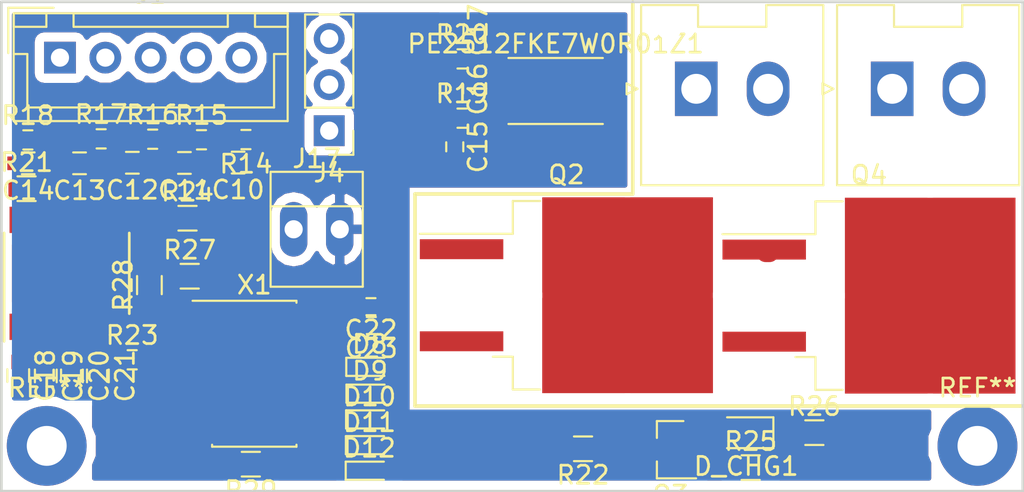
<source format=kicad_pcb>
(kicad_pcb (version 4) (host pcbnew 4.0.7)

  (general
    (links 109)
    (no_connects 87)
    (area 49.924999 122.924999 106.375001 150.075001)
    (thickness 1.6)
    (drawings 8)
    (tracks 6)
    (zones 0)
    (modules 49)
    (nets 47)
  )

  (page A4)
  (layers
    (0 F.Cu signal hide)
    (1 In1.Cu signal)
    (2 In2.Cu signal)
    (31 B.Cu signal hide)
    (32 B.Adhes user)
    (33 F.Adhes user)
    (34 B.Paste user)
    (35 F.Paste user)
    (36 B.SilkS user)
    (37 F.SilkS user)
    (38 B.Mask user)
    (39 F.Mask user)
    (40 Dwgs.User user)
    (41 Cmts.User user)
    (42 Eco1.User user)
    (43 Eco2.User user)
    (44 Edge.Cuts user)
    (45 Margin user)
    (46 B.CrtYd user)
    (47 F.CrtYd user)
    (48 B.Fab user)
    (49 F.Fab user)
  )

  (setup
    (last_trace_width 0.2)
    (trace_clearance 0.15)
    (zone_clearance 0.508)
    (zone_45_only no)
    (trace_min 0.2)
    (segment_width 0.2)
    (edge_width 0.15)
    (via_size 0.6)
    (via_drill 0.4)
    (via_min_size 0.4)
    (via_min_drill 0.3)
    (uvia_size 0.3)
    (uvia_drill 0.1)
    (uvias_allowed no)
    (uvia_min_size 0.2)
    (uvia_min_drill 0.1)
    (pcb_text_width 0.3)
    (pcb_text_size 1.5 1.5)
    (mod_edge_width 0.15)
    (mod_text_size 1 1)
    (mod_text_width 0.15)
    (pad_size 4.4 4.4)
    (pad_drill 2.2)
    (pad_to_mask_clearance 0.2)
    (aux_axis_origin 0 0)
    (visible_elements 7FFEFFFF)
    (pcbplotparams
      (layerselection 0x00030_80000001)
      (usegerberextensions false)
      (excludeedgelayer true)
      (linewidth 0.100000)
      (plotframeref false)
      (viasonmask false)
      (mode 1)
      (useauxorigin false)
      (hpglpennumber 1)
      (hpglpenspeed 20)
      (hpglpendiameter 15)
      (hpglpenoverlay 2)
      (psnegative false)
      (psa4output false)
      (plotreference true)
      (plotvalue true)
      (plotinvisibletext false)
      (padsonsilk false)
      (subtractmaskfromsilk false)
      (outputformat 1)
      (mirror false)
      (drillshape 1)
      (scaleselection 1)
      (outputdirectory ""))
  )

  (net 0 "")
  (net 1 "Net-(C10-Pad2)")
  (net 2 "Net-(C10-Pad1)")
  (net 3 "Net-(C11-Pad2)")
  (net 4 "Net-(C12-Pad2)")
  (net 5 GND)
  (net 6 "Net-(C14-Pad2)")
  (net 7 "Net-(C15-Pad1)")
  (net 8 "Net-(C16-Pad1)")
  (net 9 "Net-(C18-Pad1)")
  (net 10 "Net-(C20-Pad1)")
  (net 11 "Net-(C21-Pad1)")
  (net 12 "Net-(C22-Pad2)")
  (net 13 "Net-(D8-Pad1)")
  (net 14 "Net-(D9-Pad1)")
  (net 15 "Net-(D10-Pad1)")
  (net 16 "Net-(D11-Pad1)")
  (net 17 "Net-(D12-Pad1)")
  (net 18 /BMS/VC1)
  (net 19 /BMS/VC2)
  (net 20 /BMS/VC3)
  (net 21 /BMS/BATT+)
  (net 22 /BMS/PACK-)
  (net 23 /BMS/SMBD)
  (net 24 /BMS/SMBC)
  (net 25 /BMS/ALERT)
  (net 26 "Net-(J17-Pad1)")
  (net 27 "Net-(PE2512FKE7W0R01Z1-Pad1)")
  (net 28 "Net-(Q3-Pad3)")
  (net 29 "Net-(Q2-Pad2)")
  (net 30 "Net-(R27-Pad1)")
  (net 31 "Net-(R29-Pad2)")
  (net 32 "Net-(U5-Pad4)")
  (net 33 "Net-(U5-Pad5)")
  (net 34 "Net-(U5-Pad11)")
  (net 35 "Net-(X1-Pad1)")
  (net 36 "Net-(X1-Pad5)")
  (net 37 "Net-(X1-Pad10)")
  (net 38 "Net-(X1-Pad12)")
  (net 39 "Net-(X1-Pad15)")
  (net 40 "Net-(X1-Pad21)")
  (net 41 "Net-(X1-Pad29)")
  (net 42 "Net-(Q2-Pad3)")
  (net 43 /BMS/PACK+)
  (net 44 "Net-(D_CHG1-Pad1)")
  (net 45 "Net-(D_CHG1-Pad2)")
  (net 46 /BMS/BATT-)

  (net_class Default "This is the default net class."
    (clearance 0.15)
    (trace_width 0.2)
    (via_dia 0.6)
    (via_drill 0.4)
    (uvia_dia 0.3)
    (uvia_drill 0.1)
    (add_net /BMS/ALERT)
    (add_net /BMS/SMBC)
    (add_net /BMS/SMBD)
    (add_net /BMS/VC1)
    (add_net /BMS/VC2)
    (add_net /BMS/VC3)
    (add_net GND)
    (add_net "Net-(C10-Pad1)")
    (add_net "Net-(C10-Pad2)")
    (add_net "Net-(C11-Pad2)")
    (add_net "Net-(C12-Pad2)")
    (add_net "Net-(C14-Pad2)")
    (add_net "Net-(C15-Pad1)")
    (add_net "Net-(C16-Pad1)")
    (add_net "Net-(C18-Pad1)")
    (add_net "Net-(C20-Pad1)")
    (add_net "Net-(C21-Pad1)")
    (add_net "Net-(C22-Pad2)")
    (add_net "Net-(D10-Pad1)")
    (add_net "Net-(D11-Pad1)")
    (add_net "Net-(D12-Pad1)")
    (add_net "Net-(D8-Pad1)")
    (add_net "Net-(D9-Pad1)")
    (add_net "Net-(D_CHG1-Pad1)")
    (add_net "Net-(D_CHG1-Pad2)")
    (add_net "Net-(J17-Pad1)")
    (add_net "Net-(PE2512FKE7W0R01Z1-Pad1)")
    (add_net "Net-(Q2-Pad2)")
    (add_net "Net-(Q2-Pad3)")
    (add_net "Net-(Q3-Pad3)")
    (add_net "Net-(R27-Pad1)")
    (add_net "Net-(R29-Pad2)")
    (add_net "Net-(U5-Pad11)")
    (add_net "Net-(U5-Pad4)")
    (add_net "Net-(U5-Pad5)")
    (add_net "Net-(X1-Pad1)")
    (add_net "Net-(X1-Pad10)")
    (add_net "Net-(X1-Pad12)")
    (add_net "Net-(X1-Pad15)")
    (add_net "Net-(X1-Pad21)")
    (add_net "Net-(X1-Pad29)")
    (add_net "Net-(X1-Pad5)")
  )

  (net_class POWER ""
    (clearance 0.2)
    (trace_width 1)
    (via_dia 0.6)
    (via_drill 0.4)
    (uvia_dia 0.3)
    (uvia_drill 0.1)
    (add_net /BMS/BATT+)
    (add_net /BMS/BATT-)
    (add_net /BMS/PACK+)
    (add_net /BMS/PACK-)
  )

  (module Mounting_Holes:MountingHole_2.2mm_M2_Pad (layer F.Cu) (tedit 56D1B4CB) (tstamp 5B0D85D9)
    (at 52.5 147.5)
    (descr "Mounting Hole 2.2mm, M2")
    (tags "mounting hole 2.2mm m2")
    (attr virtual)
    (fp_text reference REF** (at 0 -3.2) (layer F.SilkS)
      (effects (font (size 1 1) (thickness 0.15)))
    )
    (fp_text value MountingHole_2.2mm_M2_Pad (at 0 3.2) (layer F.Fab)
      (effects (font (size 1 1) (thickness 0.15)))
    )
    (fp_text user %R (at 0.3 0) (layer F.Fab)
      (effects (font (size 1 1) (thickness 0.15)))
    )
    (fp_circle (center 0 0) (end 2.2 0) (layer Cmts.User) (width 0.15))
    (fp_circle (center 0 0) (end 2.45 0) (layer F.CrtYd) (width 0.05))
    (pad 1 thru_hole circle (at 0 0) (size 4.4 4.4) (drill 2.2) (layers *.Cu *.Mask))
  )

  (module Capacitors_SMD:C_0603 (layer F.Cu) (tedit 59958EE7) (tstamp 5B0C0A6D)
    (at 63.05 131.87 180)
    (descr "Capacitor SMD 0603, reflow soldering, AVX (see smccp.pdf)")
    (tags "capacitor 0603")
    (path /5B0BF04C/5AFC4385)
    (attr smd)
    (fp_text reference C10 (at 0 -1.5 180) (layer F.SilkS)
      (effects (font (size 1 1) (thickness 0.15)))
    )
    (fp_text value 1uF (at 0 1.5 180) (layer F.Fab)
      (effects (font (size 1 1) (thickness 0.15)))
    )
    (fp_line (start 1.4 0.65) (end -1.4 0.65) (layer F.CrtYd) (width 0.05))
    (fp_line (start 1.4 0.65) (end 1.4 -0.65) (layer F.CrtYd) (width 0.05))
    (fp_line (start -1.4 -0.65) (end -1.4 0.65) (layer F.CrtYd) (width 0.05))
    (fp_line (start -1.4 -0.65) (end 1.4 -0.65) (layer F.CrtYd) (width 0.05))
    (fp_line (start 0.35 0.6) (end -0.35 0.6) (layer F.SilkS) (width 0.12))
    (fp_line (start -0.35 -0.6) (end 0.35 -0.6) (layer F.SilkS) (width 0.12))
    (fp_line (start -0.8 -0.4) (end 0.8 -0.4) (layer F.Fab) (width 0.1))
    (fp_line (start 0.8 -0.4) (end 0.8 0.4) (layer F.Fab) (width 0.1))
    (fp_line (start 0.8 0.4) (end -0.8 0.4) (layer F.Fab) (width 0.1))
    (fp_line (start -0.8 0.4) (end -0.8 -0.4) (layer F.Fab) (width 0.1))
    (fp_text user %R (at 0 0 180) (layer F.Fab)
      (effects (font (size 0.3 0.3) (thickness 0.075)))
    )
    (pad 2 smd rect (at 0.75 0 180) (size 0.8 0.75) (layers F.Cu F.Paste F.Mask)
      (net 1 "Net-(C10-Pad2)"))
    (pad 1 smd rect (at -0.75 0 180) (size 0.8 0.75) (layers F.Cu F.Paste F.Mask)
      (net 2 "Net-(C10-Pad1)"))
    (model Capacitors_SMD.3dshapes/C_0603.wrl
      (at (xyz 0 0 0))
      (scale (xyz 1 1 1))
      (rotate (xyz 0 0 0))
    )
  )

  (module Capacitors_SMD:C_0603 (layer F.Cu) (tedit 59958EE7) (tstamp 5B0C0A7E)
    (at 60.09 131.89 180)
    (descr "Capacitor SMD 0603, reflow soldering, AVX (see smccp.pdf)")
    (tags "capacitor 0603")
    (path /5B0BF04C/5B0959B3)
    (attr smd)
    (fp_text reference C11 (at 0 -1.5 180) (layer F.SilkS)
      (effects (font (size 1 1) (thickness 0.15)))
    )
    (fp_text value 1uF (at 0 1.5 180) (layer F.Fab)
      (effects (font (size 1 1) (thickness 0.15)))
    )
    (fp_line (start 1.4 0.65) (end -1.4 0.65) (layer F.CrtYd) (width 0.05))
    (fp_line (start 1.4 0.65) (end 1.4 -0.65) (layer F.CrtYd) (width 0.05))
    (fp_line (start -1.4 -0.65) (end -1.4 0.65) (layer F.CrtYd) (width 0.05))
    (fp_line (start -1.4 -0.65) (end 1.4 -0.65) (layer F.CrtYd) (width 0.05))
    (fp_line (start 0.35 0.6) (end -0.35 0.6) (layer F.SilkS) (width 0.12))
    (fp_line (start -0.35 -0.6) (end 0.35 -0.6) (layer F.SilkS) (width 0.12))
    (fp_line (start -0.8 -0.4) (end 0.8 -0.4) (layer F.Fab) (width 0.1))
    (fp_line (start 0.8 -0.4) (end 0.8 0.4) (layer F.Fab) (width 0.1))
    (fp_line (start 0.8 0.4) (end -0.8 0.4) (layer F.Fab) (width 0.1))
    (fp_line (start -0.8 0.4) (end -0.8 -0.4) (layer F.Fab) (width 0.1))
    (fp_text user %R (at 0 0 180) (layer F.Fab)
      (effects (font (size 0.3 0.3) (thickness 0.075)))
    )
    (pad 2 smd rect (at 0.75 0 180) (size 0.8 0.75) (layers F.Cu F.Paste F.Mask)
      (net 3 "Net-(C11-Pad2)"))
    (pad 1 smd rect (at -0.75 0 180) (size 0.8 0.75) (layers F.Cu F.Paste F.Mask)
      (net 1 "Net-(C10-Pad2)"))
    (model Capacitors_SMD.3dshapes/C_0603.wrl
      (at (xyz 0 0 0))
      (scale (xyz 1 1 1))
      (rotate (xyz 0 0 0))
    )
  )

  (module Capacitors_SMD:C_0603 (layer F.Cu) (tedit 59958EE7) (tstamp 5B0C0A8F)
    (at 57.22 131.88 180)
    (descr "Capacitor SMD 0603, reflow soldering, AVX (see smccp.pdf)")
    (tags "capacitor 0603")
    (path /5B0BF04C/5B095A57)
    (attr smd)
    (fp_text reference C12 (at 0 -1.5 180) (layer F.SilkS)
      (effects (font (size 1 1) (thickness 0.15)))
    )
    (fp_text value 1uF (at 0 1.5 180) (layer F.Fab)
      (effects (font (size 1 1) (thickness 0.15)))
    )
    (fp_line (start 1.4 0.65) (end -1.4 0.65) (layer F.CrtYd) (width 0.05))
    (fp_line (start 1.4 0.65) (end 1.4 -0.65) (layer F.CrtYd) (width 0.05))
    (fp_line (start -1.4 -0.65) (end -1.4 0.65) (layer F.CrtYd) (width 0.05))
    (fp_line (start -1.4 -0.65) (end 1.4 -0.65) (layer F.CrtYd) (width 0.05))
    (fp_line (start 0.35 0.6) (end -0.35 0.6) (layer F.SilkS) (width 0.12))
    (fp_line (start -0.35 -0.6) (end 0.35 -0.6) (layer F.SilkS) (width 0.12))
    (fp_line (start -0.8 -0.4) (end 0.8 -0.4) (layer F.Fab) (width 0.1))
    (fp_line (start 0.8 -0.4) (end 0.8 0.4) (layer F.Fab) (width 0.1))
    (fp_line (start 0.8 0.4) (end -0.8 0.4) (layer F.Fab) (width 0.1))
    (fp_line (start -0.8 0.4) (end -0.8 -0.4) (layer F.Fab) (width 0.1))
    (fp_text user %R (at 0 0 180) (layer F.Fab)
      (effects (font (size 0.3 0.3) (thickness 0.075)))
    )
    (pad 2 smd rect (at 0.75 0 180) (size 0.8 0.75) (layers F.Cu F.Paste F.Mask)
      (net 4 "Net-(C12-Pad2)"))
    (pad 1 smd rect (at -0.75 0 180) (size 0.8 0.75) (layers F.Cu F.Paste F.Mask)
      (net 3 "Net-(C11-Pad2)"))
    (model Capacitors_SMD.3dshapes/C_0603.wrl
      (at (xyz 0 0 0))
      (scale (xyz 1 1 1))
      (rotate (xyz 0 0 0))
    )
  )

  (module Capacitors_SMD:C_0603 (layer F.Cu) (tedit 59958EE7) (tstamp 5B0C0AA0)
    (at 54.31 131.91 180)
    (descr "Capacitor SMD 0603, reflow soldering, AVX (see smccp.pdf)")
    (tags "capacitor 0603")
    (path /5B0BF04C/5B095B17)
    (attr smd)
    (fp_text reference C13 (at 0 -1.5 180) (layer F.SilkS)
      (effects (font (size 1 1) (thickness 0.15)))
    )
    (fp_text value 1uF (at 0 1.5 180) (layer F.Fab)
      (effects (font (size 1 1) (thickness 0.15)))
    )
    (fp_line (start 1.4 0.65) (end -1.4 0.65) (layer F.CrtYd) (width 0.05))
    (fp_line (start 1.4 0.65) (end 1.4 -0.65) (layer F.CrtYd) (width 0.05))
    (fp_line (start -1.4 -0.65) (end -1.4 0.65) (layer F.CrtYd) (width 0.05))
    (fp_line (start -1.4 -0.65) (end 1.4 -0.65) (layer F.CrtYd) (width 0.05))
    (fp_line (start 0.35 0.6) (end -0.35 0.6) (layer F.SilkS) (width 0.12))
    (fp_line (start -0.35 -0.6) (end 0.35 -0.6) (layer F.SilkS) (width 0.12))
    (fp_line (start -0.8 -0.4) (end 0.8 -0.4) (layer F.Fab) (width 0.1))
    (fp_line (start 0.8 -0.4) (end 0.8 0.4) (layer F.Fab) (width 0.1))
    (fp_line (start 0.8 0.4) (end -0.8 0.4) (layer F.Fab) (width 0.1))
    (fp_line (start -0.8 0.4) (end -0.8 -0.4) (layer F.Fab) (width 0.1))
    (fp_text user %R (at 0 0 180) (layer F.Fab)
      (effects (font (size 0.3 0.3) (thickness 0.075)))
    )
    (pad 2 smd rect (at 0.75 0 180) (size 0.8 0.75) (layers F.Cu F.Paste F.Mask)
      (net 5 GND))
    (pad 1 smd rect (at -0.75 0 180) (size 0.8 0.75) (layers F.Cu F.Paste F.Mask)
      (net 4 "Net-(C12-Pad2)"))
    (model Capacitors_SMD.3dshapes/C_0603.wrl
      (at (xyz 0 0 0))
      (scale (xyz 1 1 1))
      (rotate (xyz 0 0 0))
    )
  )

  (module Capacitors_SMD:C_0603 (layer F.Cu) (tedit 59958EE7) (tstamp 5B0C0AB1)
    (at 51.48 131.91 180)
    (descr "Capacitor SMD 0603, reflow soldering, AVX (see smccp.pdf)")
    (tags "capacitor 0603")
    (path /5B0BF04C/5B095BB1)
    (attr smd)
    (fp_text reference C14 (at 0 -1.5 180) (layer F.SilkS)
      (effects (font (size 1 1) (thickness 0.15)))
    )
    (fp_text value 1uF (at 0 1.5 180) (layer F.Fab)
      (effects (font (size 1 1) (thickness 0.15)))
    )
    (fp_line (start 1.4 0.65) (end -1.4 0.65) (layer F.CrtYd) (width 0.05))
    (fp_line (start 1.4 0.65) (end 1.4 -0.65) (layer F.CrtYd) (width 0.05))
    (fp_line (start -1.4 -0.65) (end -1.4 0.65) (layer F.CrtYd) (width 0.05))
    (fp_line (start -1.4 -0.65) (end 1.4 -0.65) (layer F.CrtYd) (width 0.05))
    (fp_line (start 0.35 0.6) (end -0.35 0.6) (layer F.SilkS) (width 0.12))
    (fp_line (start -0.35 -0.6) (end 0.35 -0.6) (layer F.SilkS) (width 0.12))
    (fp_line (start -0.8 -0.4) (end 0.8 -0.4) (layer F.Fab) (width 0.1))
    (fp_line (start 0.8 -0.4) (end 0.8 0.4) (layer F.Fab) (width 0.1))
    (fp_line (start 0.8 0.4) (end -0.8 0.4) (layer F.Fab) (width 0.1))
    (fp_line (start -0.8 0.4) (end -0.8 -0.4) (layer F.Fab) (width 0.1))
    (fp_text user %R (at 0 0 180) (layer F.Fab)
      (effects (font (size 0.3 0.3) (thickness 0.075)))
    )
    (pad 2 smd rect (at 0.75 0 180) (size 0.8 0.75) (layers F.Cu F.Paste F.Mask)
      (net 6 "Net-(C14-Pad2)"))
    (pad 1 smd rect (at -0.75 0 180) (size 0.8 0.75) (layers F.Cu F.Paste F.Mask)
      (net 5 GND))
    (model Capacitors_SMD.3dshapes/C_0603.wrl
      (at (xyz 0 0 0))
      (scale (xyz 1 1 1))
      (rotate (xyz 0 0 0))
    )
  )

  (module Capacitors_SMD:C_0402 (layer F.Cu) (tedit 58AA841A) (tstamp 5B0C0AC2)
    (at 74.99 131 270)
    (descr "Capacitor SMD 0402, reflow soldering, AVX (see smccp.pdf)")
    (tags "capacitor 0402")
    (path /5B0BF04C/5AFF2D8A)
    (attr smd)
    (fp_text reference C15 (at 0 -1.27 270) (layer F.SilkS)
      (effects (font (size 1 1) (thickness 0.15)))
    )
    (fp_text value 0.1uF (at 0 1.27 270) (layer F.Fab)
      (effects (font (size 1 1) (thickness 0.15)))
    )
    (fp_text user %R (at 0 -1.27 270) (layer F.Fab)
      (effects (font (size 1 1) (thickness 0.15)))
    )
    (fp_line (start -0.5 0.25) (end -0.5 -0.25) (layer F.Fab) (width 0.1))
    (fp_line (start 0.5 0.25) (end -0.5 0.25) (layer F.Fab) (width 0.1))
    (fp_line (start 0.5 -0.25) (end 0.5 0.25) (layer F.Fab) (width 0.1))
    (fp_line (start -0.5 -0.25) (end 0.5 -0.25) (layer F.Fab) (width 0.1))
    (fp_line (start 0.25 -0.47) (end -0.25 -0.47) (layer F.SilkS) (width 0.12))
    (fp_line (start -0.25 0.47) (end 0.25 0.47) (layer F.SilkS) (width 0.12))
    (fp_line (start -1 -0.4) (end 1 -0.4) (layer F.CrtYd) (width 0.05))
    (fp_line (start -1 -0.4) (end -1 0.4) (layer F.CrtYd) (width 0.05))
    (fp_line (start 1 0.4) (end 1 -0.4) (layer F.CrtYd) (width 0.05))
    (fp_line (start 1 0.4) (end -1 0.4) (layer F.CrtYd) (width 0.05))
    (pad 1 smd rect (at -0.55 0 270) (size 0.6 0.5) (layers F.Cu F.Paste F.Mask)
      (net 7 "Net-(C15-Pad1)"))
    (pad 2 smd rect (at 0.55 0 270) (size 0.6 0.5) (layers F.Cu F.Paste F.Mask)
      (net 5 GND))
    (model Capacitors_SMD.3dshapes/C_0402.wrl
      (at (xyz 0 0 0))
      (scale (xyz 1 1 1))
      (rotate (xyz 0 0 0))
    )
  )

  (module Capacitors_SMD:C_0402 (layer F.Cu) (tedit 58AA841A) (tstamp 5B0C0AD3)
    (at 74.98 127.81 270)
    (descr "Capacitor SMD 0402, reflow soldering, AVX (see smccp.pdf)")
    (tags "capacitor 0402")
    (path /5B0BF04C/5AFF3607)
    (attr smd)
    (fp_text reference C16 (at 0 -1.27 270) (layer F.SilkS)
      (effects (font (size 1 1) (thickness 0.15)))
    )
    (fp_text value 0.1uF (at 0 1.27 270) (layer F.Fab)
      (effects (font (size 1 1) (thickness 0.15)))
    )
    (fp_text user %R (at 0 -1.27 270) (layer F.Fab)
      (effects (font (size 1 1) (thickness 0.15)))
    )
    (fp_line (start -0.5 0.25) (end -0.5 -0.25) (layer F.Fab) (width 0.1))
    (fp_line (start 0.5 0.25) (end -0.5 0.25) (layer F.Fab) (width 0.1))
    (fp_line (start 0.5 -0.25) (end 0.5 0.25) (layer F.Fab) (width 0.1))
    (fp_line (start -0.5 -0.25) (end 0.5 -0.25) (layer F.Fab) (width 0.1))
    (fp_line (start 0.25 -0.47) (end -0.25 -0.47) (layer F.SilkS) (width 0.12))
    (fp_line (start -0.25 0.47) (end 0.25 0.47) (layer F.SilkS) (width 0.12))
    (fp_line (start -1 -0.4) (end 1 -0.4) (layer F.CrtYd) (width 0.05))
    (fp_line (start -1 -0.4) (end -1 0.4) (layer F.CrtYd) (width 0.05))
    (fp_line (start 1 0.4) (end 1 -0.4) (layer F.CrtYd) (width 0.05))
    (fp_line (start 1 0.4) (end -1 0.4) (layer F.CrtYd) (width 0.05))
    (pad 1 smd rect (at -0.55 0 270) (size 0.6 0.5) (layers F.Cu F.Paste F.Mask)
      (net 8 "Net-(C16-Pad1)"))
    (pad 2 smd rect (at 0.55 0 270) (size 0.6 0.5) (layers F.Cu F.Paste F.Mask)
      (net 7 "Net-(C15-Pad1)"))
    (model Capacitors_SMD.3dshapes/C_0402.wrl
      (at (xyz 0 0 0))
      (scale (xyz 1 1 1))
      (rotate (xyz 0 0 0))
    )
  )

  (module Capacitors_SMD:C_0402 (layer F.Cu) (tedit 58AA841A) (tstamp 5B0C0AE4)
    (at 75 124.55 270)
    (descr "Capacitor SMD 0402, reflow soldering, AVX (see smccp.pdf)")
    (tags "capacitor 0402")
    (path /5B0BF04C/5AFF2C91)
    (attr smd)
    (fp_text reference C17 (at 0 -1.27 270) (layer F.SilkS)
      (effects (font (size 1 1) (thickness 0.15)))
    )
    (fp_text value 0.1uF (at 0 1.27 270) (layer F.Fab)
      (effects (font (size 1 1) (thickness 0.15)))
    )
    (fp_text user %R (at 0 -1.27 270) (layer F.Fab)
      (effects (font (size 1 1) (thickness 0.15)))
    )
    (fp_line (start -0.5 0.25) (end -0.5 -0.25) (layer F.Fab) (width 0.1))
    (fp_line (start 0.5 0.25) (end -0.5 0.25) (layer F.Fab) (width 0.1))
    (fp_line (start 0.5 -0.25) (end 0.5 0.25) (layer F.Fab) (width 0.1))
    (fp_line (start -0.5 -0.25) (end 0.5 -0.25) (layer F.Fab) (width 0.1))
    (fp_line (start 0.25 -0.47) (end -0.25 -0.47) (layer F.SilkS) (width 0.12))
    (fp_line (start -0.25 0.47) (end 0.25 0.47) (layer F.SilkS) (width 0.12))
    (fp_line (start -1 -0.4) (end 1 -0.4) (layer F.CrtYd) (width 0.05))
    (fp_line (start -1 -0.4) (end -1 0.4) (layer F.CrtYd) (width 0.05))
    (fp_line (start 1 0.4) (end 1 -0.4) (layer F.CrtYd) (width 0.05))
    (fp_line (start 1 0.4) (end -1 0.4) (layer F.CrtYd) (width 0.05))
    (pad 1 smd rect (at -0.55 0 270) (size 0.6 0.5) (layers F.Cu F.Paste F.Mask)
      (net 5 GND))
    (pad 2 smd rect (at 0.55 0 270) (size 0.6 0.5) (layers F.Cu F.Paste F.Mask)
      (net 8 "Net-(C16-Pad1)"))
    (model Capacitors_SMD.3dshapes/C_0402.wrl
      (at (xyz 0 0 0))
      (scale (xyz 1 1 1))
      (rotate (xyz 0 0 0))
    )
  )

  (module Capacitors_SMD:C_0603 (layer F.Cu) (tedit 59958EE7) (tstamp 5B0C0AF5)
    (at 50.93 143.62 270)
    (descr "Capacitor SMD 0603, reflow soldering, AVX (see smccp.pdf)")
    (tags "capacitor 0603")
    (path /5B0BF04C/5B09850C)
    (attr smd)
    (fp_text reference C18 (at 0 -1.5 270) (layer F.SilkS)
      (effects (font (size 1 1) (thickness 0.15)))
    )
    (fp_text value 1uF (at 0 1.5 270) (layer F.Fab)
      (effects (font (size 1 1) (thickness 0.15)))
    )
    (fp_line (start 1.4 0.65) (end -1.4 0.65) (layer F.CrtYd) (width 0.05))
    (fp_line (start 1.4 0.65) (end 1.4 -0.65) (layer F.CrtYd) (width 0.05))
    (fp_line (start -1.4 -0.65) (end -1.4 0.65) (layer F.CrtYd) (width 0.05))
    (fp_line (start -1.4 -0.65) (end 1.4 -0.65) (layer F.CrtYd) (width 0.05))
    (fp_line (start 0.35 0.6) (end -0.35 0.6) (layer F.SilkS) (width 0.12))
    (fp_line (start -0.35 -0.6) (end 0.35 -0.6) (layer F.SilkS) (width 0.12))
    (fp_line (start -0.8 -0.4) (end 0.8 -0.4) (layer F.Fab) (width 0.1))
    (fp_line (start 0.8 -0.4) (end 0.8 0.4) (layer F.Fab) (width 0.1))
    (fp_line (start 0.8 0.4) (end -0.8 0.4) (layer F.Fab) (width 0.1))
    (fp_line (start -0.8 0.4) (end -0.8 -0.4) (layer F.Fab) (width 0.1))
    (fp_text user %R (at 0 0 270) (layer F.Fab)
      (effects (font (size 0.3 0.3) (thickness 0.075)))
    )
    (pad 2 smd rect (at 0.75 0 270) (size 0.8 0.75) (layers F.Cu F.Paste F.Mask)
      (net 5 GND))
    (pad 1 smd rect (at -0.75 0 270) (size 0.8 0.75) (layers F.Cu F.Paste F.Mask)
      (net 9 "Net-(C18-Pad1)"))
    (model Capacitors_SMD.3dshapes/C_0603.wrl
      (at (xyz 0 0 0))
      (scale (xyz 1 1 1))
      (rotate (xyz 0 0 0))
    )
  )

  (module Capacitors_SMD:C_0603 (layer F.Cu) (tedit 59958EE7) (tstamp 5B0C0B06)
    (at 52.45 143.64 270)
    (descr "Capacitor SMD 0603, reflow soldering, AVX (see smccp.pdf)")
    (tags "capacitor 0603")
    (path /5B0BF04C/5B098A42)
    (attr smd)
    (fp_text reference C19 (at 0 -1.5 270) (layer F.SilkS)
      (effects (font (size 1 1) (thickness 0.15)))
    )
    (fp_text value 1uF (at 0 1.5 270) (layer F.Fab)
      (effects (font (size 1 1) (thickness 0.15)))
    )
    (fp_line (start 1.4 0.65) (end -1.4 0.65) (layer F.CrtYd) (width 0.05))
    (fp_line (start 1.4 0.65) (end 1.4 -0.65) (layer F.CrtYd) (width 0.05))
    (fp_line (start -1.4 -0.65) (end -1.4 0.65) (layer F.CrtYd) (width 0.05))
    (fp_line (start -1.4 -0.65) (end 1.4 -0.65) (layer F.CrtYd) (width 0.05))
    (fp_line (start 0.35 0.6) (end -0.35 0.6) (layer F.SilkS) (width 0.12))
    (fp_line (start -0.35 -0.6) (end 0.35 -0.6) (layer F.SilkS) (width 0.12))
    (fp_line (start -0.8 -0.4) (end 0.8 -0.4) (layer F.Fab) (width 0.1))
    (fp_line (start 0.8 -0.4) (end 0.8 0.4) (layer F.Fab) (width 0.1))
    (fp_line (start 0.8 0.4) (end -0.8 0.4) (layer F.Fab) (width 0.1))
    (fp_line (start -0.8 0.4) (end -0.8 -0.4) (layer F.Fab) (width 0.1))
    (fp_text user %R (at 0 0 270) (layer F.Fab)
      (effects (font (size 0.3 0.3) (thickness 0.075)))
    )
    (pad 2 smd rect (at 0.75 0 270) (size 0.8 0.75) (layers F.Cu F.Paste F.Mask)
      (net 5 GND))
    (pad 1 smd rect (at -0.75 0 270) (size 0.8 0.75) (layers F.Cu F.Paste F.Mask)
      (net 43 /BMS/PACK+))
    (model Capacitors_SMD.3dshapes/C_0603.wrl
      (at (xyz 0 0 0))
      (scale (xyz 1 1 1))
      (rotate (xyz 0 0 0))
    )
  )

  (module Capacitors_SMD:C_0603 (layer F.Cu) (tedit 59958EE7) (tstamp 5B0C0B17)
    (at 53.89 143.64 270)
    (descr "Capacitor SMD 0603, reflow soldering, AVX (see smccp.pdf)")
    (tags "capacitor 0603")
    (path /5B0BF04C/5B098AD5)
    (attr smd)
    (fp_text reference C20 (at 0 -1.5 270) (layer F.SilkS)
      (effects (font (size 1 1) (thickness 0.15)))
    )
    (fp_text value 1uF (at 0 1.5 270) (layer F.Fab)
      (effects (font (size 1 1) (thickness 0.15)))
    )
    (fp_line (start 1.4 0.65) (end -1.4 0.65) (layer F.CrtYd) (width 0.05))
    (fp_line (start 1.4 0.65) (end 1.4 -0.65) (layer F.CrtYd) (width 0.05))
    (fp_line (start -1.4 -0.65) (end -1.4 0.65) (layer F.CrtYd) (width 0.05))
    (fp_line (start -1.4 -0.65) (end 1.4 -0.65) (layer F.CrtYd) (width 0.05))
    (fp_line (start 0.35 0.6) (end -0.35 0.6) (layer F.SilkS) (width 0.12))
    (fp_line (start -0.35 -0.6) (end 0.35 -0.6) (layer F.SilkS) (width 0.12))
    (fp_line (start -0.8 -0.4) (end 0.8 -0.4) (layer F.Fab) (width 0.1))
    (fp_line (start 0.8 -0.4) (end 0.8 0.4) (layer F.Fab) (width 0.1))
    (fp_line (start 0.8 0.4) (end -0.8 0.4) (layer F.Fab) (width 0.1))
    (fp_line (start -0.8 0.4) (end -0.8 -0.4) (layer F.Fab) (width 0.1))
    (fp_text user %R (at 0 0 270) (layer F.Fab)
      (effects (font (size 0.3 0.3) (thickness 0.075)))
    )
    (pad 2 smd rect (at 0.75 0 270) (size 0.8 0.75) (layers F.Cu F.Paste F.Mask)
      (net 5 GND))
    (pad 1 smd rect (at -0.75 0 270) (size 0.8 0.75) (layers F.Cu F.Paste F.Mask)
      (net 10 "Net-(C20-Pad1)"))
    (model Capacitors_SMD.3dshapes/C_0603.wrl
      (at (xyz 0 0 0))
      (scale (xyz 1 1 1))
      (rotate (xyz 0 0 0))
    )
  )

  (module Capacitors_SMD:C_0603 (layer F.Cu) (tedit 59958EE7) (tstamp 5B0C0B28)
    (at 55.32 143.64 270)
    (descr "Capacitor SMD 0603, reflow soldering, AVX (see smccp.pdf)")
    (tags "capacitor 0603")
    (path /5B0BF04C/5B098B6B)
    (attr smd)
    (fp_text reference C21 (at 0 -1.5 270) (layer F.SilkS)
      (effects (font (size 1 1) (thickness 0.15)))
    )
    (fp_text value 1uF (at 0 1.5 270) (layer F.Fab)
      (effects (font (size 1 1) (thickness 0.15)))
    )
    (fp_line (start 1.4 0.65) (end -1.4 0.65) (layer F.CrtYd) (width 0.05))
    (fp_line (start 1.4 0.65) (end 1.4 -0.65) (layer F.CrtYd) (width 0.05))
    (fp_line (start -1.4 -0.65) (end -1.4 0.65) (layer F.CrtYd) (width 0.05))
    (fp_line (start -1.4 -0.65) (end 1.4 -0.65) (layer F.CrtYd) (width 0.05))
    (fp_line (start 0.35 0.6) (end -0.35 0.6) (layer F.SilkS) (width 0.12))
    (fp_line (start -0.35 -0.6) (end 0.35 -0.6) (layer F.SilkS) (width 0.12))
    (fp_line (start -0.8 -0.4) (end 0.8 -0.4) (layer F.Fab) (width 0.1))
    (fp_line (start 0.8 -0.4) (end 0.8 0.4) (layer F.Fab) (width 0.1))
    (fp_line (start 0.8 0.4) (end -0.8 0.4) (layer F.Fab) (width 0.1))
    (fp_line (start -0.8 0.4) (end -0.8 -0.4) (layer F.Fab) (width 0.1))
    (fp_text user %R (at 0 0 270) (layer F.Fab)
      (effects (font (size 0.3 0.3) (thickness 0.075)))
    )
    (pad 2 smd rect (at 0.75 0 270) (size 0.8 0.75) (layers F.Cu F.Paste F.Mask)
      (net 5 GND))
    (pad 1 smd rect (at -0.75 0 270) (size 0.8 0.75) (layers F.Cu F.Paste F.Mask)
      (net 11 "Net-(C21-Pad1)"))
    (model Capacitors_SMD.3dshapes/C_0603.wrl
      (at (xyz 0 0 0))
      (scale (xyz 1 1 1))
      (rotate (xyz 0 0 0))
    )
  )

  (module Capacitors_SMD:C_0402 (layer F.Cu) (tedit 58AA841A) (tstamp 5B0C0B39)
    (at 70.37 139.82 180)
    (descr "Capacitor SMD 0402, reflow soldering, AVX (see smccp.pdf)")
    (tags "capacitor 0402")
    (path /5B0BF04C/5B09A272)
    (attr smd)
    (fp_text reference C22 (at 0 -1.27 180) (layer F.SilkS)
      (effects (font (size 1 1) (thickness 0.15)))
    )
    (fp_text value 0.1uF (at 0 1.27 180) (layer F.Fab)
      (effects (font (size 1 1) (thickness 0.15)))
    )
    (fp_text user %R (at 0 -1.27 180) (layer F.Fab)
      (effects (font (size 1 1) (thickness 0.15)))
    )
    (fp_line (start -0.5 0.25) (end -0.5 -0.25) (layer F.Fab) (width 0.1))
    (fp_line (start 0.5 0.25) (end -0.5 0.25) (layer F.Fab) (width 0.1))
    (fp_line (start 0.5 -0.25) (end 0.5 0.25) (layer F.Fab) (width 0.1))
    (fp_line (start -0.5 -0.25) (end 0.5 -0.25) (layer F.Fab) (width 0.1))
    (fp_line (start 0.25 -0.47) (end -0.25 -0.47) (layer F.SilkS) (width 0.12))
    (fp_line (start -0.25 0.47) (end 0.25 0.47) (layer F.SilkS) (width 0.12))
    (fp_line (start -1 -0.4) (end 1 -0.4) (layer F.CrtYd) (width 0.05))
    (fp_line (start -1 -0.4) (end -1 0.4) (layer F.CrtYd) (width 0.05))
    (fp_line (start 1 0.4) (end 1 -0.4) (layer F.CrtYd) (width 0.05))
    (fp_line (start 1 0.4) (end -1 0.4) (layer F.CrtYd) (width 0.05))
    (pad 1 smd rect (at -0.55 0 180) (size 0.6 0.5) (layers F.Cu F.Paste F.Mask)
      (net 5 GND))
    (pad 2 smd rect (at 0.55 0 180) (size 0.6 0.5) (layers F.Cu F.Paste F.Mask)
      (net 12 "Net-(C22-Pad2)"))
    (model Capacitors_SMD.3dshapes/C_0402.wrl
      (at (xyz 0 0 0))
      (scale (xyz 1 1 1))
      (rotate (xyz 0 0 0))
    )
  )

  (module Capacitors_SMD:C_0402 (layer F.Cu) (tedit 58AA841A) (tstamp 5B0C0B4A)
    (at 70.39 140.86 180)
    (descr "Capacitor SMD 0402, reflow soldering, AVX (see smccp.pdf)")
    (tags "capacitor 0402")
    (path /5B0BF04C/5B099493)
    (attr smd)
    (fp_text reference C23 (at 0 -1.27 180) (layer F.SilkS)
      (effects (font (size 1 1) (thickness 0.15)))
    )
    (fp_text value 0.1uF (at 0 1.27 180) (layer F.Fab)
      (effects (font (size 1 1) (thickness 0.15)))
    )
    (fp_text user %R (at 0 -1.27 180) (layer F.Fab)
      (effects (font (size 1 1) (thickness 0.15)))
    )
    (fp_line (start -0.5 0.25) (end -0.5 -0.25) (layer F.Fab) (width 0.1))
    (fp_line (start 0.5 0.25) (end -0.5 0.25) (layer F.Fab) (width 0.1))
    (fp_line (start 0.5 -0.25) (end 0.5 0.25) (layer F.Fab) (width 0.1))
    (fp_line (start -0.5 -0.25) (end 0.5 -0.25) (layer F.Fab) (width 0.1))
    (fp_line (start 0.25 -0.47) (end -0.25 -0.47) (layer F.SilkS) (width 0.12))
    (fp_line (start -0.25 0.47) (end 0.25 0.47) (layer F.SilkS) (width 0.12))
    (fp_line (start -1 -0.4) (end 1 -0.4) (layer F.CrtYd) (width 0.05))
    (fp_line (start -1 -0.4) (end -1 0.4) (layer F.CrtYd) (width 0.05))
    (fp_line (start 1 0.4) (end 1 -0.4) (layer F.CrtYd) (width 0.05))
    (fp_line (start 1 0.4) (end -1 0.4) (layer F.CrtYd) (width 0.05))
    (pad 1 smd rect (at -0.55 0 180) (size 0.6 0.5) (layers F.Cu F.Paste F.Mask)
      (net 5 GND))
    (pad 2 smd rect (at 0.55 0 180) (size 0.6 0.5) (layers F.Cu F.Paste F.Mask)
      (net 11 "Net-(C21-Pad1)"))
    (model Capacitors_SMD.3dshapes/C_0402.wrl
      (at (xyz 0 0 0))
      (scale (xyz 1 1 1))
      (rotate (xyz 0 0 0))
    )
  )

  (module Connectors_JST:JST_XH_B05B-XH-A_05x2.50mm_Straight (layer F.Cu) (tedit 58EAE7F0) (tstamp 5B0C0BDF)
    (at 53.23 126.08)
    (descr "JST XH series connector, B05B-XH-A, top entry type, through hole")
    (tags "connector jst xh tht top vertical 2.50mm")
    (path /5B0C5150)
    (fp_text reference J1 (at 5 -3.5) (layer F.SilkS)
      (effects (font (size 1 1) (thickness 0.15)))
    )
    (fp_text value Conn_01x05 (at 5 4.5) (layer F.Fab)
      (effects (font (size 1 1) (thickness 0.15)))
    )
    (fp_line (start -2.45 -2.35) (end -2.45 3.4) (layer F.Fab) (width 0.1))
    (fp_line (start -2.45 3.4) (end 12.45 3.4) (layer F.Fab) (width 0.1))
    (fp_line (start 12.45 3.4) (end 12.45 -2.35) (layer F.Fab) (width 0.1))
    (fp_line (start 12.45 -2.35) (end -2.45 -2.35) (layer F.Fab) (width 0.1))
    (fp_line (start -2.95 -2.85) (end -2.95 3.9) (layer F.CrtYd) (width 0.05))
    (fp_line (start -2.95 3.9) (end 12.95 3.9) (layer F.CrtYd) (width 0.05))
    (fp_line (start 12.95 3.9) (end 12.95 -2.85) (layer F.CrtYd) (width 0.05))
    (fp_line (start 12.95 -2.85) (end -2.95 -2.85) (layer F.CrtYd) (width 0.05))
    (fp_line (start -2.55 -2.45) (end -2.55 3.5) (layer F.SilkS) (width 0.12))
    (fp_line (start -2.55 3.5) (end 12.55 3.5) (layer F.SilkS) (width 0.12))
    (fp_line (start 12.55 3.5) (end 12.55 -2.45) (layer F.SilkS) (width 0.12))
    (fp_line (start 12.55 -2.45) (end -2.55 -2.45) (layer F.SilkS) (width 0.12))
    (fp_line (start 0.75 -2.45) (end 0.75 -1.7) (layer F.SilkS) (width 0.12))
    (fp_line (start 0.75 -1.7) (end 9.25 -1.7) (layer F.SilkS) (width 0.12))
    (fp_line (start 9.25 -1.7) (end 9.25 -2.45) (layer F.SilkS) (width 0.12))
    (fp_line (start 9.25 -2.45) (end 0.75 -2.45) (layer F.SilkS) (width 0.12))
    (fp_line (start -2.55 -2.45) (end -2.55 -1.7) (layer F.SilkS) (width 0.12))
    (fp_line (start -2.55 -1.7) (end -0.75 -1.7) (layer F.SilkS) (width 0.12))
    (fp_line (start -0.75 -1.7) (end -0.75 -2.45) (layer F.SilkS) (width 0.12))
    (fp_line (start -0.75 -2.45) (end -2.55 -2.45) (layer F.SilkS) (width 0.12))
    (fp_line (start 10.75 -2.45) (end 10.75 -1.7) (layer F.SilkS) (width 0.12))
    (fp_line (start 10.75 -1.7) (end 12.55 -1.7) (layer F.SilkS) (width 0.12))
    (fp_line (start 12.55 -1.7) (end 12.55 -2.45) (layer F.SilkS) (width 0.12))
    (fp_line (start 12.55 -2.45) (end 10.75 -2.45) (layer F.SilkS) (width 0.12))
    (fp_line (start -2.55 -0.2) (end -1.8 -0.2) (layer F.SilkS) (width 0.12))
    (fp_line (start -1.8 -0.2) (end -1.8 2.75) (layer F.SilkS) (width 0.12))
    (fp_line (start -1.8 2.75) (end 5 2.75) (layer F.SilkS) (width 0.12))
    (fp_line (start 12.55 -0.2) (end 11.8 -0.2) (layer F.SilkS) (width 0.12))
    (fp_line (start 11.8 -0.2) (end 11.8 2.75) (layer F.SilkS) (width 0.12))
    (fp_line (start 11.8 2.75) (end 5 2.75) (layer F.SilkS) (width 0.12))
    (fp_line (start -0.35 -2.75) (end -2.85 -2.75) (layer F.SilkS) (width 0.12))
    (fp_line (start -2.85 -2.75) (end -2.85 -0.25) (layer F.SilkS) (width 0.12))
    (fp_line (start -0.35 -2.75) (end -2.85 -2.75) (layer F.Fab) (width 0.1))
    (fp_line (start -2.85 -2.75) (end -2.85 -0.25) (layer F.Fab) (width 0.1))
    (fp_text user %R (at 5 2.5) (layer F.Fab)
      (effects (font (size 1 1) (thickness 0.15)))
    )
    (pad 1 thru_hole rect (at 0 0) (size 1.75 1.75) (drill 1) (layers *.Cu *.Mask)
      (net 46 /BMS/BATT-))
    (pad 2 thru_hole circle (at 2.5 0) (size 1.75 1.75) (drill 1) (layers *.Cu *.Mask)
      (net 18 /BMS/VC1))
    (pad 3 thru_hole circle (at 5 0) (size 1.75 1.75) (drill 1) (layers *.Cu *.Mask)
      (net 19 /BMS/VC2))
    (pad 4 thru_hole circle (at 7.5 0) (size 1.75 1.75) (drill 1) (layers *.Cu *.Mask)
      (net 20 /BMS/VC3))
    (pad 5 thru_hole circle (at 10 0) (size 1.75 1.75) (drill 1) (layers *.Cu *.Mask)
      (net 21 /BMS/BATT+))
    (model Connectors_JST.3dshapes/JST_XH_B05B-XH-A_05x2.50mm_Straight.wrl
      (at (xyz 0 0 0))
      (scale (xyz 1 1 1))
      (rotate (xyz 0 0 0))
    )
  )

  (module Pin_Headers:Pin_Header_Straight_1x03_Pitch2.54mm (layer F.Cu) (tedit 59650532) (tstamp 5B0C0C5C)
    (at 68.07 130.11 180)
    (descr "Through hole straight pin header, 1x03, 2.54mm pitch, single row")
    (tags "Through hole pin header THT 1x03 2.54mm single row")
    (path /5B0C84F9)
    (fp_text reference J4 (at 0 -2.33 180) (layer F.SilkS)
      (effects (font (size 1 1) (thickness 0.15)))
    )
    (fp_text value Conn_01x03 (at 0 7.41 180) (layer F.Fab)
      (effects (font (size 1 1) (thickness 0.15)))
    )
    (fp_line (start -0.635 -1.27) (end 1.27 -1.27) (layer F.Fab) (width 0.1))
    (fp_line (start 1.27 -1.27) (end 1.27 6.35) (layer F.Fab) (width 0.1))
    (fp_line (start 1.27 6.35) (end -1.27 6.35) (layer F.Fab) (width 0.1))
    (fp_line (start -1.27 6.35) (end -1.27 -0.635) (layer F.Fab) (width 0.1))
    (fp_line (start -1.27 -0.635) (end -0.635 -1.27) (layer F.Fab) (width 0.1))
    (fp_line (start -1.33 6.41) (end 1.33 6.41) (layer F.SilkS) (width 0.12))
    (fp_line (start -1.33 1.27) (end -1.33 6.41) (layer F.SilkS) (width 0.12))
    (fp_line (start 1.33 1.27) (end 1.33 6.41) (layer F.SilkS) (width 0.12))
    (fp_line (start -1.33 1.27) (end 1.33 1.27) (layer F.SilkS) (width 0.12))
    (fp_line (start -1.33 0) (end -1.33 -1.33) (layer F.SilkS) (width 0.12))
    (fp_line (start -1.33 -1.33) (end 0 -1.33) (layer F.SilkS) (width 0.12))
    (fp_line (start -1.8 -1.8) (end -1.8 6.85) (layer F.CrtYd) (width 0.05))
    (fp_line (start -1.8 6.85) (end 1.8 6.85) (layer F.CrtYd) (width 0.05))
    (fp_line (start 1.8 6.85) (end 1.8 -1.8) (layer F.CrtYd) (width 0.05))
    (fp_line (start 1.8 -1.8) (end -1.8 -1.8) (layer F.CrtYd) (width 0.05))
    (fp_text user %R (at 0 2.54 270) (layer F.Fab)
      (effects (font (size 1 1) (thickness 0.15)))
    )
    (pad 1 thru_hole rect (at 0 0 180) (size 1.7 1.7) (drill 1) (layers *.Cu *.Mask)
      (net 23 /BMS/SMBD))
    (pad 2 thru_hole oval (at 0 2.54 180) (size 1.7 1.7) (drill 1) (layers *.Cu *.Mask)
      (net 24 /BMS/SMBC))
    (pad 3 thru_hole oval (at 0 5.08 180) (size 1.7 1.7) (drill 1) (layers *.Cu *.Mask)
      (net 25 /BMS/ALERT))
    (model ${KISYS3DMOD}/Pin_Headers.3dshapes/Pin_Header_Straight_1x03_Pitch2.54mm.wrl
      (at (xyz 0 0 0))
      (scale (xyz 1 1 1))
      (rotate (xyz 0 0 0))
    )
  )

  (module Connectors:PINHEAD1-2 (layer F.Cu) (tedit 0) (tstamp 5B0C0C6B)
    (at 66.11 135.55)
    (path /5B0BF04C/5B1A6A73)
    (fp_text reference J17 (at 1.27 -3.9) (layer F.SilkS)
      (effects (font (size 1 1) (thickness 0.15)))
    )
    (fp_text value "Thermistor 10k" (at 1.27 3.81) (layer F.Fab)
      (effects (font (size 1 1) (thickness 0.15)))
    )
    (fp_line (start 3.81 -1.27) (end -1.27 -1.27) (layer F.SilkS) (width 0.12))
    (fp_line (start 3.81 3.17) (end -1.27 3.17) (layer F.SilkS) (width 0.12))
    (fp_line (start -1.27 -3.17) (end 3.81 -3.17) (layer F.SilkS) (width 0.12))
    (fp_line (start -1.27 -3.17) (end -1.27 3.17) (layer F.SilkS) (width 0.12))
    (fp_line (start 3.81 -3.17) (end 3.81 3.17) (layer F.SilkS) (width 0.12))
    (fp_line (start -1.52 -3.42) (end 4.06 -3.42) (layer F.CrtYd) (width 0.05))
    (fp_line (start -1.52 -3.42) (end -1.52 3.42) (layer F.CrtYd) (width 0.05))
    (fp_line (start 4.06 3.42) (end 4.06 -3.42) (layer F.CrtYd) (width 0.05))
    (fp_line (start 4.06 3.42) (end -1.52 3.42) (layer F.CrtYd) (width 0.05))
    (pad 1 thru_hole oval (at 0 0) (size 1.51 3.01) (drill 1) (layers *.Cu *.Mask)
      (net 26 "Net-(J17-Pad1)"))
    (pad 2 thru_hole oval (at 2.54 0) (size 1.51 3.01) (drill 1) (layers *.Cu *.Mask)
      (net 5 GND))
  )

  (module Resistors_SMD:R_2512 (layer F.Cu) (tedit 5B0D6640) (tstamp 5B0C0C94)
    (at 80.55 127.92)
    (descr "Resistor SMD 2512, reflow soldering, Vishay (see dcrcw.pdf)")
    (tags "resistor 2512")
    (path /5B0BF04C/5AFF5AD6)
    (attr smd)
    (fp_text reference PE2512FKE7W0R01Z1 (at 0 -2.6) (layer F.SilkS)
      (effects (font (size 1 1) (thickness 0.15)))
    )
    (fp_text value 10m (at 0 2.75) (layer F.Fab)
      (effects (font (size 1 1) (thickness 0.15)))
    )
    (fp_line (start -3.15 1.6) (end -3.15 -1.6) (layer F.Fab) (width 0.1))
    (fp_line (start 3.15 1.6) (end -3.15 1.6) (layer F.Fab) (width 0.1))
    (fp_line (start 3.15 -1.6) (end 3.15 1.6) (layer F.Fab) (width 0.1))
    (fp_line (start -3.15 -1.6) (end 3.15 -1.6) (layer F.Fab) (width 0.1))
    (fp_line (start 2.6 1.82) (end -2.6 1.82) (layer F.SilkS) (width 0.12))
    (fp_line (start -2.6 -1.82) (end 2.6 -1.82) (layer F.SilkS) (width 0.12))
    (fp_line (start -3.85 -1.85) (end 3.85 -1.85) (layer F.CrtYd) (width 0.05))
    (fp_line (start -3.85 -1.85) (end -3.85 1.85) (layer F.CrtYd) (width 0.05))
    (fp_line (start 3.85 1.85) (end 3.85 -1.85) (layer F.CrtYd) (width 0.05))
    (fp_line (start 3.85 1.85) (end -3.85 1.85) (layer F.CrtYd) (width 0.05))
    (pad 1 smd rect (at -3.1 0) (size 1 3.2) (layers F.Cu F.Paste F.Mask)
      (net 27 "Net-(PE2512FKE7W0R01Z1-Pad1)"))
    (pad 2 smd rect (at 3.1 0) (size 1 3.2) (layers F.Cu F.Paste F.Mask)
      (net 46 /BMS/BATT-))
    (model ${KISYS3DMOD}/Resistors_SMD.3dshapes/R_2512.wrl
      (at (xyz 0 0 0))
      (scale (xyz 1 1 1))
      (rotate (xyz 0 0 0))
    )
  )

  (module TO_SOT_Packages_SMD:SOT-23 (layer F.Cu) (tedit 58CE4E7E) (tstamp 5B0C0CA9)
    (at 86.89 147.71 180)
    (descr "SOT-23, Standard")
    (tags SOT-23)
    (path /5B0BF04C/5AFC3574)
    (attr smd)
    (fp_text reference Q3 (at 0 -2.5 180) (layer F.SilkS)
      (effects (font (size 1 1) (thickness 0.15)))
    )
    (fp_text value NVR1P02T1G (at 0 2.5 180) (layer F.Fab)
      (effects (font (size 1 1) (thickness 0.15)))
    )
    (fp_text user %R (at 0 0 270) (layer F.Fab)
      (effects (font (size 0.5 0.5) (thickness 0.075)))
    )
    (fp_line (start -0.7 -0.95) (end -0.7 1.5) (layer F.Fab) (width 0.1))
    (fp_line (start -0.15 -1.52) (end 0.7 -1.52) (layer F.Fab) (width 0.1))
    (fp_line (start -0.7 -0.95) (end -0.15 -1.52) (layer F.Fab) (width 0.1))
    (fp_line (start 0.7 -1.52) (end 0.7 1.52) (layer F.Fab) (width 0.1))
    (fp_line (start -0.7 1.52) (end 0.7 1.52) (layer F.Fab) (width 0.1))
    (fp_line (start 0.76 1.58) (end 0.76 0.65) (layer F.SilkS) (width 0.12))
    (fp_line (start 0.76 -1.58) (end 0.76 -0.65) (layer F.SilkS) (width 0.12))
    (fp_line (start -1.7 -1.75) (end 1.7 -1.75) (layer F.CrtYd) (width 0.05))
    (fp_line (start 1.7 -1.75) (end 1.7 1.75) (layer F.CrtYd) (width 0.05))
    (fp_line (start 1.7 1.75) (end -1.7 1.75) (layer F.CrtYd) (width 0.05))
    (fp_line (start -1.7 1.75) (end -1.7 -1.75) (layer F.CrtYd) (width 0.05))
    (fp_line (start 0.76 -1.58) (end -1.4 -1.58) (layer F.SilkS) (width 0.12))
    (fp_line (start 0.76 1.58) (end -0.7 1.58) (layer F.SilkS) (width 0.12))
    (pad 1 smd rect (at -1 -0.95 180) (size 0.9 0.8) (layers F.Cu F.Paste F.Mask)
      (net 5 GND))
    (pad 2 smd rect (at -1 0.95 180) (size 0.9 0.8) (layers F.Cu F.Paste F.Mask)
      (net 45 "Net-(D_CHG1-Pad2)"))
    (pad 3 smd rect (at 1 0 180) (size 0.9 0.8) (layers F.Cu F.Paste F.Mask)
      (net 28 "Net-(Q3-Pad3)"))
    (model ${KISYS3DMOD}/TO_SOT_Packages_SMD.3dshapes/SOT-23.wrl
      (at (xyz 0 0 0))
      (scale (xyz 1 1 1))
      (rotate (xyz 0 0 0))
    )
  )

  (module Resistors_SMD:R_0402 (layer F.Cu) (tedit 58E0A804) (tstamp 5B0C0CBA)
    (at 63.48 130.6 180)
    (descr "Resistor SMD 0402, reflow soldering, Vishay (see dcrcw.pdf)")
    (tags "resistor 0402")
    (path /5B0BF04C/5AFC0575)
    (attr smd)
    (fp_text reference R14 (at 0 -1.35 180) (layer F.SilkS)
      (effects (font (size 1 1) (thickness 0.15)))
    )
    (fp_text value 1k (at 0 1.45 180) (layer F.Fab)
      (effects (font (size 1 1) (thickness 0.15)))
    )
    (fp_text user %R (at 0 -1.35 180) (layer F.Fab)
      (effects (font (size 1 1) (thickness 0.15)))
    )
    (fp_line (start -0.5 0.25) (end -0.5 -0.25) (layer F.Fab) (width 0.1))
    (fp_line (start 0.5 0.25) (end -0.5 0.25) (layer F.Fab) (width 0.1))
    (fp_line (start 0.5 -0.25) (end 0.5 0.25) (layer F.Fab) (width 0.1))
    (fp_line (start -0.5 -0.25) (end 0.5 -0.25) (layer F.Fab) (width 0.1))
    (fp_line (start 0.25 -0.53) (end -0.25 -0.53) (layer F.SilkS) (width 0.12))
    (fp_line (start -0.25 0.53) (end 0.25 0.53) (layer F.SilkS) (width 0.12))
    (fp_line (start -0.8 -0.45) (end 0.8 -0.45) (layer F.CrtYd) (width 0.05))
    (fp_line (start -0.8 -0.45) (end -0.8 0.45) (layer F.CrtYd) (width 0.05))
    (fp_line (start 0.8 0.45) (end 0.8 -0.45) (layer F.CrtYd) (width 0.05))
    (fp_line (start 0.8 0.45) (end -0.8 0.45) (layer F.CrtYd) (width 0.05))
    (pad 1 smd rect (at -0.45 0 180) (size 0.4 0.6) (layers F.Cu F.Paste F.Mask)
      (net 2 "Net-(C10-Pad1)"))
    (pad 2 smd rect (at 0.45 0 180) (size 0.4 0.6) (layers F.Cu F.Paste F.Mask)
      (net 21 /BMS/BATT+))
    (model ${KISYS3DMOD}/Resistors_SMD.3dshapes/R_0402.wrl
      (at (xyz 0 0 0))
      (scale (xyz 1 1 1))
      (rotate (xyz 0 0 0))
    )
  )

  (module Resistors_SMD:R_0402 (layer F.Cu) (tedit 58E0A804) (tstamp 5B0C0CCB)
    (at 61.03 130.61)
    (descr "Resistor SMD 0402, reflow soldering, Vishay (see dcrcw.pdf)")
    (tags "resistor 0402")
    (path /5B0BF04C/5AFC0676)
    (attr smd)
    (fp_text reference R15 (at 0 -1.35) (layer F.SilkS)
      (effects (font (size 1 1) (thickness 0.15)))
    )
    (fp_text value 1k (at 0 1.45) (layer F.Fab)
      (effects (font (size 1 1) (thickness 0.15)))
    )
    (fp_text user %R (at 0 -1.35) (layer F.Fab)
      (effects (font (size 1 1) (thickness 0.15)))
    )
    (fp_line (start -0.5 0.25) (end -0.5 -0.25) (layer F.Fab) (width 0.1))
    (fp_line (start 0.5 0.25) (end -0.5 0.25) (layer F.Fab) (width 0.1))
    (fp_line (start 0.5 -0.25) (end 0.5 0.25) (layer F.Fab) (width 0.1))
    (fp_line (start -0.5 -0.25) (end 0.5 -0.25) (layer F.Fab) (width 0.1))
    (fp_line (start 0.25 -0.53) (end -0.25 -0.53) (layer F.SilkS) (width 0.12))
    (fp_line (start -0.25 0.53) (end 0.25 0.53) (layer F.SilkS) (width 0.12))
    (fp_line (start -0.8 -0.45) (end 0.8 -0.45) (layer F.CrtYd) (width 0.05))
    (fp_line (start -0.8 -0.45) (end -0.8 0.45) (layer F.CrtYd) (width 0.05))
    (fp_line (start 0.8 0.45) (end 0.8 -0.45) (layer F.CrtYd) (width 0.05))
    (fp_line (start 0.8 0.45) (end -0.8 0.45) (layer F.CrtYd) (width 0.05))
    (pad 1 smd rect (at -0.45 0) (size 0.4 0.6) (layers F.Cu F.Paste F.Mask)
      (net 1 "Net-(C10-Pad2)"))
    (pad 2 smd rect (at 0.45 0) (size 0.4 0.6) (layers F.Cu F.Paste F.Mask)
      (net 20 /BMS/VC3))
    (model ${KISYS3DMOD}/Resistors_SMD.3dshapes/R_0402.wrl
      (at (xyz 0 0 0))
      (scale (xyz 1 1 1))
      (rotate (xyz 0 0 0))
    )
  )

  (module Resistors_SMD:R_0402 (layer F.Cu) (tedit 58E0A804) (tstamp 5B0C0CDC)
    (at 58.34 130.58)
    (descr "Resistor SMD 0402, reflow soldering, Vishay (see dcrcw.pdf)")
    (tags "resistor 0402")
    (path /5B0BF04C/5AFC06D2)
    (attr smd)
    (fp_text reference R16 (at 0 -1.35) (layer F.SilkS)
      (effects (font (size 1 1) (thickness 0.15)))
    )
    (fp_text value 1k (at 0 1.45) (layer F.Fab)
      (effects (font (size 1 1) (thickness 0.15)))
    )
    (fp_text user %R (at 0 -1.35) (layer F.Fab)
      (effects (font (size 1 1) (thickness 0.15)))
    )
    (fp_line (start -0.5 0.25) (end -0.5 -0.25) (layer F.Fab) (width 0.1))
    (fp_line (start 0.5 0.25) (end -0.5 0.25) (layer F.Fab) (width 0.1))
    (fp_line (start 0.5 -0.25) (end 0.5 0.25) (layer F.Fab) (width 0.1))
    (fp_line (start -0.5 -0.25) (end 0.5 -0.25) (layer F.Fab) (width 0.1))
    (fp_line (start 0.25 -0.53) (end -0.25 -0.53) (layer F.SilkS) (width 0.12))
    (fp_line (start -0.25 0.53) (end 0.25 0.53) (layer F.SilkS) (width 0.12))
    (fp_line (start -0.8 -0.45) (end 0.8 -0.45) (layer F.CrtYd) (width 0.05))
    (fp_line (start -0.8 -0.45) (end -0.8 0.45) (layer F.CrtYd) (width 0.05))
    (fp_line (start 0.8 0.45) (end 0.8 -0.45) (layer F.CrtYd) (width 0.05))
    (fp_line (start 0.8 0.45) (end -0.8 0.45) (layer F.CrtYd) (width 0.05))
    (pad 1 smd rect (at -0.45 0) (size 0.4 0.6) (layers F.Cu F.Paste F.Mask)
      (net 3 "Net-(C11-Pad2)"))
    (pad 2 smd rect (at 0.45 0) (size 0.4 0.6) (layers F.Cu F.Paste F.Mask)
      (net 19 /BMS/VC2))
    (model ${KISYS3DMOD}/Resistors_SMD.3dshapes/R_0402.wrl
      (at (xyz 0 0 0))
      (scale (xyz 1 1 1))
      (rotate (xyz 0 0 0))
    )
  )

  (module Resistors_SMD:R_0402 (layer F.Cu) (tedit 58E0A804) (tstamp 5B0C0CED)
    (at 55.5 130.56)
    (descr "Resistor SMD 0402, reflow soldering, Vishay (see dcrcw.pdf)")
    (tags "resistor 0402")
    (path /5B0BF04C/5AFC0721)
    (attr smd)
    (fp_text reference R17 (at 0 -1.35) (layer F.SilkS)
      (effects (font (size 1 1) (thickness 0.15)))
    )
    (fp_text value 1k (at 0 1.45) (layer F.Fab)
      (effects (font (size 1 1) (thickness 0.15)))
    )
    (fp_text user %R (at 0 -1.35) (layer F.Fab)
      (effects (font (size 1 1) (thickness 0.15)))
    )
    (fp_line (start -0.5 0.25) (end -0.5 -0.25) (layer F.Fab) (width 0.1))
    (fp_line (start 0.5 0.25) (end -0.5 0.25) (layer F.Fab) (width 0.1))
    (fp_line (start 0.5 -0.25) (end 0.5 0.25) (layer F.Fab) (width 0.1))
    (fp_line (start -0.5 -0.25) (end 0.5 -0.25) (layer F.Fab) (width 0.1))
    (fp_line (start 0.25 -0.53) (end -0.25 -0.53) (layer F.SilkS) (width 0.12))
    (fp_line (start -0.25 0.53) (end 0.25 0.53) (layer F.SilkS) (width 0.12))
    (fp_line (start -0.8 -0.45) (end 0.8 -0.45) (layer F.CrtYd) (width 0.05))
    (fp_line (start -0.8 -0.45) (end -0.8 0.45) (layer F.CrtYd) (width 0.05))
    (fp_line (start 0.8 0.45) (end 0.8 -0.45) (layer F.CrtYd) (width 0.05))
    (fp_line (start 0.8 0.45) (end -0.8 0.45) (layer F.CrtYd) (width 0.05))
    (pad 1 smd rect (at -0.45 0) (size 0.4 0.6) (layers F.Cu F.Paste F.Mask)
      (net 4 "Net-(C12-Pad2)"))
    (pad 2 smd rect (at 0.45 0) (size 0.4 0.6) (layers F.Cu F.Paste F.Mask)
      (net 18 /BMS/VC1))
    (model ${KISYS3DMOD}/Resistors_SMD.3dshapes/R_0402.wrl
      (at (xyz 0 0 0))
      (scale (xyz 1 1 1))
      (rotate (xyz 0 0 0))
    )
  )

  (module Resistors_SMD:R_0402 (layer F.Cu) (tedit 58E0A804) (tstamp 5B0C0CFE)
    (at 51.46 130.62)
    (descr "Resistor SMD 0402, reflow soldering, Vishay (see dcrcw.pdf)")
    (tags "resistor 0402")
    (path /5B0BF04C/5AFC077E)
    (attr smd)
    (fp_text reference R18 (at 0 -1.35) (layer F.SilkS)
      (effects (font (size 1 1) (thickness 0.15)))
    )
    (fp_text value 1k (at 0 1.45) (layer F.Fab)
      (effects (font (size 1 1) (thickness 0.15)))
    )
    (fp_text user %R (at 0 -1.35) (layer F.Fab)
      (effects (font (size 1 1) (thickness 0.15)))
    )
    (fp_line (start -0.5 0.25) (end -0.5 -0.25) (layer F.Fab) (width 0.1))
    (fp_line (start 0.5 0.25) (end -0.5 0.25) (layer F.Fab) (width 0.1))
    (fp_line (start 0.5 -0.25) (end 0.5 0.25) (layer F.Fab) (width 0.1))
    (fp_line (start -0.5 -0.25) (end 0.5 -0.25) (layer F.Fab) (width 0.1))
    (fp_line (start 0.25 -0.53) (end -0.25 -0.53) (layer F.SilkS) (width 0.12))
    (fp_line (start -0.25 0.53) (end 0.25 0.53) (layer F.SilkS) (width 0.12))
    (fp_line (start -0.8 -0.45) (end 0.8 -0.45) (layer F.CrtYd) (width 0.05))
    (fp_line (start -0.8 -0.45) (end -0.8 0.45) (layer F.CrtYd) (width 0.05))
    (fp_line (start 0.8 0.45) (end 0.8 -0.45) (layer F.CrtYd) (width 0.05))
    (fp_line (start 0.8 0.45) (end -0.8 0.45) (layer F.CrtYd) (width 0.05))
    (pad 1 smd rect (at -0.45 0) (size 0.4 0.6) (layers F.Cu F.Paste F.Mask)
      (net 6 "Net-(C14-Pad2)"))
    (pad 2 smd rect (at 0.45 0) (size 0.4 0.6) (layers F.Cu F.Paste F.Mask)
      (net 46 /BMS/BATT-))
    (model ${KISYS3DMOD}/Resistors_SMD.3dshapes/R_0402.wrl
      (at (xyz 0 0 0))
      (scale (xyz 1 1 1))
      (rotate (xyz 0 0 0))
    )
  )

  (module Resistors_SMD:R_0402 (layer F.Cu) (tedit 58E0A804) (tstamp 5B0C0D0F)
    (at 75.39 129.42)
    (descr "Resistor SMD 0402, reflow soldering, Vishay (see dcrcw.pdf)")
    (tags "resistor 0402")
    (path /5B0BF04C/5AFC080B)
    (attr smd)
    (fp_text reference R19 (at 0 -1.35) (layer F.SilkS)
      (effects (font (size 1 1) (thickness 0.15)))
    )
    (fp_text value 100 (at 0 1.45) (layer F.Fab)
      (effects (font (size 1 1) (thickness 0.15)))
    )
    (fp_text user %R (at 0 -1.35) (layer F.Fab)
      (effects (font (size 1 1) (thickness 0.15)))
    )
    (fp_line (start -0.5 0.25) (end -0.5 -0.25) (layer F.Fab) (width 0.1))
    (fp_line (start 0.5 0.25) (end -0.5 0.25) (layer F.Fab) (width 0.1))
    (fp_line (start 0.5 -0.25) (end 0.5 0.25) (layer F.Fab) (width 0.1))
    (fp_line (start -0.5 -0.25) (end 0.5 -0.25) (layer F.Fab) (width 0.1))
    (fp_line (start 0.25 -0.53) (end -0.25 -0.53) (layer F.SilkS) (width 0.12))
    (fp_line (start -0.25 0.53) (end 0.25 0.53) (layer F.SilkS) (width 0.12))
    (fp_line (start -0.8 -0.45) (end 0.8 -0.45) (layer F.CrtYd) (width 0.05))
    (fp_line (start -0.8 -0.45) (end -0.8 0.45) (layer F.CrtYd) (width 0.05))
    (fp_line (start 0.8 0.45) (end 0.8 -0.45) (layer F.CrtYd) (width 0.05))
    (fp_line (start 0.8 0.45) (end -0.8 0.45) (layer F.CrtYd) (width 0.05))
    (pad 1 smd rect (at -0.45 0) (size 0.4 0.6) (layers F.Cu F.Paste F.Mask)
      (net 7 "Net-(C15-Pad1)"))
    (pad 2 smd rect (at 0.45 0) (size 0.4 0.6) (layers F.Cu F.Paste F.Mask)
      (net 46 /BMS/BATT-))
    (model ${KISYS3DMOD}/Resistors_SMD.3dshapes/R_0402.wrl
      (at (xyz 0 0 0))
      (scale (xyz 1 1 1))
      (rotate (xyz 0 0 0))
    )
  )

  (module Resistors_SMD:R_0402 (layer F.Cu) (tedit 58E0A804) (tstamp 5B0C0D20)
    (at 75.39 126.15)
    (descr "Resistor SMD 0402, reflow soldering, Vishay (see dcrcw.pdf)")
    (tags "resistor 0402")
    (path /5B0BF04C/5AFF7A2C)
    (attr smd)
    (fp_text reference R20 (at 0 -1.35) (layer F.SilkS)
      (effects (font (size 1 1) (thickness 0.15)))
    )
    (fp_text value 100 (at 0 1.45) (layer F.Fab)
      (effects (font (size 1 1) (thickness 0.15)))
    )
    (fp_text user %R (at 0 -1.35) (layer F.Fab)
      (effects (font (size 1 1) (thickness 0.15)))
    )
    (fp_line (start -0.5 0.25) (end -0.5 -0.25) (layer F.Fab) (width 0.1))
    (fp_line (start 0.5 0.25) (end -0.5 0.25) (layer F.Fab) (width 0.1))
    (fp_line (start 0.5 -0.25) (end 0.5 0.25) (layer F.Fab) (width 0.1))
    (fp_line (start -0.5 -0.25) (end 0.5 -0.25) (layer F.Fab) (width 0.1))
    (fp_line (start 0.25 -0.53) (end -0.25 -0.53) (layer F.SilkS) (width 0.12))
    (fp_line (start -0.25 0.53) (end 0.25 0.53) (layer F.SilkS) (width 0.12))
    (fp_line (start -0.8 -0.45) (end 0.8 -0.45) (layer F.CrtYd) (width 0.05))
    (fp_line (start -0.8 -0.45) (end -0.8 0.45) (layer F.CrtYd) (width 0.05))
    (fp_line (start 0.8 0.45) (end 0.8 -0.45) (layer F.CrtYd) (width 0.05))
    (fp_line (start 0.8 0.45) (end -0.8 0.45) (layer F.CrtYd) (width 0.05))
    (pad 1 smd rect (at -0.45 0) (size 0.4 0.6) (layers F.Cu F.Paste F.Mask)
      (net 8 "Net-(C16-Pad1)"))
    (pad 2 smd rect (at 0.45 0) (size 0.4 0.6) (layers F.Cu F.Paste F.Mask)
      (net 27 "Net-(PE2512FKE7W0R01Z1-Pad1)"))
    (model ${KISYS3DMOD}/Resistors_SMD.3dshapes/R_0402.wrl
      (at (xyz 0 0 0))
      (scale (xyz 1 1 1))
      (rotate (xyz 0 0 0))
    )
  )

  (module Resistors_SMD:R_0603 (layer F.Cu) (tedit 58E0A804) (tstamp 5B0C0D31)
    (at 51.39 133.31)
    (descr "Resistor SMD 0603, reflow soldering, Vishay (see dcrcw.pdf)")
    (tags "resistor 0603")
    (path /5B0BF04C/5B1377C0)
    (attr smd)
    (fp_text reference R21 (at 0 -1.45) (layer F.SilkS)
      (effects (font (size 1 1) (thickness 0.15)))
    )
    (fp_text value 1M (at 0 1.5) (layer F.Fab)
      (effects (font (size 1 1) (thickness 0.15)))
    )
    (fp_text user %R (at 0 0) (layer F.Fab)
      (effects (font (size 0.4 0.4) (thickness 0.075)))
    )
    (fp_line (start -0.8 0.4) (end -0.8 -0.4) (layer F.Fab) (width 0.1))
    (fp_line (start 0.8 0.4) (end -0.8 0.4) (layer F.Fab) (width 0.1))
    (fp_line (start 0.8 -0.4) (end 0.8 0.4) (layer F.Fab) (width 0.1))
    (fp_line (start -0.8 -0.4) (end 0.8 -0.4) (layer F.Fab) (width 0.1))
    (fp_line (start 0.5 0.68) (end -0.5 0.68) (layer F.SilkS) (width 0.12))
    (fp_line (start -0.5 -0.68) (end 0.5 -0.68) (layer F.SilkS) (width 0.12))
    (fp_line (start -1.25 -0.7) (end 1.25 -0.7) (layer F.CrtYd) (width 0.05))
    (fp_line (start -1.25 -0.7) (end -1.25 0.7) (layer F.CrtYd) (width 0.05))
    (fp_line (start 1.25 0.7) (end 1.25 -0.7) (layer F.CrtYd) (width 0.05))
    (fp_line (start 1.25 0.7) (end -1.25 0.7) (layer F.CrtYd) (width 0.05))
    (pad 1 smd rect (at -0.75 0) (size 0.5 0.9) (layers F.Cu F.Paste F.Mask)
      (net 25 /BMS/ALERT))
    (pad 2 smd rect (at 0.75 0) (size 0.5 0.9) (layers F.Cu F.Paste F.Mask)
      (net 5 GND))
    (model ${KISYS3DMOD}/Resistors_SMD.3dshapes/R_0603.wrl
      (at (xyz 0 0 0))
      (scale (xyz 1 1 1))
      (rotate (xyz 0 0 0))
    )
  )

  (module Resistors_SMD:R_0603 (layer F.Cu) (tedit 58E0A804) (tstamp 5B0C0D42)
    (at 82.06 147.66 180)
    (descr "Resistor SMD 0603, reflow soldering, Vishay (see dcrcw.pdf)")
    (tags "resistor 0603")
    (path /5B0BF04C/5AFC0DD3)
    (attr smd)
    (fp_text reference R22 (at 0 -1.45 180) (layer F.SilkS)
      (effects (font (size 1 1) (thickness 0.15)))
    )
    (fp_text value 1M (at 0 1.5 180) (layer F.Fab)
      (effects (font (size 1 1) (thickness 0.15)))
    )
    (fp_text user %R (at 0 0 180) (layer F.Fab)
      (effects (font (size 0.4 0.4) (thickness 0.075)))
    )
    (fp_line (start -0.8 0.4) (end -0.8 -0.4) (layer F.Fab) (width 0.1))
    (fp_line (start 0.8 0.4) (end -0.8 0.4) (layer F.Fab) (width 0.1))
    (fp_line (start 0.8 -0.4) (end 0.8 0.4) (layer F.Fab) (width 0.1))
    (fp_line (start -0.8 -0.4) (end 0.8 -0.4) (layer F.Fab) (width 0.1))
    (fp_line (start 0.5 0.68) (end -0.5 0.68) (layer F.SilkS) (width 0.12))
    (fp_line (start -0.5 -0.68) (end 0.5 -0.68) (layer F.SilkS) (width 0.12))
    (fp_line (start -1.25 -0.7) (end 1.25 -0.7) (layer F.CrtYd) (width 0.05))
    (fp_line (start -1.25 -0.7) (end -1.25 0.7) (layer F.CrtYd) (width 0.05))
    (fp_line (start 1.25 0.7) (end 1.25 -0.7) (layer F.CrtYd) (width 0.05))
    (fp_line (start 1.25 0.7) (end -1.25 0.7) (layer F.CrtYd) (width 0.05))
    (pad 1 smd rect (at -0.75 0 180) (size 0.5 0.9) (layers F.Cu F.Paste F.Mask)
      (net 29 "Net-(Q2-Pad2)"))
    (pad 2 smd rect (at 0.75 0 180) (size 0.5 0.9) (layers F.Cu F.Paste F.Mask)
      (net 27 "Net-(PE2512FKE7W0R01Z1-Pad1)"))
    (model ${KISYS3DMOD}/Resistors_SMD.3dshapes/R_0603.wrl
      (at (xyz 0 0 0))
      (scale (xyz 1 1 1))
      (rotate (xyz 0 0 0))
    )
  )

  (module Resistors_SMD:R_0402 (layer F.Cu) (tedit 58E0A804) (tstamp 5B0C0D53)
    (at 57.21 142.75)
    (descr "Resistor SMD 0402, reflow soldering, Vishay (see dcrcw.pdf)")
    (tags "resistor 0402")
    (path /5B0BF04C/5AFC1453)
    (attr smd)
    (fp_text reference R23 (at 0 -1.35) (layer F.SilkS)
      (effects (font (size 1 1) (thickness 0.15)))
    )
    (fp_text value 100 (at 0 1.45) (layer F.Fab)
      (effects (font (size 1 1) (thickness 0.15)))
    )
    (fp_text user %R (at 0 -1.35) (layer F.Fab)
      (effects (font (size 1 1) (thickness 0.15)))
    )
    (fp_line (start -0.5 0.25) (end -0.5 -0.25) (layer F.Fab) (width 0.1))
    (fp_line (start 0.5 0.25) (end -0.5 0.25) (layer F.Fab) (width 0.1))
    (fp_line (start 0.5 -0.25) (end 0.5 0.25) (layer F.Fab) (width 0.1))
    (fp_line (start -0.5 -0.25) (end 0.5 -0.25) (layer F.Fab) (width 0.1))
    (fp_line (start 0.25 -0.53) (end -0.25 -0.53) (layer F.SilkS) (width 0.12))
    (fp_line (start -0.25 0.53) (end 0.25 0.53) (layer F.SilkS) (width 0.12))
    (fp_line (start -0.8 -0.45) (end 0.8 -0.45) (layer F.CrtYd) (width 0.05))
    (fp_line (start -0.8 -0.45) (end -0.8 0.45) (layer F.CrtYd) (width 0.05))
    (fp_line (start 0.8 0.45) (end 0.8 -0.45) (layer F.CrtYd) (width 0.05))
    (fp_line (start 0.8 0.45) (end -0.8 0.45) (layer F.CrtYd) (width 0.05))
    (pad 1 smd rect (at -0.45 0) (size 0.4 0.6) (layers F.Cu F.Paste F.Mask)
      (net 43 /BMS/PACK+))
    (pad 2 smd rect (at 0.45 0) (size 0.4 0.6) (layers F.Cu F.Paste F.Mask)
      (net 10 "Net-(C20-Pad1)"))
    (model ${KISYS3DMOD}/Resistors_SMD.3dshapes/R_0402.wrl
      (at (xyz 0 0 0))
      (scale (xyz 1 1 1))
      (rotate (xyz 0 0 0))
    )
  )

  (module Resistors_SMD:R_0603 (layer F.Cu) (tedit 58E0A804) (tstamp 5B0C0D64)
    (at 60.26 134.94)
    (descr "Resistor SMD 0603, reflow soldering, Vishay (see dcrcw.pdf)")
    (tags "resistor 0603")
    (path /5B0BF04C/5AFC0D5A)
    (attr smd)
    (fp_text reference R24 (at 0 -1.45) (layer F.SilkS)
      (effects (font (size 1 1) (thickness 0.15)))
    )
    (fp_text value 10k (at 0 1.5) (layer F.Fab)
      (effects (font (size 1 1) (thickness 0.15)))
    )
    (fp_text user %R (at 0 0) (layer F.Fab)
      (effects (font (size 0.4 0.4) (thickness 0.075)))
    )
    (fp_line (start -0.8 0.4) (end -0.8 -0.4) (layer F.Fab) (width 0.1))
    (fp_line (start 0.8 0.4) (end -0.8 0.4) (layer F.Fab) (width 0.1))
    (fp_line (start 0.8 -0.4) (end 0.8 0.4) (layer F.Fab) (width 0.1))
    (fp_line (start -0.8 -0.4) (end 0.8 -0.4) (layer F.Fab) (width 0.1))
    (fp_line (start 0.5 0.68) (end -0.5 0.68) (layer F.SilkS) (width 0.12))
    (fp_line (start -0.5 -0.68) (end 0.5 -0.68) (layer F.SilkS) (width 0.12))
    (fp_line (start -1.25 -0.7) (end 1.25 -0.7) (layer F.CrtYd) (width 0.05))
    (fp_line (start -1.25 -0.7) (end -1.25 0.7) (layer F.CrtYd) (width 0.05))
    (fp_line (start 1.25 0.7) (end 1.25 -0.7) (layer F.CrtYd) (width 0.05))
    (fp_line (start 1.25 0.7) (end -1.25 0.7) (layer F.CrtYd) (width 0.05))
    (pad 1 smd rect (at -0.75 0) (size 0.5 0.9) (layers F.Cu F.Paste F.Mask)
      (net 4 "Net-(C12-Pad2)"))
    (pad 2 smd rect (at 0.75 0) (size 0.5 0.9) (layers F.Cu F.Paste F.Mask)
      (net 26 "Net-(J17-Pad1)"))
    (model ${KISYS3DMOD}/Resistors_SMD.3dshapes/R_0603.wrl
      (at (xyz 0 0 0))
      (scale (xyz 1 1 1))
      (rotate (xyz 0 0 0))
    )
  )

  (module Resistors_SMD:R_0603 (layer F.Cu) (tedit 58E0A804) (tstamp 5B0C0D75)
    (at 91.3 148.7)
    (descr "Resistor SMD 0603, reflow soldering, Vishay (see dcrcw.pdf)")
    (tags "resistor 0603")
    (path /5B0BF04C/5AFC11BA)
    (attr smd)
    (fp_text reference R25 (at 0 -1.45) (layer F.SilkS)
      (effects (font (size 1 1) (thickness 0.15)))
    )
    (fp_text value 1M (at 0 1.5) (layer F.Fab)
      (effects (font (size 1 1) (thickness 0.15)))
    )
    (fp_text user %R (at 0 0) (layer F.Fab)
      (effects (font (size 0.4 0.4) (thickness 0.075)))
    )
    (fp_line (start -0.8 0.4) (end -0.8 -0.4) (layer F.Fab) (width 0.1))
    (fp_line (start 0.8 0.4) (end -0.8 0.4) (layer F.Fab) (width 0.1))
    (fp_line (start 0.8 -0.4) (end 0.8 0.4) (layer F.Fab) (width 0.1))
    (fp_line (start -0.8 -0.4) (end 0.8 -0.4) (layer F.Fab) (width 0.1))
    (fp_line (start 0.5 0.68) (end -0.5 0.68) (layer F.SilkS) (width 0.12))
    (fp_line (start -0.5 -0.68) (end 0.5 -0.68) (layer F.SilkS) (width 0.12))
    (fp_line (start -1.25 -0.7) (end 1.25 -0.7) (layer F.CrtYd) (width 0.05))
    (fp_line (start -1.25 -0.7) (end -1.25 0.7) (layer F.CrtYd) (width 0.05))
    (fp_line (start 1.25 0.7) (end 1.25 -0.7) (layer F.CrtYd) (width 0.05))
    (fp_line (start 1.25 0.7) (end -1.25 0.7) (layer F.CrtYd) (width 0.05))
    (pad 1 smd rect (at -0.75 0) (size 0.5 0.9) (layers F.Cu F.Paste F.Mask)
      (net 45 "Net-(D_CHG1-Pad2)"))
    (pad 2 smd rect (at 0.75 0) (size 0.5 0.9) (layers F.Cu F.Paste F.Mask)
      (net 44 "Net-(D_CHG1-Pad1)"))
    (model ${KISYS3DMOD}/Resistors_SMD.3dshapes/R_0603.wrl
      (at (xyz 0 0 0))
      (scale (xyz 1 1 1))
      (rotate (xyz 0 0 0))
    )
  )

  (module Resistors_SMD:R_0603 (layer F.Cu) (tedit 58E0A804) (tstamp 5B0C0D86)
    (at 94.81 146.77)
    (descr "Resistor SMD 0603, reflow soldering, Vishay (see dcrcw.pdf)")
    (tags "resistor 0603")
    (path /5B0BF04C/5AFC0E8D)
    (attr smd)
    (fp_text reference R26 (at 0 -1.45) (layer F.SilkS)
      (effects (font (size 1 1) (thickness 0.15)))
    )
    (fp_text value 1M (at 0 1.5) (layer F.Fab)
      (effects (font (size 1 1) (thickness 0.15)))
    )
    (fp_text user %R (at 0 0) (layer F.Fab)
      (effects (font (size 0.4 0.4) (thickness 0.075)))
    )
    (fp_line (start -0.8 0.4) (end -0.8 -0.4) (layer F.Fab) (width 0.1))
    (fp_line (start 0.8 0.4) (end -0.8 0.4) (layer F.Fab) (width 0.1))
    (fp_line (start 0.8 -0.4) (end 0.8 0.4) (layer F.Fab) (width 0.1))
    (fp_line (start -0.8 -0.4) (end 0.8 -0.4) (layer F.Fab) (width 0.1))
    (fp_line (start 0.5 0.68) (end -0.5 0.68) (layer F.SilkS) (width 0.12))
    (fp_line (start -0.5 -0.68) (end 0.5 -0.68) (layer F.SilkS) (width 0.12))
    (fp_line (start -1.25 -0.7) (end 1.25 -0.7) (layer F.CrtYd) (width 0.05))
    (fp_line (start -1.25 -0.7) (end -1.25 0.7) (layer F.CrtYd) (width 0.05))
    (fp_line (start 1.25 0.7) (end 1.25 -0.7) (layer F.CrtYd) (width 0.05))
    (fp_line (start 1.25 0.7) (end -1.25 0.7) (layer F.CrtYd) (width 0.05))
    (pad 1 smd rect (at -0.75 0) (size 0.5 0.9) (layers F.Cu F.Paste F.Mask)
      (net 44 "Net-(D_CHG1-Pad1)"))
    (pad 2 smd rect (at 0.75 0) (size 0.5 0.9) (layers F.Cu F.Paste F.Mask)
      (net 22 /BMS/PACK-))
    (model ${KISYS3DMOD}/Resistors_SMD.3dshapes/R_0603.wrl
      (at (xyz 0 0 0))
      (scale (xyz 1 1 1))
      (rotate (xyz 0 0 0))
    )
  )

  (module Resistors_SMD:R_0603 (layer F.Cu) (tedit 58E0A804) (tstamp 5B0C0D97)
    (at 60.38 138.14)
    (descr "Resistor SMD 0603, reflow soldering, Vishay (see dcrcw.pdf)")
    (tags "resistor 0603")
    (path /5B0BF04C/5B42647B)
    (attr smd)
    (fp_text reference R27 (at 0 -1.45) (layer F.SilkS)
      (effects (font (size 1 1) (thickness 0.15)))
    )
    (fp_text value 10k (at 0 1.5) (layer F.Fab)
      (effects (font (size 1 1) (thickness 0.15)))
    )
    (fp_text user %R (at 0 0) (layer F.Fab)
      (effects (font (size 0.4 0.4) (thickness 0.075)))
    )
    (fp_line (start -0.8 0.4) (end -0.8 -0.4) (layer F.Fab) (width 0.1))
    (fp_line (start 0.8 0.4) (end -0.8 0.4) (layer F.Fab) (width 0.1))
    (fp_line (start 0.8 -0.4) (end 0.8 0.4) (layer F.Fab) (width 0.1))
    (fp_line (start -0.8 -0.4) (end 0.8 -0.4) (layer F.Fab) (width 0.1))
    (fp_line (start 0.5 0.68) (end -0.5 0.68) (layer F.SilkS) (width 0.12))
    (fp_line (start -0.5 -0.68) (end 0.5 -0.68) (layer F.SilkS) (width 0.12))
    (fp_line (start -1.25 -0.7) (end 1.25 -0.7) (layer F.CrtYd) (width 0.05))
    (fp_line (start -1.25 -0.7) (end -1.25 0.7) (layer F.CrtYd) (width 0.05))
    (fp_line (start 1.25 0.7) (end 1.25 -0.7) (layer F.CrtYd) (width 0.05))
    (fp_line (start 1.25 0.7) (end -1.25 0.7) (layer F.CrtYd) (width 0.05))
    (pad 1 smd rect (at -0.75 0) (size 0.5 0.9) (layers F.Cu F.Paste F.Mask)
      (net 30 "Net-(R27-Pad1)"))
    (pad 2 smd rect (at 0.75 0) (size 0.5 0.9) (layers F.Cu F.Paste F.Mask)
      (net 5 GND))
    (model ${KISYS3DMOD}/Resistors_SMD.3dshapes/R_0603.wrl
      (at (xyz 0 0 0))
      (scale (xyz 1 1 1))
      (rotate (xyz 0 0 0))
    )
  )

  (module Resistors_SMD:R_0603 (layer F.Cu) (tedit 58E0A804) (tstamp 5B0C0DA8)
    (at 58.16 138.63 90)
    (descr "Resistor SMD 0603, reflow soldering, Vishay (see dcrcw.pdf)")
    (tags "resistor 0603")
    (path /5B0BF04C/5B4263AF)
    (attr smd)
    (fp_text reference R28 (at 0 -1.45 90) (layer F.SilkS)
      (effects (font (size 1 1) (thickness 0.15)))
    )
    (fp_text value 158k (at 0 1.5 90) (layer F.Fab)
      (effects (font (size 1 1) (thickness 0.15)))
    )
    (fp_text user %R (at 0 0 90) (layer F.Fab)
      (effects (font (size 0.4 0.4) (thickness 0.075)))
    )
    (fp_line (start -0.8 0.4) (end -0.8 -0.4) (layer F.Fab) (width 0.1))
    (fp_line (start 0.8 0.4) (end -0.8 0.4) (layer F.Fab) (width 0.1))
    (fp_line (start 0.8 -0.4) (end 0.8 0.4) (layer F.Fab) (width 0.1))
    (fp_line (start -0.8 -0.4) (end 0.8 -0.4) (layer F.Fab) (width 0.1))
    (fp_line (start 0.5 0.68) (end -0.5 0.68) (layer F.SilkS) (width 0.12))
    (fp_line (start -0.5 -0.68) (end 0.5 -0.68) (layer F.SilkS) (width 0.12))
    (fp_line (start -1.25 -0.7) (end 1.25 -0.7) (layer F.CrtYd) (width 0.05))
    (fp_line (start -1.25 -0.7) (end -1.25 0.7) (layer F.CrtYd) (width 0.05))
    (fp_line (start 1.25 0.7) (end 1.25 -0.7) (layer F.CrtYd) (width 0.05))
    (fp_line (start 1.25 0.7) (end -1.25 0.7) (layer F.CrtYd) (width 0.05))
    (pad 1 smd rect (at -0.75 0 90) (size 0.5 0.9) (layers F.Cu F.Paste F.Mask)
      (net 43 /BMS/PACK+))
    (pad 2 smd rect (at 0.75 0 90) (size 0.5 0.9) (layers F.Cu F.Paste F.Mask)
      (net 30 "Net-(R27-Pad1)"))
    (model ${KISYS3DMOD}/Resistors_SMD.3dshapes/R_0603.wrl
      (at (xyz 0 0 0))
      (scale (xyz 1 1 1))
      (rotate (xyz 0 0 0))
    )
  )

  (module Resistors_SMD:R_0603 (layer F.Cu) (tedit 58E0A804) (tstamp 5B0C0DB9)
    (at 63.75 148.51 180)
    (descr "Resistor SMD 0603, reflow soldering, Vishay (see dcrcw.pdf)")
    (tags "resistor 0603")
    (path /5B0BF04C/5B00B292)
    (attr smd)
    (fp_text reference R29 (at 0 -1.45 180) (layer F.SilkS)
      (effects (font (size 1 1) (thickness 0.15)))
    )
    (fp_text value 221k (at 0 1.5 180) (layer F.Fab)
      (effects (font (size 1 1) (thickness 0.15)))
    )
    (fp_text user %R (at 0 0 180) (layer F.Fab)
      (effects (font (size 0.4 0.4) (thickness 0.075)))
    )
    (fp_line (start -0.8 0.4) (end -0.8 -0.4) (layer F.Fab) (width 0.1))
    (fp_line (start 0.8 0.4) (end -0.8 0.4) (layer F.Fab) (width 0.1))
    (fp_line (start 0.8 -0.4) (end 0.8 0.4) (layer F.Fab) (width 0.1))
    (fp_line (start -0.8 -0.4) (end 0.8 -0.4) (layer F.Fab) (width 0.1))
    (fp_line (start 0.5 0.68) (end -0.5 0.68) (layer F.SilkS) (width 0.12))
    (fp_line (start -0.5 -0.68) (end 0.5 -0.68) (layer F.SilkS) (width 0.12))
    (fp_line (start -1.25 -0.7) (end 1.25 -0.7) (layer F.CrtYd) (width 0.05))
    (fp_line (start -1.25 -0.7) (end -1.25 0.7) (layer F.CrtYd) (width 0.05))
    (fp_line (start 1.25 0.7) (end 1.25 -0.7) (layer F.CrtYd) (width 0.05))
    (fp_line (start 1.25 0.7) (end -1.25 0.7) (layer F.CrtYd) (width 0.05))
    (pad 1 smd rect (at -0.75 0 180) (size 0.5 0.9) (layers F.Cu F.Paste F.Mask)
      (net 11 "Net-(C21-Pad1)"))
    (pad 2 smd rect (at 0.75 0 180) (size 0.5 0.9) (layers F.Cu F.Paste F.Mask)
      (net 31 "Net-(R29-Pad2)"))
    (model ${KISYS3DMOD}/Resistors_SMD.3dshapes/R_0603.wrl
      (at (xyz 0 0 0))
      (scale (xyz 1 1 1))
      (rotate (xyz 0 0 0))
    )
  )

  (module Housings_SSOP:TSSOP-20_4.4x6.5mm_Pitch0.65mm (layer F.Cu) (tedit 54130A77) (tstamp 5B0C0DDD)
    (at 53.6 137.98 90)
    (descr "20-Lead Plastic Thin Shrink Small Outline (ST)-4.4 mm Body [TSSOP] (see Microchip Packaging Specification 00000049BS.pdf)")
    (tags "SSOP 0.65")
    (path /5B0BF04C/5AFBF129)
    (attr smd)
    (fp_text reference U5 (at 0 -4.3 90) (layer F.SilkS)
      (effects (font (size 1 1) (thickness 0.15)))
    )
    (fp_text value bq76920 (at 0 4.3 90) (layer F.Fab)
      (effects (font (size 1 1) (thickness 0.15)))
    )
    (fp_line (start -1.2 -3.25) (end 2.2 -3.25) (layer F.Fab) (width 0.15))
    (fp_line (start 2.2 -3.25) (end 2.2 3.25) (layer F.Fab) (width 0.15))
    (fp_line (start 2.2 3.25) (end -2.2 3.25) (layer F.Fab) (width 0.15))
    (fp_line (start -2.2 3.25) (end -2.2 -2.25) (layer F.Fab) (width 0.15))
    (fp_line (start -2.2 -2.25) (end -1.2 -3.25) (layer F.Fab) (width 0.15))
    (fp_line (start -3.95 -3.55) (end -3.95 3.55) (layer F.CrtYd) (width 0.05))
    (fp_line (start 3.95 -3.55) (end 3.95 3.55) (layer F.CrtYd) (width 0.05))
    (fp_line (start -3.95 -3.55) (end 3.95 -3.55) (layer F.CrtYd) (width 0.05))
    (fp_line (start -3.95 3.55) (end 3.95 3.55) (layer F.CrtYd) (width 0.05))
    (fp_line (start -2.225 3.45) (end 2.225 3.45) (layer F.SilkS) (width 0.15))
    (fp_line (start -3.75 -3.45) (end 2.225 -3.45) (layer F.SilkS) (width 0.15))
    (fp_text user %R (at 0 0 90) (layer F.Fab)
      (effects (font (size 0.8 0.8) (thickness 0.15)))
    )
    (pad 1 smd rect (at -2.95 -2.925 90) (size 1.45 0.45) (layers F.Cu F.Paste F.Mask)
      (net 29 "Net-(Q2-Pad2)"))
    (pad 2 smd rect (at -2.95 -2.275 90) (size 1.45 0.45) (layers F.Cu F.Paste F.Mask)
      (net 28 "Net-(Q3-Pad3)"))
    (pad 3 smd rect (at -2.95 -1.625 90) (size 1.45 0.45) (layers F.Cu F.Paste F.Mask)
      (net 5 GND))
    (pad 4 smd rect (at -2.95 -0.975 90) (size 1.45 0.45) (layers F.Cu F.Paste F.Mask)
      (net 32 "Net-(U5-Pad4)"))
    (pad 5 smd rect (at -2.95 -0.325 90) (size 1.45 0.45) (layers F.Cu F.Paste F.Mask)
      (net 33 "Net-(U5-Pad5)"))
    (pad 6 smd rect (at -2.95 0.325 90) (size 1.45 0.45) (layers F.Cu F.Paste F.Mask)
      (net 26 "Net-(J17-Pad1)"))
    (pad 7 smd rect (at -2.95 0.975 90) (size 1.45 0.45) (layers F.Cu F.Paste F.Mask)
      (net 9 "Net-(C18-Pad1)"))
    (pad 8 smd rect (at -2.95 1.625 90) (size 1.45 0.45) (layers F.Cu F.Paste F.Mask)
      (net 11 "Net-(C21-Pad1)"))
    (pad 9 smd rect (at -2.95 2.275 90) (size 1.45 0.45) (layers F.Cu F.Paste F.Mask)
      (net 43 /BMS/PACK+))
    (pad 10 smd rect (at -2.95 2.925 90) (size 1.45 0.45) (layers F.Cu F.Paste F.Mask)
      (net 10 "Net-(C20-Pad1)"))
    (pad 11 smd rect (at 2.95 2.925 90) (size 1.45 0.45) (layers F.Cu F.Paste F.Mask)
      (net 34 "Net-(U5-Pad11)"))
    (pad 12 smd rect (at 2.95 2.275 90) (size 1.45 0.45) (layers F.Cu F.Paste F.Mask)
      (net 2 "Net-(C10-Pad1)"))
    (pad 13 smd rect (at 2.95 1.625 90) (size 1.45 0.45) (layers F.Cu F.Paste F.Mask)
      (net 1 "Net-(C10-Pad2)"))
    (pad 14 smd rect (at 2.95 0.975 90) (size 1.45 0.45) (layers F.Cu F.Paste F.Mask)
      (net 1 "Net-(C10-Pad2)"))
    (pad 15 smd rect (at 2.95 0.325 90) (size 1.45 0.45) (layers F.Cu F.Paste F.Mask)
      (net 3 "Net-(C11-Pad2)"))
    (pad 16 smd rect (at 2.95 -0.325 90) (size 1.45 0.45) (layers F.Cu F.Paste F.Mask)
      (net 4 "Net-(C12-Pad2)"))
    (pad 17 smd rect (at 2.95 -0.975 90) (size 1.45 0.45) (layers F.Cu F.Paste F.Mask)
      (net 6 "Net-(C14-Pad2)"))
    (pad 18 smd rect (at 2.95 -1.625 90) (size 1.45 0.45) (layers F.Cu F.Paste F.Mask)
      (net 7 "Net-(C15-Pad1)"))
    (pad 19 smd rect (at 2.95 -2.275 90) (size 1.45 0.45) (layers F.Cu F.Paste F.Mask)
      (net 8 "Net-(C16-Pad1)"))
    (pad 20 smd rect (at 2.95 -2.925 90) (size 1.45 0.45) (layers F.Cu F.Paste F.Mask)
      (net 25 /BMS/ALERT))
    (model ${KISYS3DMOD}/Housings_SSOP.3dshapes/TSSOP-20_4.4x6.5mm_Pitch0.65mm.wrl
      (at (xyz 0 0 0))
      (scale (xyz 1 1 1))
      (rotate (xyz 0 0 0))
    )
  )

  (module kicad_footprints:TSSOP-30_4.4x7.8mm_P0.5mm (layer F.Cu) (tedit 5A98D639) (tstamp 5B0C0E0E)
    (at 63.94 143.52)
    (descr "TSSOP30: plastic thin shrink small outline package; 30 leads; body width 4.4 mm (http://www.ti.com/lit/ds/symlink/bq78350.pdf)")
    (tags "SSOP 0.5")
    (path /5B0BF04C/5AFD0B2D)
    (attr smd)
    (fp_text reference X1 (at 0 -4.9) (layer F.SilkS)
      (effects (font (size 1 1) (thickness 0.15)))
    )
    (fp_text value bq78350-R1 (at 0 4.9) (layer F.Fab)
      (effects (font (size 1 1) (thickness 0.15)))
    )
    (fp_line (start -1.2 -3.9) (end 2.2 -3.9) (layer F.Fab) (width 0.1))
    (fp_line (start 2.2 -3.9) (end 2.2 3.9) (layer F.Fab) (width 0.1))
    (fp_line (start 2.2 3.9) (end -2.2 3.9) (layer F.Fab) (width 0.1))
    (fp_line (start -2.2 3.9) (end -2.2 -2.9) (layer F.Fab) (width 0.1))
    (fp_line (start -2.2 -2.9) (end -1.2 -3.9) (layer F.Fab) (width 0.1))
    (fp_line (start -3.65 -4.15) (end -3.65 4.15) (layer F.CrtYd) (width 0.05))
    (fp_line (start 3.65 -4.15) (end 3.65 4.15) (layer F.CrtYd) (width 0.05))
    (fp_line (start -3.65 -4.15) (end 3.65 -4.15) (layer F.CrtYd) (width 0.05))
    (fp_line (start -3.65 4.15) (end 3.65 4.15) (layer F.CrtYd) (width 0.05))
    (fp_line (start 2.325 -4.025) (end 2.325 -3.9175) (layer F.SilkS) (width 0.12))
    (fp_line (start 2.325 4.025) (end 2.325 3.9175) (layer F.SilkS) (width 0.12))
    (fp_line (start -2.325 4.025) (end -2.325 3.9175) (layer F.SilkS) (width 0.12))
    (fp_line (start -3.4 -4.025) (end 2.325 -4.025) (layer F.SilkS) (width 0.12))
    (fp_line (start -2.325 4.025) (end 2.325 4.025) (layer F.SilkS) (width 0.12))
    (fp_text user %R (at 0 0) (layer F.Fab)
      (effects (font (size 1 1) (thickness 0.15)))
    )
    (pad 1 smd rect (at -2.85 -3.5) (size 1.1 0.285) (layers F.Cu F.Paste F.Mask)
      (net 35 "Net-(X1-Pad1)"))
    (pad 2 smd rect (at -2.85 -3) (size 1.1 0.285) (layers F.Cu F.Paste F.Mask)
      (net 25 /BMS/ALERT))
    (pad 3 smd rect (at -2.85 -2.5) (size 1.1 0.285) (layers F.Cu F.Paste F.Mask)
      (net 32 "Net-(U5-Pad4)"))
    (pad 4 smd rect (at -2.85 -2) (size 1.1 0.285) (layers F.Cu F.Paste F.Mask)
      (net 33 "Net-(U5-Pad5)"))
    (pad 5 smd rect (at -2.85 -1.5) (size 1.1 0.285) (layers F.Cu F.Paste F.Mask)
      (net 36 "Net-(X1-Pad5)"))
    (pad 6 smd rect (at -2.85 -1) (size 1.1 0.285) (layers F.Cu F.Paste F.Mask)
      (net 5 GND))
    (pad 7 smd rect (at -2.85 -0.5) (size 1.1 0.285) (layers F.Cu F.Paste F.Mask)
      (net 30 "Net-(R27-Pad1)"))
    (pad 8 smd rect (at -2.85 0) (size 1.1 0.285) (layers F.Cu F.Paste F.Mask)
      (net 5 GND))
    (pad 9 smd rect (at -2.85 0.5) (size 1.1 0.285) (layers F.Cu F.Paste F.Mask)
      (net 5 GND))
    (pad 10 smd rect (at -2.85 1) (size 1.1 0.285) (layers F.Cu F.Paste F.Mask)
      (net 37 "Net-(X1-Pad10)"))
    (pad 11 smd rect (at -2.85 1.5) (size 1.1 0.285) (layers F.Cu F.Paste F.Mask)
      (net 23 /BMS/SMBD))
    (pad 12 smd rect (at -2.85 2) (size 1.1 0.285) (layers F.Cu F.Paste F.Mask)
      (net 38 "Net-(X1-Pad12)"))
    (pad 13 smd rect (at -2.85 2.5) (size 1.1 0.285) (layers F.Cu F.Paste F.Mask)
      (net 24 /BMS/SMBC))
    (pad 14 smd rect (at -2.85 3) (size 1.1 0.285) (layers F.Cu F.Paste F.Mask)
      (net 31 "Net-(R29-Pad2)"))
    (pad 15 smd rect (at -2.85 3.5) (size 1.1 0.285) (layers F.Cu F.Paste F.Mask)
      (net 39 "Net-(X1-Pad15)"))
    (pad 16 smd rect (at 2.85 3.5) (size 1.1 0.285) (layers F.Cu F.Paste F.Mask)
      (net 17 "Net-(D12-Pad1)"))
    (pad 17 smd rect (at 2.85 3) (size 1.1 0.285) (layers F.Cu F.Paste F.Mask)
      (net 16 "Net-(D11-Pad1)"))
    (pad 18 smd rect (at 2.85 2.5) (size 1.1 0.285) (layers F.Cu F.Paste F.Mask)
      (net 15 "Net-(D10-Pad1)"))
    (pad 19 smd rect (at 2.85 2) (size 1.1 0.285) (layers F.Cu F.Paste F.Mask)
      (net 14 "Net-(D9-Pad1)"))
    (pad 20 smd rect (at 2.85 1.5) (size 1.1 0.285) (layers F.Cu F.Paste F.Mask)
      (net 13 "Net-(D8-Pad1)"))
    (pad 21 smd rect (at 2.85 1) (size 1.1 0.285) (layers F.Cu F.Paste F.Mask)
      (net 40 "Net-(X1-Pad21)"))
    (pad 22 smd rect (at 2.85 0.5) (size 1.1 0.285) (layers F.Cu F.Paste F.Mask)
      (net 5 GND))
    (pad 23 smd rect (at 2.85 0) (size 1.1 0.285) (layers F.Cu F.Paste F.Mask)
      (net 5 GND))
    (pad 24 smd rect (at 2.85 -0.5) (size 1.1 0.285) (layers F.Cu F.Paste F.Mask)
      (net 11 "Net-(C21-Pad1)"))
    (pad 25 smd rect (at 2.85 -1) (size 1.1 0.285) (layers F.Cu F.Paste F.Mask)
      (net 5 GND))
    (pad 26 smd rect (at 2.85 -1.5) (size 1.1 0.285) (layers F.Cu F.Paste F.Mask)
      (net 11 "Net-(C21-Pad1)"))
    (pad 27 smd rect (at 2.85 -2) (size 1.1 0.285) (layers F.Cu F.Paste F.Mask)
      (net 12 "Net-(C22-Pad2)"))
    (pad 28 smd rect (at 2.85 -2.5) (size 1.1 0.285) (layers F.Cu F.Paste F.Mask)
      (net 5 GND))
    (pad 29 smd rect (at 2.85 -3) (size 1.1 0.285) (layers F.Cu F.Paste F.Mask)
      (net 41 "Net-(X1-Pad29)"))
    (pad 30 smd rect (at 2.85 -3.5) (size 1.1 0.285) (layers F.Cu F.Paste F.Mask)
      (net 5 GND))
    (model ${KISYS3DMOD}/Package_SO.3dshapes/TSSOP-30_4.4x7.8mm_P0.5mm.wrl
      (at (xyz 0 0 0))
      (scale (xyz 1 1 1))
      (rotate (xyz 0 0 0))
    )
  )

  (module TO_SOT_Packages_SMD:TO-263-2 (layer F.Cu) (tedit 590079C0) (tstamp 5B0C796F)
    (at 81.14 139.19)
    (descr "TO-263 / D2PAK / DDPAK SMD package, http://www.infineon.com/cms/en/product/packages/PG-TO263/PG-TO263-3-1/")
    (tags "D2PAK DDPAK TO-263 D2PAK-3 TO-263-3 SOT-404")
    (path /5B0BF04C/5AFC2FB1)
    (attr smd)
    (fp_text reference Q2 (at 0 -6.65) (layer F.SilkS)
      (effects (font (size 1 1) (thickness 0.15)))
    )
    (fp_text value BSZ105N04NSGATMA1 (at 0 6.65) (layer F.Fab)
      (effects (font (size 1 1) (thickness 0.15)))
    )
    (fp_line (start 6.5 -5) (end 7.5 -5) (layer F.Fab) (width 0.1))
    (fp_line (start 7.5 -5) (end 7.5 5) (layer F.Fab) (width 0.1))
    (fp_line (start 7.5 5) (end 6.5 5) (layer F.Fab) (width 0.1))
    (fp_line (start 6.5 -5) (end 6.5 5) (layer F.Fab) (width 0.1))
    (fp_line (start 6.5 5) (end -2.75 5) (layer F.Fab) (width 0.1))
    (fp_line (start -2.75 5) (end -2.75 -4) (layer F.Fab) (width 0.1))
    (fp_line (start -2.75 -4) (end -1.75 -5) (layer F.Fab) (width 0.1))
    (fp_line (start -1.75 -5) (end 6.5 -5) (layer F.Fab) (width 0.1))
    (fp_line (start -2.75 -3.04) (end -7.45 -3.04) (layer F.Fab) (width 0.1))
    (fp_line (start -7.45 -3.04) (end -7.45 -2.04) (layer F.Fab) (width 0.1))
    (fp_line (start -7.45 -2.04) (end -2.75 -2.04) (layer F.Fab) (width 0.1))
    (fp_line (start -2.75 2.04) (end -7.45 2.04) (layer F.Fab) (width 0.1))
    (fp_line (start -7.45 2.04) (end -7.45 3.04) (layer F.Fab) (width 0.1))
    (fp_line (start -7.45 3.04) (end -2.75 3.04) (layer F.Fab) (width 0.1))
    (fp_line (start -1.45 -5.2) (end -2.95 -5.2) (layer F.SilkS) (width 0.12))
    (fp_line (start -2.95 -5.2) (end -2.95 -3.39) (layer F.SilkS) (width 0.12))
    (fp_line (start -2.95 -3.39) (end -8.075 -3.39) (layer F.SilkS) (width 0.12))
    (fp_line (start -1.45 5.2) (end -2.95 5.2) (layer F.SilkS) (width 0.12))
    (fp_line (start -2.95 5.2) (end -2.95 3.39) (layer F.SilkS) (width 0.12))
    (fp_line (start -2.95 3.39) (end -4.05 3.39) (layer F.SilkS) (width 0.12))
    (fp_line (start -8.32 -5.65) (end -8.32 5.65) (layer F.CrtYd) (width 0.05))
    (fp_line (start -8.32 5.65) (end 8.32 5.65) (layer F.CrtYd) (width 0.05))
    (fp_line (start 8.32 5.65) (end 8.32 -5.65) (layer F.CrtYd) (width 0.05))
    (fp_line (start 8.32 -5.65) (end -8.32 -5.65) (layer F.CrtYd) (width 0.05))
    (fp_text user %R (at 0 0) (layer F.Fab)
      (effects (font (size 1 1) (thickness 0.15)))
    )
    (pad 1 smd rect (at -5.775 -2.54) (size 4.6 1.1) (layers F.Cu F.Paste F.Mask)
      (net 27 "Net-(PE2512FKE7W0R01Z1-Pad1)"))
    (pad 3 smd rect (at -5.775 2.54) (size 4.6 1.1) (layers F.Cu F.Paste F.Mask)
      (net 42 "Net-(Q2-Pad3)"))
    (pad 2 smd rect (at 3.375 0) (size 9.4 10.8) (layers F.Cu F.Mask)
      (net 29 "Net-(Q2-Pad2)"))
    (pad 2 smd rect (at 5.8 2.775) (size 4.55 5.25) (layers F.Cu F.Paste)
      (net 29 "Net-(Q2-Pad2)"))
    (pad 2 smd rect (at 0.95 -2.775) (size 4.55 5.25) (layers F.Cu F.Paste)
      (net 29 "Net-(Q2-Pad2)"))
    (pad 2 smd rect (at 5.8 -2.775) (size 4.55 5.25) (layers F.Cu F.Paste)
      (net 29 "Net-(Q2-Pad2)"))
    (pad 2 smd rect (at 0.95 2.775) (size 4.55 5.25) (layers F.Cu F.Paste)
      (net 29 "Net-(Q2-Pad2)"))
    (model ${KISYS3DMOD}/TO_SOT_Packages_SMD.3dshapes/TO-263-2.wrl
      (at (xyz 0 0 0))
      (scale (xyz 1 1 1))
      (rotate (xyz 0 0 0))
    )
  )

  (module TO_SOT_Packages_SMD:TO-263-2 (layer F.Cu) (tedit 590079C0) (tstamp 5B0C7993)
    (at 97.82 139.21)
    (descr "TO-263 / D2PAK / DDPAK SMD package, http://www.infineon.com/cms/en/product/packages/PG-TO263/PG-TO263-3-1/")
    (tags "D2PAK DDPAK TO-263 D2PAK-3 TO-263-3 SOT-404")
    (path /5B0BF04C/5AFC3063)
    (attr smd)
    (fp_text reference Q4 (at 0 -6.65) (layer F.SilkS)
      (effects (font (size 1 1) (thickness 0.15)))
    )
    (fp_text value BSZ105N04NSGATMA1 (at 0 6.65) (layer F.Fab)
      (effects (font (size 1 1) (thickness 0.15)))
    )
    (fp_line (start 6.5 -5) (end 7.5 -5) (layer F.Fab) (width 0.1))
    (fp_line (start 7.5 -5) (end 7.5 5) (layer F.Fab) (width 0.1))
    (fp_line (start 7.5 5) (end 6.5 5) (layer F.Fab) (width 0.1))
    (fp_line (start 6.5 -5) (end 6.5 5) (layer F.Fab) (width 0.1))
    (fp_line (start 6.5 5) (end -2.75 5) (layer F.Fab) (width 0.1))
    (fp_line (start -2.75 5) (end -2.75 -4) (layer F.Fab) (width 0.1))
    (fp_line (start -2.75 -4) (end -1.75 -5) (layer F.Fab) (width 0.1))
    (fp_line (start -1.75 -5) (end 6.5 -5) (layer F.Fab) (width 0.1))
    (fp_line (start -2.75 -3.04) (end -7.45 -3.04) (layer F.Fab) (width 0.1))
    (fp_line (start -7.45 -3.04) (end -7.45 -2.04) (layer F.Fab) (width 0.1))
    (fp_line (start -7.45 -2.04) (end -2.75 -2.04) (layer F.Fab) (width 0.1))
    (fp_line (start -2.75 2.04) (end -7.45 2.04) (layer F.Fab) (width 0.1))
    (fp_line (start -7.45 2.04) (end -7.45 3.04) (layer F.Fab) (width 0.1))
    (fp_line (start -7.45 3.04) (end -2.75 3.04) (layer F.Fab) (width 0.1))
    (fp_line (start -1.45 -5.2) (end -2.95 -5.2) (layer F.SilkS) (width 0.12))
    (fp_line (start -2.95 -5.2) (end -2.95 -3.39) (layer F.SilkS) (width 0.12))
    (fp_line (start -2.95 -3.39) (end -8.075 -3.39) (layer F.SilkS) (width 0.12))
    (fp_line (start -1.45 5.2) (end -2.95 5.2) (layer F.SilkS) (width 0.12))
    (fp_line (start -2.95 5.2) (end -2.95 3.39) (layer F.SilkS) (width 0.12))
    (fp_line (start -2.95 3.39) (end -4.05 3.39) (layer F.SilkS) (width 0.12))
    (fp_line (start -8.32 -5.65) (end -8.32 5.65) (layer F.CrtYd) (width 0.05))
    (fp_line (start -8.32 5.65) (end 8.32 5.65) (layer F.CrtYd) (width 0.05))
    (fp_line (start 8.32 5.65) (end 8.32 -5.65) (layer F.CrtYd) (width 0.05))
    (fp_line (start 8.32 -5.65) (end -8.32 -5.65) (layer F.CrtYd) (width 0.05))
    (fp_text user %R (at 0 0) (layer F.Fab)
      (effects (font (size 1 1) (thickness 0.15)))
    )
    (pad 1 smd rect (at -5.775 -2.54) (size 4.6 1.1) (layers F.Cu F.Paste F.Mask)
      (net 22 /BMS/PACK-))
    (pad 3 smd rect (at -5.775 2.54) (size 4.6 1.1) (layers F.Cu F.Paste F.Mask)
      (net 42 "Net-(Q2-Pad3)"))
    (pad 2 smd rect (at 3.375 0) (size 9.4 10.8) (layers F.Cu F.Mask)
      (net 44 "Net-(D_CHG1-Pad1)"))
    (pad 2 smd rect (at 5.8 2.775) (size 4.55 5.25) (layers F.Cu F.Paste)
      (net 44 "Net-(D_CHG1-Pad1)"))
    (pad 2 smd rect (at 0.95 -2.775) (size 4.55 5.25) (layers F.Cu F.Paste)
      (net 44 "Net-(D_CHG1-Pad1)"))
    (pad 2 smd rect (at 5.8 -2.775) (size 4.55 5.25) (layers F.Cu F.Paste)
      (net 44 "Net-(D_CHG1-Pad1)"))
    (pad 2 smd rect (at 0.95 2.775) (size 4.55 5.25) (layers F.Cu F.Paste)
      (net 44 "Net-(D_CHG1-Pad1)"))
    (model ${KISYS3DMOD}/TO_SOT_Packages_SMD.3dshapes/TO-263-2.wrl
      (at (xyz 0 0 0))
      (scale (xyz 1 1 1))
      (rotate (xyz 0 0 0))
    )
  )

  (module Mounting_Holes:MountingHole_2.2mm_M2_Pad (layer F.Cu) (tedit 56D1B4CB) (tstamp 5B0D85C5)
    (at 103.8 147.5)
    (descr "Mounting Hole 2.2mm, M2")
    (tags "mounting hole 2.2mm m2")
    (attr virtual)
    (fp_text reference REF** (at 0 -3.2) (layer F.SilkS)
      (effects (font (size 1 1) (thickness 0.15)))
    )
    (fp_text value MountingHole_2.2mm_M2_Pad (at 0 3.2) (layer F.Fab)
      (effects (font (size 1 1) (thickness 0.15)))
    )
    (fp_text user %R (at 0.3 0) (layer F.Fab)
      (effects (font (size 1 1) (thickness 0.15)))
    )
    (fp_circle (center 0 0) (end 2.2 0) (layer Cmts.User) (width 0.15))
    (fp_circle (center 0 0) (end 2.45 0) (layer F.CrtYd) (width 0.05))
    (pad 1 thru_hole circle (at 0 0) (size 4.4 4.4) (drill 2.2) (layers *.Cu *.Mask))
  )

  (module Diodes_SMD:D_SOD-323 (layer F.Cu) (tedit 58641739) (tstamp 5B0D8DB2)
    (at 91.05 146.775001 180)
    (descr SOD-323)
    (tags SOD-323)
    (path /5B0BF04C/5AFC5109)
    (attr smd)
    (fp_text reference D_CHG1 (at 0 -1.85 180) (layer F.SilkS)
      (effects (font (size 1 1) (thickness 0.15)))
    )
    (fp_text value D (at 0.1 1.9 180) (layer F.Fab)
      (effects (font (size 1 1) (thickness 0.15)))
    )
    (fp_text user %R (at 0 -1.85 180) (layer F.Fab)
      (effects (font (size 1 1) (thickness 0.15)))
    )
    (fp_line (start -1.5 -0.85) (end -1.5 0.85) (layer F.SilkS) (width 0.12))
    (fp_line (start 0.2 0) (end 0.45 0) (layer F.Fab) (width 0.1))
    (fp_line (start 0.2 0.35) (end -0.3 0) (layer F.Fab) (width 0.1))
    (fp_line (start 0.2 -0.35) (end 0.2 0.35) (layer F.Fab) (width 0.1))
    (fp_line (start -0.3 0) (end 0.2 -0.35) (layer F.Fab) (width 0.1))
    (fp_line (start -0.3 0) (end -0.5 0) (layer F.Fab) (width 0.1))
    (fp_line (start -0.3 -0.35) (end -0.3 0.35) (layer F.Fab) (width 0.1))
    (fp_line (start -0.9 0.7) (end -0.9 -0.7) (layer F.Fab) (width 0.1))
    (fp_line (start 0.9 0.7) (end -0.9 0.7) (layer F.Fab) (width 0.1))
    (fp_line (start 0.9 -0.7) (end 0.9 0.7) (layer F.Fab) (width 0.1))
    (fp_line (start -0.9 -0.7) (end 0.9 -0.7) (layer F.Fab) (width 0.1))
    (fp_line (start -1.6 -0.95) (end 1.6 -0.95) (layer F.CrtYd) (width 0.05))
    (fp_line (start 1.6 -0.95) (end 1.6 0.95) (layer F.CrtYd) (width 0.05))
    (fp_line (start -1.6 0.95) (end 1.6 0.95) (layer F.CrtYd) (width 0.05))
    (fp_line (start -1.6 -0.95) (end -1.6 0.95) (layer F.CrtYd) (width 0.05))
    (fp_line (start -1.5 0.85) (end 1.05 0.85) (layer F.SilkS) (width 0.12))
    (fp_line (start -1.5 -0.85) (end 1.05 -0.85) (layer F.SilkS) (width 0.12))
    (pad 1 smd rect (at -1.05 0 180) (size 0.6 0.45) (layers F.Cu F.Paste F.Mask)
      (net 44 "Net-(D_CHG1-Pad1)"))
    (pad 2 smd rect (at 1.05 0 180) (size 0.6 0.45) (layers F.Cu F.Paste F.Mask)
      (net 45 "Net-(D_CHG1-Pad2)"))
    (model ${KISYS3DMOD}/Diodes_SMD.3dshapes/D_SOD-323.wrl
      (at (xyz 0 0 0))
      (scale (xyz 1 1 1))
      (rotate (xyz 0 0 0))
    )
  )

  (module Connectors_JST:JST_VH_B2P-VH-FB-B_2x3.96mm_Vertical (layer F.Cu) (tedit 59DBB1AA) (tstamp 5B0D8DB3)
    (at 88.3 127.8)
    (descr "JST VH series connector, B2P-VH-FB-B, 3.96mm pitch, top entry type, shrouded, through hole")
    (tags "connector jst vh shrounded vertical")
    (path /5B0C6D09)
    (fp_text reference J2 (at 1.98 -5.6) (layer F.SilkS)
      (effects (font (size 1 1) (thickness 0.15)))
    )
    (fp_text value Conn_01x02 (at 1.98 6.4) (layer F.Fab)
      (effects (font (size 1 1) (thickness 0.15)))
    )
    (fp_line (start -2.92 5.2) (end -2.92 -4.5) (layer F.Fab) (width 0.1))
    (fp_line (start -2.92 -4.5) (end -0.02 -4.5) (layer F.Fab) (width 0.1))
    (fp_line (start -0.02 -4.5) (end -0.02 -3.3) (layer F.Fab) (width 0.1))
    (fp_line (start -0.02 -3.3) (end 3.98 -3.3) (layer F.Fab) (width 0.1))
    (fp_line (start 3.98 -3.3) (end 3.98 -4.5) (layer F.Fab) (width 0.1))
    (fp_line (start 3.98 -4.5) (end 6.88 -4.5) (layer F.Fab) (width 0.1))
    (fp_line (start 6.88 -4.5) (end 6.88 5.2) (layer F.Fab) (width 0.1))
    (fp_line (start 6.88 5.2) (end -2.92 5.2) (layer F.Fab) (width 0.1))
    (fp_line (start -2 4.3) (end -2 -2.1) (layer F.Fab) (width 0.1))
    (fp_line (start -2 -2.1) (end 5.96 -2.1) (layer F.Fab) (width 0.1))
    (fp_line (start 5.96 -2.1) (end 5.96 4.3) (layer F.Fab) (width 0.1))
    (fp_line (start 5.96 4.3) (end -2 4.3) (layer F.Fab) (width 0.1))
    (fp_line (start -2.92 -1) (end -1.92 0) (layer F.Fab) (width 0.1))
    (fp_line (start -2.92 1) (end -1.92 0) (layer F.Fab) (width 0.1))
    (fp_line (start -3.42 -5) (end -3.42 5.7) (layer F.CrtYd) (width 0.05))
    (fp_line (start -3.42 5.7) (end 7.38 5.7) (layer F.CrtYd) (width 0.05))
    (fp_line (start 7.38 5.7) (end 7.38 -5) (layer F.CrtYd) (width 0.05))
    (fp_line (start 7.38 -5) (end -3.42 -5) (layer F.CrtYd) (width 0.05))
    (fp_line (start -3.04 5.32) (end -3.04 -4.62) (layer F.SilkS) (width 0.12))
    (fp_line (start -3.04 -4.62) (end 0.1 -4.62) (layer F.SilkS) (width 0.12))
    (fp_line (start 0.1 -4.62) (end 0.1 -3.42) (layer F.SilkS) (width 0.12))
    (fp_line (start 0.1 -3.42) (end 3.86 -3.42) (layer F.SilkS) (width 0.12))
    (fp_line (start 3.86 -3.42) (end 3.86 -4.62) (layer F.SilkS) (width 0.12))
    (fp_line (start 3.86 -4.62) (end 7 -4.62) (layer F.SilkS) (width 0.12))
    (fp_line (start 7 -4.62) (end 7 5.32) (layer F.SilkS) (width 0.12))
    (fp_line (start 7 5.32) (end -3.04 5.32) (layer F.SilkS) (width 0.12))
    (fp_line (start -3.24 0) (end -3.84 0.3) (layer F.SilkS) (width 0.12))
    (fp_line (start -3.84 0.3) (end -3.84 -0.3) (layer F.SilkS) (width 0.12))
    (fp_line (start -3.84 -0.3) (end -3.24 0) (layer F.SilkS) (width 0.12))
    (fp_text user %R (at 1.98 2.5) (layer F.Fab)
      (effects (font (size 1 1) (thickness 0.15)))
    )
    (pad 1 thru_hole rect (at 0 0) (size 2.35 3) (drill 1.65) (layers *.Cu *.Mask)
      (net 46 /BMS/BATT-))
    (pad 2 thru_hole oval (at 3.96 0) (size 2.35 3) (drill 1.65) (layers *.Cu *.Mask)
      (net 21 /BMS/BATT+))
    (pad "" np_thru_hole circle (at -1.5 -3.4) (size 1.4 1.4) (drill 1.4) (layers *.Cu *.Mask))
    (model ${KISYS3DMOD}/Connectors_JST.3dshapes/JST_VH_B2P-VH-FB-B_2x3.96mm_Vertical.wrl
      (at (xyz 0 0 0))
      (scale (xyz 1 1 1))
      (rotate (xyz 0 0 0))
    )
  )

  (module Connectors_JST:JST_VH_B2P-VH-FB-B_2x3.96mm_Vertical (layer F.Cu) (tedit 59DBB1AA) (tstamp 5B0D8DD7)
    (at 99.1 127.8)
    (descr "JST VH series connector, B2P-VH-FB-B, 3.96mm pitch, top entry type, shrouded, through hole")
    (tags "connector jst vh shrounded vertical")
    (path /5B0C7861)
    (fp_text reference J3 (at 1.98 -5.6) (layer F.SilkS)
      (effects (font (size 1 1) (thickness 0.15)))
    )
    (fp_text value Conn_01x02 (at 1.98 6.4) (layer F.Fab)
      (effects (font (size 1 1) (thickness 0.15)))
    )
    (fp_line (start -2.92 5.2) (end -2.92 -4.5) (layer F.Fab) (width 0.1))
    (fp_line (start -2.92 -4.5) (end -0.02 -4.5) (layer F.Fab) (width 0.1))
    (fp_line (start -0.02 -4.5) (end -0.02 -3.3) (layer F.Fab) (width 0.1))
    (fp_line (start -0.02 -3.3) (end 3.98 -3.3) (layer F.Fab) (width 0.1))
    (fp_line (start 3.98 -3.3) (end 3.98 -4.5) (layer F.Fab) (width 0.1))
    (fp_line (start 3.98 -4.5) (end 6.88 -4.5) (layer F.Fab) (width 0.1))
    (fp_line (start 6.88 -4.5) (end 6.88 5.2) (layer F.Fab) (width 0.1))
    (fp_line (start 6.88 5.2) (end -2.92 5.2) (layer F.Fab) (width 0.1))
    (fp_line (start -2 4.3) (end -2 -2.1) (layer F.Fab) (width 0.1))
    (fp_line (start -2 -2.1) (end 5.96 -2.1) (layer F.Fab) (width 0.1))
    (fp_line (start 5.96 -2.1) (end 5.96 4.3) (layer F.Fab) (width 0.1))
    (fp_line (start 5.96 4.3) (end -2 4.3) (layer F.Fab) (width 0.1))
    (fp_line (start -2.92 -1) (end -1.92 0) (layer F.Fab) (width 0.1))
    (fp_line (start -2.92 1) (end -1.92 0) (layer F.Fab) (width 0.1))
    (fp_line (start -3.42 -5) (end -3.42 5.7) (layer F.CrtYd) (width 0.05))
    (fp_line (start -3.42 5.7) (end 7.38 5.7) (layer F.CrtYd) (width 0.05))
    (fp_line (start 7.38 5.7) (end 7.38 -5) (layer F.CrtYd) (width 0.05))
    (fp_line (start 7.38 -5) (end -3.42 -5) (layer F.CrtYd) (width 0.05))
    (fp_line (start -3.04 5.32) (end -3.04 -4.62) (layer F.SilkS) (width 0.12))
    (fp_line (start -3.04 -4.62) (end 0.1 -4.62) (layer F.SilkS) (width 0.12))
    (fp_line (start 0.1 -4.62) (end 0.1 -3.42) (layer F.SilkS) (width 0.12))
    (fp_line (start 0.1 -3.42) (end 3.86 -3.42) (layer F.SilkS) (width 0.12))
    (fp_line (start 3.86 -3.42) (end 3.86 -4.62) (layer F.SilkS) (width 0.12))
    (fp_line (start 3.86 -4.62) (end 7 -4.62) (layer F.SilkS) (width 0.12))
    (fp_line (start 7 -4.62) (end 7 5.32) (layer F.SilkS) (width 0.12))
    (fp_line (start 7 5.32) (end -3.04 5.32) (layer F.SilkS) (width 0.12))
    (fp_line (start -3.24 0) (end -3.84 0.3) (layer F.SilkS) (width 0.12))
    (fp_line (start -3.84 0.3) (end -3.84 -0.3) (layer F.SilkS) (width 0.12))
    (fp_line (start -3.84 -0.3) (end -3.24 0) (layer F.SilkS) (width 0.12))
    (fp_text user %R (at 1.98 2.5) (layer F.Fab)
      (effects (font (size 1 1) (thickness 0.15)))
    )
    (pad 1 thru_hole rect (at 0 0) (size 2.35 3) (drill 1.65) (layers *.Cu *.Mask)
      (net 43 /BMS/PACK+))
    (pad 2 thru_hole oval (at 3.96 0) (size 2.35 3) (drill 1.65) (layers *.Cu *.Mask)
      (net 22 /BMS/PACK-))
    (pad "" np_thru_hole circle (at -1.5 -3.4) (size 1.4 1.4) (drill 1.4) (layers *.Cu *.Mask))
    (model ${KISYS3DMOD}/Connectors_JST.3dshapes/JST_VH_B2P-VH-FB-B_2x3.96mm_Vertical.wrl
      (at (xyz 0 0 0))
      (scale (xyz 1 1 1))
      (rotate (xyz 0 0 0))
    )
  )

  (module LEDs:LED_0603 (layer F.Cu) (tedit 57FE93A5) (tstamp 5B0D8FDB)
    (at 70.31 143.14)
    (descr "LED 0603 smd package")
    (tags "LED led 0603 SMD smd SMT smt smdled SMDLED smtled SMTLED")
    (path /5B0BF04C/5B00919C)
    (attr smd)
    (fp_text reference D8 (at 0 -1.25) (layer F.SilkS)
      (effects (font (size 1 1) (thickness 0.15)))
    )
    (fp_text value LED (at 0 1.35) (layer F.Fab)
      (effects (font (size 1 1) (thickness 0.15)))
    )
    (fp_line (start -1.3 -0.5) (end -1.3 0.5) (layer F.SilkS) (width 0.12))
    (fp_line (start -0.2 -0.2) (end -0.2 0.2) (layer F.Fab) (width 0.1))
    (fp_line (start -0.15 0) (end 0.15 -0.2) (layer F.Fab) (width 0.1))
    (fp_line (start 0.15 0.2) (end -0.15 0) (layer F.Fab) (width 0.1))
    (fp_line (start 0.15 -0.2) (end 0.15 0.2) (layer F.Fab) (width 0.1))
    (fp_line (start 0.8 0.4) (end -0.8 0.4) (layer F.Fab) (width 0.1))
    (fp_line (start 0.8 -0.4) (end 0.8 0.4) (layer F.Fab) (width 0.1))
    (fp_line (start -0.8 -0.4) (end 0.8 -0.4) (layer F.Fab) (width 0.1))
    (fp_line (start -0.8 0.4) (end -0.8 -0.4) (layer F.Fab) (width 0.1))
    (fp_line (start -1.3 0.5) (end 0.8 0.5) (layer F.SilkS) (width 0.12))
    (fp_line (start -1.3 -0.5) (end 0.8 -0.5) (layer F.SilkS) (width 0.12))
    (fp_line (start 1.45 -0.65) (end 1.45 0.65) (layer F.CrtYd) (width 0.05))
    (fp_line (start 1.45 0.65) (end -1.45 0.65) (layer F.CrtYd) (width 0.05))
    (fp_line (start -1.45 0.65) (end -1.45 -0.65) (layer F.CrtYd) (width 0.05))
    (fp_line (start -1.45 -0.65) (end 1.45 -0.65) (layer F.CrtYd) (width 0.05))
    (pad 2 smd rect (at 0.8 0 180) (size 0.8 0.8) (layers F.Cu F.Paste F.Mask)
      (net 11 "Net-(C21-Pad1)"))
    (pad 1 smd rect (at -0.8 0 180) (size 0.8 0.8) (layers F.Cu F.Paste F.Mask)
      (net 13 "Net-(D8-Pad1)"))
    (model ${KISYS3DMOD}/LEDs.3dshapes/LED_0603.wrl
      (at (xyz 0 0 0))
      (scale (xyz 1 1 1))
      (rotate (xyz 0 0 180))
    )
  )

  (module LEDs:LED_0603 (layer F.Cu) (tedit 57FE93A5) (tstamp 5B0D8FEF)
    (at 70.32 144.62)
    (descr "LED 0603 smd package")
    (tags "LED led 0603 SMD smd SMT smt smdled SMDLED smtled SMTLED")
    (path /5B0BF04C/5B0092B9)
    (attr smd)
    (fp_text reference D9 (at 0 -1.25) (layer F.SilkS)
      (effects (font (size 1 1) (thickness 0.15)))
    )
    (fp_text value LED (at 0 1.35) (layer F.Fab)
      (effects (font (size 1 1) (thickness 0.15)))
    )
    (fp_line (start -1.3 -0.5) (end -1.3 0.5) (layer F.SilkS) (width 0.12))
    (fp_line (start -0.2 -0.2) (end -0.2 0.2) (layer F.Fab) (width 0.1))
    (fp_line (start -0.15 0) (end 0.15 -0.2) (layer F.Fab) (width 0.1))
    (fp_line (start 0.15 0.2) (end -0.15 0) (layer F.Fab) (width 0.1))
    (fp_line (start 0.15 -0.2) (end 0.15 0.2) (layer F.Fab) (width 0.1))
    (fp_line (start 0.8 0.4) (end -0.8 0.4) (layer F.Fab) (width 0.1))
    (fp_line (start 0.8 -0.4) (end 0.8 0.4) (layer F.Fab) (width 0.1))
    (fp_line (start -0.8 -0.4) (end 0.8 -0.4) (layer F.Fab) (width 0.1))
    (fp_line (start -0.8 0.4) (end -0.8 -0.4) (layer F.Fab) (width 0.1))
    (fp_line (start -1.3 0.5) (end 0.8 0.5) (layer F.SilkS) (width 0.12))
    (fp_line (start -1.3 -0.5) (end 0.8 -0.5) (layer F.SilkS) (width 0.12))
    (fp_line (start 1.45 -0.65) (end 1.45 0.65) (layer F.CrtYd) (width 0.05))
    (fp_line (start 1.45 0.65) (end -1.45 0.65) (layer F.CrtYd) (width 0.05))
    (fp_line (start -1.45 0.65) (end -1.45 -0.65) (layer F.CrtYd) (width 0.05))
    (fp_line (start -1.45 -0.65) (end 1.45 -0.65) (layer F.CrtYd) (width 0.05))
    (pad 2 smd rect (at 0.8 0 180) (size 0.8 0.8) (layers F.Cu F.Paste F.Mask)
      (net 11 "Net-(C21-Pad1)"))
    (pad 1 smd rect (at -0.8 0 180) (size 0.8 0.8) (layers F.Cu F.Paste F.Mask)
      (net 14 "Net-(D9-Pad1)"))
    (model ${KISYS3DMOD}/LEDs.3dshapes/LED_0603.wrl
      (at (xyz 0 0 0))
      (scale (xyz 1 1 1))
      (rotate (xyz 0 0 180))
    )
  )

  (module LEDs:LED_0603 (layer F.Cu) (tedit 57FE93A5) (tstamp 5B0D9003)
    (at 70.3 146.04)
    (descr "LED 0603 smd package")
    (tags "LED led 0603 SMD smd SMT smt smdled SMDLED smtled SMTLED")
    (path /5B0BF04C/5B0093C8)
    (attr smd)
    (fp_text reference D10 (at 0 -1.25) (layer F.SilkS)
      (effects (font (size 1 1) (thickness 0.15)))
    )
    (fp_text value LED (at 0 1.35) (layer F.Fab)
      (effects (font (size 1 1) (thickness 0.15)))
    )
    (fp_line (start -1.3 -0.5) (end -1.3 0.5) (layer F.SilkS) (width 0.12))
    (fp_line (start -0.2 -0.2) (end -0.2 0.2) (layer F.Fab) (width 0.1))
    (fp_line (start -0.15 0) (end 0.15 -0.2) (layer F.Fab) (width 0.1))
    (fp_line (start 0.15 0.2) (end -0.15 0) (layer F.Fab) (width 0.1))
    (fp_line (start 0.15 -0.2) (end 0.15 0.2) (layer F.Fab) (width 0.1))
    (fp_line (start 0.8 0.4) (end -0.8 0.4) (layer F.Fab) (width 0.1))
    (fp_line (start 0.8 -0.4) (end 0.8 0.4) (layer F.Fab) (width 0.1))
    (fp_line (start -0.8 -0.4) (end 0.8 -0.4) (layer F.Fab) (width 0.1))
    (fp_line (start -0.8 0.4) (end -0.8 -0.4) (layer F.Fab) (width 0.1))
    (fp_line (start -1.3 0.5) (end 0.8 0.5) (layer F.SilkS) (width 0.12))
    (fp_line (start -1.3 -0.5) (end 0.8 -0.5) (layer F.SilkS) (width 0.12))
    (fp_line (start 1.45 -0.65) (end 1.45 0.65) (layer F.CrtYd) (width 0.05))
    (fp_line (start 1.45 0.65) (end -1.45 0.65) (layer F.CrtYd) (width 0.05))
    (fp_line (start -1.45 0.65) (end -1.45 -0.65) (layer F.CrtYd) (width 0.05))
    (fp_line (start -1.45 -0.65) (end 1.45 -0.65) (layer F.CrtYd) (width 0.05))
    (pad 2 smd rect (at 0.8 0 180) (size 0.8 0.8) (layers F.Cu F.Paste F.Mask)
      (net 11 "Net-(C21-Pad1)"))
    (pad 1 smd rect (at -0.8 0 180) (size 0.8 0.8) (layers F.Cu F.Paste F.Mask)
      (net 15 "Net-(D10-Pad1)"))
    (model ${KISYS3DMOD}/LEDs.3dshapes/LED_0603.wrl
      (at (xyz 0 0 0))
      (scale (xyz 1 1 1))
      (rotate (xyz 0 0 180))
    )
  )

  (module LEDs:LED_0603 (layer F.Cu) (tedit 57FE93A5) (tstamp 5B0D9017)
    (at 70.29 147.46)
    (descr "LED 0603 smd package")
    (tags "LED led 0603 SMD smd SMT smt smdled SMDLED smtled SMTLED")
    (path /5B0BF04C/5B0094FB)
    (attr smd)
    (fp_text reference D11 (at 0 -1.25) (layer F.SilkS)
      (effects (font (size 1 1) (thickness 0.15)))
    )
    (fp_text value LED (at 0 1.35) (layer F.Fab)
      (effects (font (size 1 1) (thickness 0.15)))
    )
    (fp_line (start -1.3 -0.5) (end -1.3 0.5) (layer F.SilkS) (width 0.12))
    (fp_line (start -0.2 -0.2) (end -0.2 0.2) (layer F.Fab) (width 0.1))
    (fp_line (start -0.15 0) (end 0.15 -0.2) (layer F.Fab) (width 0.1))
    (fp_line (start 0.15 0.2) (end -0.15 0) (layer F.Fab) (width 0.1))
    (fp_line (start 0.15 -0.2) (end 0.15 0.2) (layer F.Fab) (width 0.1))
    (fp_line (start 0.8 0.4) (end -0.8 0.4) (layer F.Fab) (width 0.1))
    (fp_line (start 0.8 -0.4) (end 0.8 0.4) (layer F.Fab) (width 0.1))
    (fp_line (start -0.8 -0.4) (end 0.8 -0.4) (layer F.Fab) (width 0.1))
    (fp_line (start -0.8 0.4) (end -0.8 -0.4) (layer F.Fab) (width 0.1))
    (fp_line (start -1.3 0.5) (end 0.8 0.5) (layer F.SilkS) (width 0.12))
    (fp_line (start -1.3 -0.5) (end 0.8 -0.5) (layer F.SilkS) (width 0.12))
    (fp_line (start 1.45 -0.65) (end 1.45 0.65) (layer F.CrtYd) (width 0.05))
    (fp_line (start 1.45 0.65) (end -1.45 0.65) (layer F.CrtYd) (width 0.05))
    (fp_line (start -1.45 0.65) (end -1.45 -0.65) (layer F.CrtYd) (width 0.05))
    (fp_line (start -1.45 -0.65) (end 1.45 -0.65) (layer F.CrtYd) (width 0.05))
    (pad 2 smd rect (at 0.8 0 180) (size 0.8 0.8) (layers F.Cu F.Paste F.Mask)
      (net 11 "Net-(C21-Pad1)"))
    (pad 1 smd rect (at -0.8 0 180) (size 0.8 0.8) (layers F.Cu F.Paste F.Mask)
      (net 16 "Net-(D11-Pad1)"))
    (model ${KISYS3DMOD}/LEDs.3dshapes/LED_0603.wrl
      (at (xyz 0 0 0))
      (scale (xyz 1 1 1))
      (rotate (xyz 0 0 180))
    )
  )

  (module LEDs:LED_0603 (layer F.Cu) (tedit 57FE93A5) (tstamp 5B0D902B)
    (at 70.28 148.87)
    (descr "LED 0603 smd package")
    (tags "LED led 0603 SMD smd SMT smt smdled SMDLED smtled SMTLED")
    (path /5B0BF04C/5B00959C)
    (attr smd)
    (fp_text reference D12 (at 0 -1.25) (layer F.SilkS)
      (effects (font (size 1 1) (thickness 0.15)))
    )
    (fp_text value LED (at 0 1.35) (layer F.Fab)
      (effects (font (size 1 1) (thickness 0.15)))
    )
    (fp_line (start -1.3 -0.5) (end -1.3 0.5) (layer F.SilkS) (width 0.12))
    (fp_line (start -0.2 -0.2) (end -0.2 0.2) (layer F.Fab) (width 0.1))
    (fp_line (start -0.15 0) (end 0.15 -0.2) (layer F.Fab) (width 0.1))
    (fp_line (start 0.15 0.2) (end -0.15 0) (layer F.Fab) (width 0.1))
    (fp_line (start 0.15 -0.2) (end 0.15 0.2) (layer F.Fab) (width 0.1))
    (fp_line (start 0.8 0.4) (end -0.8 0.4) (layer F.Fab) (width 0.1))
    (fp_line (start 0.8 -0.4) (end 0.8 0.4) (layer F.Fab) (width 0.1))
    (fp_line (start -0.8 -0.4) (end 0.8 -0.4) (layer F.Fab) (width 0.1))
    (fp_line (start -0.8 0.4) (end -0.8 -0.4) (layer F.Fab) (width 0.1))
    (fp_line (start -1.3 0.5) (end 0.8 0.5) (layer F.SilkS) (width 0.12))
    (fp_line (start -1.3 -0.5) (end 0.8 -0.5) (layer F.SilkS) (width 0.12))
    (fp_line (start 1.45 -0.65) (end 1.45 0.65) (layer F.CrtYd) (width 0.05))
    (fp_line (start 1.45 0.65) (end -1.45 0.65) (layer F.CrtYd) (width 0.05))
    (fp_line (start -1.45 0.65) (end -1.45 -0.65) (layer F.CrtYd) (width 0.05))
    (fp_line (start -1.45 -0.65) (end 1.45 -0.65) (layer F.CrtYd) (width 0.05))
    (pad 2 smd rect (at 0.8 0 180) (size 0.8 0.8) (layers F.Cu F.Paste F.Mask)
      (net 11 "Net-(C21-Pad1)"))
    (pad 1 smd rect (at -0.8 0 180) (size 0.8 0.8) (layers F.Cu F.Paste F.Mask)
      (net 17 "Net-(D12-Pad1)"))
    (model ${KISYS3DMOD}/LEDs.3dshapes/LED_0603.wrl
      (at (xyz 0 0 0))
      (scale (xyz 1 1 1))
      (rotate (xyz 0 0 180))
    )
  )

  (gr_line (start 72.8 145.3) (end 106.2 145.3) (angle 90) (layer F.SilkS) (width 0.2))
  (gr_line (start 72.8 133.6) (end 72.8 145.3) (angle 90) (layer F.SilkS) (width 0.2))
  (gr_line (start 84.8 133.6) (end 72.8 133.6) (angle 90) (layer F.SilkS) (width 0.2))
  (gr_line (start 84.8 123) (end 84.8 133.6) (angle 90) (layer F.SilkS) (width 0.2))
  (gr_line (start 50 123) (end 50 150) (angle 90) (layer Edge.Cuts) (width 0.15))
  (gr_line (start 106.3 123) (end 50 123) (angle 90) (layer Edge.Cuts) (width 0.15))
  (gr_line (start 106.3 150) (end 106.3 123) (angle 90) (layer Edge.Cuts) (width 0.15))
  (gr_line (start 50 150) (end 106.3 150) (angle 90) (layer Edge.Cuts) (width 0.15))

  (segment (start 66.79 141.02) (end 68.11 141.02) (width 0.2) (layer F.Cu) (net 5))
  (segment (start 68.11 141.02) (end 68.07 141.02) (width 0.2) (layer F.Cu) (net 5) (tstamp 5B0DA5A9))
  (segment (start 92.34 136.86) (end 92.125 136.86) (width 1) (layer F.Cu) (net 22) (tstamp 5B0D9FC0))
  (segment (start 94.054999 146.775001) (end 94.06 146.77) (width 0.25) (layer F.Cu) (net 44) (tstamp 5B0DA514))
  (segment (start 94.03 146.77) (end 94.06 146.77) (width 0.25) (layer F.Cu) (net 44) (tstamp 5B0DA116))
  (segment (start 92.1 148.45) (end 91.75 148.8) (width 0.25) (layer F.Cu) (net 44) (tstamp 5B0DA164))

  (zone (net 5) (net_name GND) (layer F.Cu) (tstamp 5B0DA30F) (hatch edge 0.508)
    (connect_pads (clearance 0.508))
    (min_thickness 0.254)
    (fill yes (arc_segments 16) (thermal_gap 0.508) (thermal_bridge_width 0.508))
    (polygon
      (pts
        (xy 84.5 133.25) (xy 72.5 133.25) (xy 72.5 145.5) (xy 101.25 145.5) (xy 101.25 149.75)
        (xy 55 149.75) (xy 55 145) (xy 50.25 145) (xy 50.25 123.5) (xy 50.5 123.5)
        (xy 84.5 123.25)
      )
    )
    (filled_polygon
      (pts
        (xy 66.990853 123.979946) (xy 66.668946 124.461715) (xy 66.555907 125.03) (xy 66.668946 125.598285) (xy 66.990853 126.080054)
        (xy 67.320026 126.3) (xy 66.990853 126.519946) (xy 66.668946 127.001715) (xy 66.555907 127.57) (xy 66.668946 128.138285)
        (xy 66.990853 128.620054) (xy 67.032452 128.64785) (xy 66.984683 128.656838) (xy 66.768559 128.79591) (xy 66.623569 129.00811)
        (xy 66.57256 129.26) (xy 66.57256 130.96) (xy 66.616838 131.195317) (xy 66.75591 131.411441) (xy 66.96811 131.556431)
        (xy 67.22 131.60744) (xy 68.92 131.60744) (xy 69.155317 131.563162) (xy 69.371441 131.42409) (xy 69.516431 131.21189)
        (xy 69.56744 130.96) (xy 69.56744 129.26) (xy 69.523162 129.024683) (xy 69.38409 128.808559) (xy 69.17189 128.663569)
        (xy 69.104459 128.649914) (xy 69.149147 128.620054) (xy 69.471054 128.138285) (xy 69.584093 127.57) (xy 69.471054 127.001715)
        (xy 69.443181 126.96) (xy 74.08256 126.96) (xy 74.08256 127.56) (xy 74.126838 127.795317) (xy 74.134342 127.806979)
        (xy 74.133569 127.80811) (xy 74.08256 128.06) (xy 74.08256 128.66) (xy 74.126838 128.895317) (xy 74.135373 128.908581)
        (xy 74.09256 129.12) (xy 74.09256 129.72) (xy 74.1345 129.942893) (xy 74.09256 130.15) (xy 74.09256 130.75)
        (xy 74.136838 130.985317) (xy 74.152339 131.009406) (xy 74.105 131.123691) (xy 74.105 131.26425) (xy 74.26375 131.423)
        (xy 74.865 131.423) (xy 74.865 131.403) (xy 75.115 131.403) (xy 75.115 131.423) (xy 75.71625 131.423)
        (xy 75.875 131.26425) (xy 75.875 131.123691) (xy 75.829033 131.012717) (xy 75.836431 131.00189) (xy 75.88744 130.75)
        (xy 75.88744 130.36744) (xy 76.04 130.36744) (xy 76.275317 130.323162) (xy 76.491441 130.18409) (xy 76.588734 130.041697)
        (xy 76.69811 130.116431) (xy 76.95 130.16744) (xy 77.95 130.16744) (xy 78.185317 130.123162) (xy 78.401441 129.98409)
        (xy 78.546431 129.77189) (xy 78.59744 129.52) (xy 78.59744 126.32) (xy 78.553162 126.084683) (xy 78.41409 125.868559)
        (xy 78.20189 125.723569) (xy 77.95 125.67256) (xy 76.95 125.67256) (xy 76.714683 125.716838) (xy 76.668032 125.746857)
        (xy 76.643162 125.614683) (xy 76.50409 125.398559) (xy 76.29189 125.253569) (xy 76.04 125.20256) (xy 75.89744 125.20256)
        (xy 75.89744 124.8) (xy 75.853162 124.564683) (xy 75.837661 124.540594) (xy 75.885 124.426309) (xy 75.885 124.28575)
        (xy 75.72625 124.127) (xy 75.125 124.127) (xy 75.125 124.147) (xy 74.875 124.147) (xy 74.875 124.127)
        (xy 74.27375 124.127) (xy 74.115 124.28575) (xy 74.115 124.426309) (xy 74.160967 124.537283) (xy 74.153569 124.54811)
        (xy 74.10256 124.8) (xy 74.10256 125.4) (xy 74.141635 125.607663) (xy 74.09256 125.85) (xy 74.09256 126.45)
        (xy 74.136838 126.685317) (xy 74.142806 126.694591) (xy 74.133569 126.70811) (xy 74.08256 126.96) (xy 69.443181 126.96)
        (xy 69.149147 126.519946) (xy 68.819974 126.3) (xy 69.149147 126.080054) (xy 69.471054 125.598285) (xy 69.584093 125.03)
        (xy 69.471054 124.461715) (xy 69.149147 123.979946) (xy 68.745143 123.71) (xy 74.115 123.71) (xy 74.115 123.71425)
        (xy 74.27375 123.873) (xy 74.875 123.873) (xy 74.875 123.853) (xy 75.125 123.853) (xy 75.125 123.873)
        (xy 75.72625 123.873) (xy 75.885 123.71425) (xy 75.885 123.71) (xy 84.373 123.71) (xy 84.373 125.717719)
        (xy 84.15 125.67256) (xy 83.15 125.67256) (xy 82.914683 125.716838) (xy 82.698559 125.85591) (xy 82.553569 126.06811)
        (xy 82.50256 126.32) (xy 82.50256 129.52) (xy 82.546838 129.755317) (xy 82.68591 129.971441) (xy 82.89811 130.116431)
        (xy 83.15 130.16744) (xy 84.15 130.16744) (xy 84.373 130.12548) (xy 84.373 133.123) (xy 72.5 133.123)
        (xy 72.45059 133.133006) (xy 72.408965 133.161447) (xy 72.381685 133.203841) (xy 72.373 133.25) (xy 72.373 145.5)
        (xy 72.383006 145.54941) (xy 72.411447 145.591035) (xy 72.453841 145.618315) (xy 72.5 145.627) (xy 101.123 145.627)
        (xy 101.123 146.554291) (xy 100.965493 146.93361) (xy 100.964509 148.061442) (xy 101.123 148.44502) (xy 101.123 149.29)
        (xy 92.919089 149.29) (xy 92.94744 149.15) (xy 92.94744 148.25) (xy 92.903162 148.014683) (xy 92.76409 147.798559)
        (xy 92.55189 147.653569) (xy 92.463047 147.635578) (xy 92.635317 147.603163) (xy 92.851441 147.464091) (xy 92.996431 147.251891)
        (xy 93.04744 147.000001) (xy 93.04744 146.550001) (xy 93.004163 146.32) (xy 93.16256 146.32) (xy 93.16256 147.22)
        (xy 93.206838 147.455317) (xy 93.34591 147.671441) (xy 93.55811 147.816431) (xy 93.81 147.86744) (xy 94.31 147.86744)
        (xy 94.545317 147.823162) (xy 94.761441 147.68409) (xy 94.809134 147.614289) (xy 94.84591 147.671441) (xy 95.05811 147.816431)
        (xy 95.31 147.86744) (xy 95.81 147.86744) (xy 96.045317 147.823162) (xy 96.261441 147.68409) (xy 96.406431 147.47189)
        (xy 96.45744 147.22) (xy 96.45744 146.32) (xy 96.413162 146.084683) (xy 96.27409 145.868559) (xy 96.06189 145.723569)
        (xy 95.81 145.67256) (xy 95.31 145.67256) (xy 95.074683 145.716838) (xy 94.858559 145.85591) (xy 94.810866 145.925711)
        (xy 94.77409 145.868559) (xy 94.56189 145.723569) (xy 94.31 145.67256) (xy 93.81 145.67256) (xy 93.574683 145.716838)
        (xy 93.358559 145.85591) (xy 93.213569 146.06811) (xy 93.16256 146.32) (xy 93.004163 146.32) (xy 93.003162 146.314684)
        (xy 92.86409 146.09856) (xy 92.65189 145.95357) (xy 92.4 145.902561) (xy 91.8 145.902561) (xy 91.564683 145.946839)
        (xy 91.348559 146.085911) (xy 91.203569 146.298111) (xy 91.15256 146.550001) (xy 91.15256 147.000001) (xy 91.196838 147.235318)
        (xy 91.33591 147.451442) (xy 91.54811 147.596432) (xy 91.685117 147.624177) (xy 91.564683 147.646838) (xy 91.348559 147.78591)
        (xy 91.300866 147.855711) (xy 91.26409 147.798559) (xy 91.05189 147.653569) (xy 90.8 147.60256) (xy 90.536254 147.60256)
        (xy 90.751441 147.464091) (xy 90.896431 147.251891) (xy 90.94744 147.000001) (xy 90.94744 146.550001) (xy 90.903162 146.314684)
        (xy 90.76409 146.09856) (xy 90.55189 145.95357) (xy 90.3 145.902561) (xy 89.7 145.902561) (xy 89.464683 145.946839)
        (xy 89.248559 146.085911) (xy 89.103569 146.298111) (xy 89.05256 146.550001) (xy 89.05256 147.000001) (xy 89.096838 147.235318)
        (xy 89.23591 147.451442) (xy 89.44811 147.596432) (xy 89.7 147.647441) (xy 90.063746 147.647441) (xy 89.848559 147.78591)
        (xy 89.703569 147.99811) (xy 89.65256 148.25) (xy 89.65256 149.15) (xy 89.678903 149.29) (xy 88.93205 149.29)
        (xy 88.975 149.18631) (xy 88.975 148.94575) (xy 88.81625 148.787) (xy 88.017 148.787) (xy 88.017 148.807)
        (xy 87.763 148.807) (xy 87.763 148.787) (xy 86.96375 148.787) (xy 86.805 148.94575) (xy 86.805 149.18631)
        (xy 86.84795 149.29) (xy 72.12339 149.29) (xy 72.12744 149.27) (xy 72.12744 148.47) (xy 72.083162 148.234683)
        (xy 72.044055 148.173909) (xy 72.086431 148.11189) (xy 72.13744 147.86) (xy 72.13744 147.21) (xy 80.41256 147.21)
        (xy 80.41256 148.11) (xy 80.456838 148.345317) (xy 80.59591 148.561441) (xy 80.80811 148.706431) (xy 81.06 148.75744)
        (xy 81.56 148.75744) (xy 81.795317 148.713162) (xy 82.011441 148.57409) (xy 82.059134 148.504289) (xy 82.09591 148.561441)
        (xy 82.30811 148.706431) (xy 82.56 148.75744) (xy 83.06 148.75744) (xy 83.295317 148.713162) (xy 83.511441 148.57409)
        (xy 83.656431 148.36189) (xy 83.70744 148.11) (xy 83.70744 147.31) (xy 84.79256 147.31) (xy 84.79256 148.11)
        (xy 84.836838 148.345317) (xy 84.97591 148.561441) (xy 85.18811 148.706431) (xy 85.44 148.75744) (xy 86.34 148.75744)
        (xy 86.575317 148.713162) (xy 86.791441 148.57409) (xy 86.878064 148.447314) (xy 86.96375 148.533) (xy 87.763 148.533)
        (xy 87.763 148.513) (xy 88.017 148.513) (xy 88.017 148.533) (xy 88.81625 148.533) (xy 88.975 148.37425)
        (xy 88.975 148.13369) (xy 88.878327 147.900301) (xy 88.699698 147.721673) (xy 88.663253 147.706577) (xy 88.791441 147.62409)
        (xy 88.936431 147.41189) (xy 88.98744 147.16) (xy 88.98744 146.36) (xy 88.943162 146.124683) (xy 88.80409 145.908559)
        (xy 88.59189 145.763569) (xy 88.34 145.71256) (xy 87.44 145.71256) (xy 87.204683 145.756838) (xy 86.988559 145.89591)
        (xy 86.843569 146.10811) (xy 86.79256 146.36) (xy 86.79256 146.850681) (xy 86.59189 146.713569) (xy 86.34 146.66256)
        (xy 85.44 146.66256) (xy 85.204683 146.706838) (xy 84.988559 146.84591) (xy 84.843569 147.05811) (xy 84.79256 147.31)
        (xy 83.70744 147.31) (xy 83.70744 147.21) (xy 83.663162 146.974683) (xy 83.52409 146.758559) (xy 83.31189 146.613569)
        (xy 83.06 146.56256) (xy 82.56 146.56256) (xy 82.324683 146.606838) (xy 82.108559 146.74591) (xy 82.060866 146.815711)
        (xy 82.02409 146.758559) (xy 81.81189 146.613569) (xy 81.56 146.56256) (xy 81.06 146.56256) (xy 80.824683 146.606838)
        (xy 80.608559 146.74591) (xy 80.463569 146.95811) (xy 80.41256 147.21) (xy 72.13744 147.21) (xy 72.13744 147.06)
        (xy 72.093162 146.824683) (xy 72.050741 146.758759) (xy 72.096431 146.69189) (xy 72.14744 146.44) (xy 72.14744 145.64)
        (xy 72.103162 145.404683) (xy 72.065591 145.346296) (xy 72.116431 145.27189) (xy 72.16744 145.02) (xy 72.16744 144.22)
        (xy 72.123162 143.984683) (xy 72.051158 143.872785) (xy 72.106431 143.79189) (xy 72.15744 143.54) (xy 72.15744 142.74)
        (xy 72.113162 142.504683) (xy 71.97409 142.288559) (xy 71.76189 142.143569) (xy 71.51 142.09256) (xy 70.71 142.09256)
        (xy 70.474683 142.136838) (xy 70.308523 142.243759) (xy 70.16189 142.143569) (xy 69.91 142.09256) (xy 69.11 142.09256)
        (xy 68.874683 142.136838) (xy 68.658559 142.27591) (xy 68.513569 142.48811) (xy 68.46256 142.74) (xy 68.46256 143.54)
        (xy 68.506838 143.775317) (xy 68.578842 143.887215) (xy 68.523569 143.96811) (xy 68.47256 144.22) (xy 68.47256 145.02)
        (xy 68.516838 145.255317) (xy 68.554409 145.313704) (xy 68.503569 145.38811) (xy 68.45256 145.64) (xy 68.45256 146.44)
        (xy 68.496838 146.675317) (xy 68.539259 146.741241) (xy 68.493569 146.80811) (xy 68.44256 147.06) (xy 68.44256 147.86)
        (xy 68.486838 148.095317) (xy 68.525945 148.156091) (xy 68.483569 148.21811) (xy 68.43256 148.47) (xy 68.43256 149.27)
        (xy 68.436323 149.29) (xy 65.293061 149.29) (xy 65.346431 149.21189) (xy 65.39744 148.96) (xy 65.39744 148.06)
        (xy 65.353162 147.824683) (xy 65.21409 147.608559) (xy 65.00189 147.463569) (xy 64.75 147.41256) (xy 64.25 147.41256)
        (xy 64.014683 147.456838) (xy 63.798559 147.59591) (xy 63.750866 147.665711) (xy 63.71409 147.608559) (xy 63.50189 147.463569)
        (xy 63.25 147.41256) (xy 62.75 147.41256) (xy 62.514683 147.456838) (xy 62.298559 147.59591) (xy 62.153569 147.80811)
        (xy 62.10256 148.06) (xy 62.10256 148.96) (xy 62.146838 149.195317) (xy 62.207765 149.29) (xy 55.127 149.29)
        (xy 55.127 148.566123) (xy 55.334507 148.06639) (xy 55.335491 146.938558) (xy 55.127 146.43397) (xy 55.127 145.33225)
        (xy 55.193 145.26625) (xy 55.193 144.517) (xy 55.447 144.517) (xy 55.447 145.26625) (xy 55.60575 145.425)
        (xy 55.82131 145.425) (xy 56.054699 145.328327) (xy 56.233327 145.149698) (xy 56.33 144.916309) (xy 56.33 144.67575)
        (xy 56.17125 144.517) (xy 55.447 144.517) (xy 55.193 144.517) (xy 54.017 144.517) (xy 54.017 144.537)
        (xy 53.763 144.537) (xy 53.763 144.517) (xy 52.577 144.517) (xy 52.577 144.537) (xy 52.323 144.537)
        (xy 52.323 144.517) (xy 51.80125 144.517) (xy 51.78125 144.497) (xy 51.057 144.497) (xy 51.057 144.517)
        (xy 50.803 144.517) (xy 50.803 144.497) (xy 50.783 144.497) (xy 50.783 144.243) (xy 50.803 144.243)
        (xy 50.803 144.223) (xy 51.057 144.223) (xy 51.057 144.243) (xy 51.57875 144.243) (xy 51.59875 144.263)
        (xy 52.323 144.263) (xy 52.323 144.243) (xy 52.577 144.243) (xy 52.577 144.263) (xy 53.763 144.263)
        (xy 53.763 144.243) (xy 54.017 144.243) (xy 54.017 144.263) (xy 55.193 144.263) (xy 55.193 144.243)
        (xy 55.447 144.243) (xy 55.447 144.263) (xy 56.17125 144.263) (xy 56.33 144.10425) (xy 56.33 143.863691)
        (xy 56.233327 143.630302) (xy 56.231957 143.628932) (xy 56.248044 143.605389) (xy 56.30811 143.646431) (xy 56.56 143.69744)
        (xy 56.96 143.69744) (xy 57.195317 143.653162) (xy 57.206979 143.645658) (xy 57.20811 143.646431) (xy 57.46 143.69744)
        (xy 57.86 143.69744) (xy 58.095317 143.653162) (xy 58.311441 143.51409) (xy 58.456431 143.30189) (xy 58.50744 143.05)
        (xy 58.50744 142.45) (xy 58.463162 142.214683) (xy 58.32409 141.998559) (xy 58.11189 141.853569) (xy 57.86 141.80256)
        (xy 57.46 141.80256) (xy 57.363896 141.820643) (xy 57.39744 141.655) (xy 57.39744 140.205) (xy 57.393117 140.182023)
        (xy 57.45811 140.226431) (xy 57.71 140.27744) (xy 58.61 140.27744) (xy 58.845317 140.233162) (xy 59.061441 140.09409)
        (xy 59.206431 139.88189) (xy 59.207319 139.8775) (xy 59.89256 139.8775) (xy 59.89256 140.1625) (xy 59.91353 140.273946)
        (xy 59.89256 140.3775) (xy 59.89256 140.6625) (xy 59.91353 140.773946) (xy 59.89256 140.8775) (xy 59.89256 141.1625)
        (xy 59.91353 141.273946) (xy 59.89256 141.3775) (xy 59.89256 141.6625) (xy 59.91353 141.773946) (xy 59.89256 141.8775)
        (xy 59.89256 142.1625) (xy 59.907921 142.244138) (xy 59.905 142.25119) (xy 59.905 142.29) (xy 59.919228 142.304228)
        (xy 59.936838 142.397817) (xy 60.015591 142.520202) (xy 59.943569 142.62561) (xy 59.921777 142.733223) (xy 59.905 142.75)
        (xy 59.905 142.78881) (xy 59.908708 142.797761) (xy 59.89256 142.8775) (xy 59.89256 143.1625) (xy 59.907921 143.244138)
        (xy 59.905 143.25119) (xy 59.905 143.29) (xy 59.919228 143.304228) (xy 59.936838 143.397817) (xy 60.009201 143.510273)
        (xy 60.001673 143.517801) (xy 59.905841 143.749159) (xy 59.905 143.75) (xy 59.905 143.79) (xy 59.905841 143.790841)
        (xy 60.001673 144.022199) (xy 60.009131 144.029657) (xy 59.943569 144.12561) (xy 59.921777 144.233223) (xy 59.905 144.25)
        (xy 59.905 144.28881) (xy 59.908708 144.297761) (xy 59.89256 144.3775) (xy 59.89256 144.6625) (xy 59.91353 144.773946)
        (xy 59.89256 144.8775) (xy 59.89256 145.1625) (xy 59.91353 145.273946) (xy 59.89256 145.3775) (xy 59.89256 145.6625)
        (xy 59.91353 145.773946) (xy 59.89256 145.8775) (xy 59.89256 146.1625) (xy 59.91353 146.273946) (xy 59.89256 146.3775)
        (xy 59.89256 146.6625) (xy 59.91353 146.773946) (xy 59.89256 146.8775) (xy 59.89256 147.1625) (xy 59.936838 147.397817)
        (xy 60.07591 147.613941) (xy 60.28811 147.758931) (xy 60.54 147.80994) (xy 61.64 147.80994) (xy 61.875317 147.765662)
        (xy 62.091441 147.62659) (xy 62.236431 147.41439) (xy 62.28744 147.1625) (xy 62.28744 146.8775) (xy 62.26647 146.766054)
        (xy 62.28744 146.6625) (xy 62.28744 146.3775) (xy 62.26647 146.266054) (xy 62.28744 146.1625) (xy 62.28744 145.8775)
        (xy 62.26647 145.766054) (xy 62.28744 145.6625) (xy 62.28744 145.3775) (xy 62.26647 145.266054) (xy 62.28744 145.1625)
        (xy 62.28744 144.8775) (xy 62.26647 144.766054) (xy 62.28744 144.6625) (xy 62.28744 144.3775) (xy 62.272079 144.295862)
        (xy 62.275 144.28881) (xy 62.275 144.25) (xy 62.260772 144.235772) (xy 62.243162 144.142183) (xy 62.170799 144.029727)
        (xy 62.178327 144.022199) (xy 62.274159 143.790841) (xy 62.275 143.79) (xy 62.275 143.75) (xy 62.274159 143.749159)
        (xy 62.178327 143.517801) (xy 62.170869 143.510343) (xy 62.236431 143.41439) (xy 62.258223 143.306777) (xy 62.275 143.29)
        (xy 62.275 143.25119) (xy 62.271292 143.242239) (xy 62.28744 143.1625) (xy 62.28744 142.8775) (xy 62.272079 142.795862)
        (xy 62.275 142.78881) (xy 62.275 142.75) (xy 62.260772 142.735772) (xy 62.243162 142.642183) (xy 62.164409 142.519798)
        (xy 62.236431 142.41439) (xy 62.258223 142.306777) (xy 62.275 142.29) (xy 62.275 142.25119) (xy 62.271292 142.242239)
        (xy 62.28744 142.1625) (xy 62.28744 141.8775) (xy 62.26647 141.766054) (xy 62.28744 141.6625) (xy 62.28744 141.3775)
        (xy 62.26647 141.266054) (xy 62.28744 141.1625) (xy 62.28744 140.8775) (xy 62.26647 140.766054) (xy 62.28744 140.6625)
        (xy 62.28744 140.3775) (xy 65.59256 140.3775) (xy 65.59256 140.6625) (xy 65.607921 140.744138) (xy 65.605 140.75119)
        (xy 65.605 140.79) (xy 65.619228 140.804228) (xy 65.636838 140.897817) (xy 65.715591 141.020202) (xy 65.643569 141.12561)
        (xy 65.621777 141.233223) (xy 65.605 141.25) (xy 65.605 141.28881) (xy 65.608708 141.297761) (xy 65.59256 141.3775)
        (xy 65.59256 141.6625) (xy 65.61353 141.773946) (xy 65.59256 141.8775) (xy 65.59256 142.1625) (xy 65.607921 142.244138)
        (xy 65.605 142.25119) (xy 65.605 142.29) (xy 65.619228 142.304228) (xy 65.636838 142.397817) (xy 65.715591 142.520202)
        (xy 65.643569 142.62561) (xy 65.621777 142.733223) (xy 65.605 142.75) (xy 65.605 142.78881) (xy 65.608708 142.797761)
        (xy 65.59256 142.8775) (xy 65.59256 143.1625) (xy 65.607921 143.244138) (xy 65.605 143.25119) (xy 65.605 143.29)
        (xy 65.619228 143.304228) (xy 65.636838 143.397817) (xy 65.709201 143.510273) (xy 65.701673 143.517801) (xy 65.605841 143.749159)
        (xy 65.605 143.75) (xy 65.605 143.79) (xy 65.605841 143.790841) (xy 65.701673 144.022199) (xy 65.709131 144.029657)
        (xy 65.643569 144.12561) (xy 65.621777 144.233223) (xy 65.605 144.25) (xy 65.605 144.28881) (xy 65.608708 144.297761)
        (xy 65.59256 144.3775) (xy 65.59256 144.6625) (xy 65.61353 144.773946) (xy 65.59256 144.8775) (xy 65.59256 145.1625)
        (xy 65.61353 145.273946) (xy 65.59256 145.3775) (xy 65.59256 145.6625) (xy 65.61353 145.773946) (xy 65.59256 145.8775)
        (xy 65.59256 146.1625) (xy 65.61353 146.273946) (xy 65.59256 146.3775) (xy 65.59256 146.6625) (xy 65.61353 146.773946)
        (xy 65.59256 146.8775) (xy 65.59256 147.1625) (xy 65.636838 147.397817) (xy 65.77591 147.613941) (xy 65.98811 147.758931)
        (xy 66.24 147.80994) (xy 67.34 147.80994) (xy 67.575317 147.765662) (xy 67.791441 147.62659) (xy 67.936431 147.41439)
        (xy 67.98744 147.1625) (xy 67.98744 146.8775) (xy 67.96647 146.766054) (xy 67.98744 146.6625) (xy 67.98744 146.3775)
        (xy 67.96647 146.266054) (xy 67.98744 146.1625) (xy 67.98744 145.8775) (xy 67.96647 145.766054) (xy 67.98744 145.6625)
        (xy 67.98744 145.3775) (xy 67.96647 145.266054) (xy 67.98744 145.1625) (xy 67.98744 144.8775) (xy 67.96647 144.766054)
        (xy 67.98744 144.6625) (xy 67.98744 144.3775) (xy 67.972079 144.295862) (xy 67.975 144.28881) (xy 67.975 144.25)
        (xy 67.960772 144.235772) (xy 67.943162 144.142183) (xy 67.870799 144.029727) (xy 67.878327 144.022199) (xy 67.974159 143.790841)
        (xy 67.975 143.79) (xy 67.975 143.75) (xy 67.974159 143.749159) (xy 67.878327 143.517801) (xy 67.870869 143.510343)
        (xy 67.936431 143.41439) (xy 67.958223 143.306777) (xy 67.975 143.29) (xy 67.975 143.25119) (xy 67.971292 143.242239)
        (xy 67.98744 143.1625) (xy 67.98744 142.8775) (xy 67.972079 142.795862) (xy 67.975 142.78881) (xy 67.975 142.75)
        (xy 67.960772 142.735772) (xy 67.943162 142.642183) (xy 67.864409 142.519798) (xy 67.936431 142.41439) (xy 67.958223 142.306777)
        (xy 67.975 142.29) (xy 67.975 142.25119) (xy 67.971292 142.242239) (xy 67.98744 142.1625) (xy 67.98744 141.8775)
        (xy 67.96647 141.766054) (xy 67.98744 141.6625) (xy 67.98744 141.3775) (xy 67.972079 141.295862) (xy 67.975 141.28881)
        (xy 67.975 141.25) (xy 67.960772 141.235772) (xy 67.943162 141.142183) (xy 67.864409 141.019798) (xy 67.936431 140.91439)
        (xy 67.958223 140.806777) (xy 67.975 140.79) (xy 67.975 140.75119) (xy 67.971292 140.742239) (xy 67.98744 140.6625)
        (xy 67.98744 140.3775) (xy 67.972079 140.295862) (xy 67.975 140.28881) (xy 67.975 140.25) (xy 67.960772 140.235772)
        (xy 67.943162 140.142183) (xy 67.817735 139.947265) (xy 67.975 139.79) (xy 67.975 139.75119) (xy 67.899949 139.57)
        (xy 68.87256 139.57) (xy 68.87256 140.07) (xy 68.916838 140.305317) (xy 68.947298 140.352653) (xy 68.943569 140.35811)
        (xy 68.89256 140.61) (xy 68.89256 141.11) (xy 68.936838 141.345317) (xy 69.07591 141.561441) (xy 69.28811 141.706431)
        (xy 69.54 141.75744) (xy 70.14 141.75744) (xy 70.375317 141.713162) (xy 70.399406 141.697661) (xy 70.513691 141.745)
        (xy 70.65425 141.745) (xy 70.813 141.58625) (xy 70.813 140.985) (xy 71.067 140.985) (xy 71.067 141.58625)
        (xy 71.22575 141.745) (xy 71.366309 141.745) (xy 71.599698 141.648327) (xy 71.778327 141.469699) (xy 71.875 141.23631)
        (xy 71.875 141.14375) (xy 71.71625 140.985) (xy 71.067 140.985) (xy 70.813 140.985) (xy 70.793 140.985)
        (xy 70.793 140.735) (xy 70.813 140.735) (xy 70.813 140.13375) (xy 70.793 140.11375) (xy 70.793 139.945)
        (xy 71.047 139.945) (xy 71.047 140.54625) (xy 71.067 140.56625) (xy 71.067 140.735) (xy 71.71625 140.735)
        (xy 71.875 140.57625) (xy 71.875 140.48369) (xy 71.805482 140.315858) (xy 71.855 140.19631) (xy 71.855 140.10375)
        (xy 71.69625 139.945) (xy 71.047 139.945) (xy 70.793 139.945) (xy 70.773 139.945) (xy 70.773 139.695)
        (xy 70.793 139.695) (xy 70.793 139.09375) (xy 71.047 139.09375) (xy 71.047 139.695) (xy 71.69625 139.695)
        (xy 71.855 139.53625) (xy 71.855 139.44369) (xy 71.758327 139.210301) (xy 71.579698 139.031673) (xy 71.346309 138.935)
        (xy 71.20575 138.935) (xy 71.047 139.09375) (xy 70.793 139.09375) (xy 70.63425 138.935) (xy 70.493691 138.935)
        (xy 70.382717 138.980967) (xy 70.37189 138.973569) (xy 70.12 138.92256) (xy 69.52 138.92256) (xy 69.284683 138.966838)
        (xy 69.068559 139.10591) (xy 68.923569 139.31811) (xy 68.87256 139.57) (xy 67.899949 139.57) (xy 67.878327 139.517801)
        (xy 67.699698 139.339173) (xy 67.466309 139.2425) (xy 67.07575 139.2425) (xy 66.917 139.40125) (xy 66.917 139.73006)
        (xy 66.663 139.73006) (xy 66.663 139.40125) (xy 66.50425 139.2425) (xy 66.113691 139.2425) (xy 65.880302 139.339173)
        (xy 65.701673 139.517801) (xy 65.605 139.75119) (xy 65.605 139.79) (xy 65.76375 139.94875) (xy 65.764412 139.94875)
        (xy 65.643569 140.12561) (xy 65.621777 140.233223) (xy 65.605 140.25) (xy 65.605 140.28881) (xy 65.608708 140.297761)
        (xy 65.59256 140.3775) (xy 62.28744 140.3775) (xy 62.26647 140.266054) (xy 62.28744 140.1625) (xy 62.28744 139.8775)
        (xy 62.243162 139.642183) (xy 62.10409 139.426059) (xy 61.89189 139.281069) (xy 61.64 139.23006) (xy 60.54 139.23006)
        (xy 60.304683 139.274338) (xy 60.088559 139.41341) (xy 59.943569 139.62561) (xy 59.89256 139.8775) (xy 59.207319 139.8775)
        (xy 59.25744 139.63) (xy 59.25744 139.212621) (xy 59.38 139.23744) (xy 59.88 139.23744) (xy 60.115317 139.193162)
        (xy 60.331441 139.05409) (xy 60.377969 138.985994) (xy 60.520302 139.128327) (xy 60.753691 139.225) (xy 60.84625 139.225)
        (xy 61.005 139.06625) (xy 61.005 138.267) (xy 61.255 138.267) (xy 61.255 139.06625) (xy 61.41375 139.225)
        (xy 61.506309 139.225) (xy 61.739698 139.128327) (xy 61.918327 138.949699) (xy 62.015 138.71631) (xy 62.015 138.42575)
        (xy 61.85625 138.267) (xy 61.255 138.267) (xy 61.005 138.267) (xy 60.983 138.267) (xy 60.983 138.013)
        (xy 61.005 138.013) (xy 61.005 137.21375) (xy 61.255 137.21375) (xy 61.255 138.013) (xy 61.85625 138.013)
        (xy 62.015 137.85425) (xy 62.015 137.56369) (xy 61.918327 137.330301) (xy 61.739698 137.151673) (xy 61.506309 137.055)
        (xy 61.41375 137.055) (xy 61.255 137.21375) (xy 61.005 137.21375) (xy 60.84625 137.055) (xy 60.753691 137.055)
        (xy 60.520302 137.151673) (xy 60.379064 137.29291) (xy 60.34409 137.238559) (xy 60.13189 137.093569) (xy 59.88 137.04256)
        (xy 59.38 137.04256) (xy 59.144683 137.086838) (xy 59.039196 137.154717) (xy 58.86189 137.033569) (xy 58.61 136.98256)
        (xy 57.71 136.98256) (xy 57.474683 137.026838) (xy 57.258559 137.16591) (xy 57.113569 137.37811) (xy 57.06256 137.63)
        (xy 57.06256 138.13) (xy 57.106838 138.365317) (xy 57.24591 138.581441) (xy 57.315711 138.629134) (xy 57.258559 138.66591)
        (xy 57.113569 138.87811) (xy 57.06256 139.13) (xy 57.06256 139.63) (xy 57.066883 139.652977) (xy 57.00189 139.608569)
        (xy 56.75 139.55756) (xy 56.3 139.55756) (xy 56.196329 139.577067) (xy 56.1 139.55756) (xy 55.65 139.55756)
        (xy 55.546329 139.577067) (xy 55.45 139.55756) (xy 55 139.55756) (xy 54.896329 139.577067) (xy 54.8 139.55756)
        (xy 54.35 139.55756) (xy 54.246329 139.577067) (xy 54.15 139.55756) (xy 53.7 139.55756) (xy 53.596329 139.577067)
        (xy 53.5 139.55756) (xy 53.05 139.55756) (xy 52.946329 139.577067) (xy 52.85 139.55756) (xy 52.4 139.55756)
        (xy 52.328677 139.57098) (xy 52.32631 139.57) (xy 52.24625 139.57) (xy 52.225938 139.590312) (xy 52.164683 139.601838)
        (xy 51.972773 139.725329) (xy 51.80189 139.608569) (xy 51.727192 139.593442) (xy 51.70375 139.57) (xy 51.62369 139.57)
        (xy 51.619665 139.571667) (xy 51.55 139.55756) (xy 51.1 139.55756) (xy 50.996329 139.577067) (xy 50.9 139.55756)
        (xy 50.71 139.55756) (xy 50.71 136.40244) (xy 50.9 136.40244) (xy 51.003671 136.382933) (xy 51.1 136.40244)
        (xy 51.55 136.40244) (xy 51.653671 136.382933) (xy 51.75 136.40244) (xy 52.2 136.40244) (xy 52.303671 136.382933)
        (xy 52.4 136.40244) (xy 52.85 136.40244) (xy 52.953671 136.382933) (xy 53.05 136.40244) (xy 53.5 136.40244)
        (xy 53.603671 136.382933) (xy 53.7 136.40244) (xy 54.15 136.40244) (xy 54.253671 136.382933) (xy 54.35 136.40244)
        (xy 54.8 136.40244) (xy 54.903671 136.382933) (xy 55 136.40244) (xy 55.45 136.40244) (xy 55.553671 136.382933)
        (xy 55.65 136.40244) (xy 56.1 136.40244) (xy 56.203671 136.382933) (xy 56.3 136.40244) (xy 56.75 136.40244)
        (xy 56.985317 136.358162) (xy 57.201441 136.21909) (xy 57.346431 136.00689) (xy 57.39744 135.755) (xy 57.39744 134.49)
        (xy 58.61256 134.49) (xy 58.61256 135.39) (xy 58.656838 135.625317) (xy 58.79591 135.841441) (xy 59.00811 135.986431)
        (xy 59.26 136.03744) (xy 59.76 136.03744) (xy 59.995317 135.993162) (xy 60.211441 135.85409) (xy 60.259134 135.784289)
        (xy 60.29591 135.841441) (xy 60.50811 135.986431) (xy 60.76 136.03744) (xy 61.26 136.03744) (xy 61.495317 135.993162)
        (xy 61.711441 135.85409) (xy 61.856431 135.64189) (xy 61.90744 135.39) (xy 61.90744 134.758075) (xy 64.72 134.758075)
        (xy 64.72 136.341925) (xy 64.825807 136.873855) (xy 65.127122 137.324803) (xy 65.57807 137.626118) (xy 66.11 137.731925)
        (xy 66.64193 137.626118) (xy 67.092878 137.324803) (xy 67.392751 136.876013) (xy 67.414408 136.949263) (xy 67.756924 137.372681)
        (xy 68.235403 137.632793) (xy 68.308029 137.647277) (xy 68.523 137.524683) (xy 68.523 135.677) (xy 68.777 135.677)
        (xy 68.777 137.524683) (xy 68.991971 137.647277) (xy 69.064597 137.632793) (xy 69.543076 137.372681) (xy 69.885592 136.949263)
        (xy 70.04 136.427) (xy 70.04 135.677) (xy 68.777 135.677) (xy 68.523 135.677) (xy 68.503 135.677)
        (xy 68.503 135.423) (xy 68.523 135.423) (xy 68.523 133.575317) (xy 68.777 133.575317) (xy 68.777 135.423)
        (xy 70.04 135.423) (xy 70.04 134.673) (xy 69.885592 134.150737) (xy 69.543076 133.727319) (xy 69.064597 133.467207)
        (xy 68.991971 133.452723) (xy 68.777 133.575317) (xy 68.523 133.575317) (xy 68.308029 133.452723) (xy 68.235403 133.467207)
        (xy 67.756924 133.727319) (xy 67.414408 134.150737) (xy 67.392751 134.223987) (xy 67.092878 133.775197) (xy 66.64193 133.473882)
        (xy 66.11 133.368075) (xy 65.57807 133.473882) (xy 65.127122 133.775197) (xy 64.825807 134.226145) (xy 64.72 134.758075)
        (xy 61.90744 134.758075) (xy 61.90744 134.49) (xy 61.863162 134.254683) (xy 61.72409 134.038559) (xy 61.51189 133.893569)
        (xy 61.26 133.84256) (xy 60.76 133.84256) (xy 60.524683 133.886838) (xy 60.308559 134.02591) (xy 60.260866 134.095711)
        (xy 60.22409 134.038559) (xy 60.01189 133.893569) (xy 59.76 133.84256) (xy 59.26 133.84256) (xy 59.024683 133.886838)
        (xy 58.808559 134.02591) (xy 58.663569 134.23811) (xy 58.61256 134.49) (xy 57.39744 134.49) (xy 57.39744 134.305)
        (xy 57.353162 134.069683) (xy 57.21409 133.853559) (xy 57.00189 133.708569) (xy 56.75 133.65756) (xy 56.3 133.65756)
        (xy 56.196329 133.677067) (xy 56.1 133.65756) (xy 55.65 133.65756) (xy 55.546329 133.677067) (xy 55.45 133.65756)
        (xy 55 133.65756) (xy 54.896329 133.677067) (xy 54.8 133.65756) (xy 54.35 133.65756) (xy 54.246329 133.677067)
        (xy 54.15 133.65756) (xy 53.7 133.65756) (xy 53.596329 133.677067) (xy 53.5 133.65756) (xy 53.05 133.65756)
        (xy 53.025 133.662264) (xy 53.025 133.59575) (xy 52.86625 133.437) (xy 52.265 133.437) (xy 52.265 133.457)
        (xy 52.015 133.457) (xy 52.015 133.437) (xy 51.993 133.437) (xy 51.993 133.183) (xy 52.015 133.183)
        (xy 52.015 132.84925) (xy 52.103 132.76125) (xy 52.103 132.38375) (xy 52.265 132.38375) (xy 52.265 133.183)
        (xy 52.86625 133.183) (xy 53.025 133.02425) (xy 53.025 132.9164) (xy 53.033691 132.92) (xy 53.27425 132.92)
        (xy 53.433 132.76125) (xy 53.433 132.037) (xy 52.357 132.037) (xy 52.357 132.29175) (xy 52.265 132.38375)
        (xy 52.103 132.38375) (xy 52.103 132.037) (xy 52.083 132.037) (xy 52.083 131.783) (xy 52.103 131.783)
        (xy 52.103 131.763) (xy 52.357 131.763) (xy 52.357 131.783) (xy 53.433 131.783) (xy 53.433 131.05875)
        (xy 53.687 131.05875) (xy 53.687 131.783) (xy 53.707 131.783) (xy 53.707 132.037) (xy 53.687 132.037)
        (xy 53.687 132.76125) (xy 53.84575 132.92) (xy 54.086309 132.92) (xy 54.319698 132.823327) (xy 54.321068 132.821957)
        (xy 54.40811 132.881431) (xy 54.66 132.93244) (xy 55.46 132.93244) (xy 55.695317 132.888162) (xy 55.78624 132.829655)
        (xy 55.81811 132.851431) (xy 56.07 132.90244) (xy 56.87 132.90244) (xy 57.105317 132.858162) (xy 57.219978 132.78438)
        (xy 57.31811 132.851431) (xy 57.57 132.90244) (xy 58.37 132.90244) (xy 58.605317 132.858162) (xy 58.645491 132.832311)
        (xy 58.68811 132.861431) (xy 58.94 132.91244) (xy 59.74 132.91244) (xy 59.975317 132.868162) (xy 60.089978 132.79438)
        (xy 60.18811 132.861431) (xy 60.44 132.91244) (xy 61.24 132.91244) (xy 61.475317 132.868162) (xy 61.584452 132.797935)
        (xy 61.64811 132.841431) (xy 61.9 132.89244) (xy 62.7 132.89244) (xy 62.935317 132.848162) (xy 63.049978 132.77438)
        (xy 63.14811 132.841431) (xy 63.4 132.89244) (xy 64.2 132.89244) (xy 64.435317 132.848162) (xy 64.651441 132.70909)
        (xy 64.796431 132.49689) (xy 64.84744 132.245) (xy 64.84744 131.83575) (xy 74.105 131.83575) (xy 74.105 131.976309)
        (xy 74.201673 132.209698) (xy 74.380301 132.388327) (xy 74.61369 132.485) (xy 74.70625 132.485) (xy 74.865 132.32625)
        (xy 74.865 131.677) (xy 75.115 131.677) (xy 75.115 132.32625) (xy 75.27375 132.485) (xy 75.36631 132.485)
        (xy 75.599699 132.388327) (xy 75.778327 132.209698) (xy 75.875 131.976309) (xy 75.875 131.83575) (xy 75.71625 131.677)
        (xy 75.115 131.677) (xy 74.865 131.677) (xy 74.26375 131.677) (xy 74.105 131.83575) (xy 64.84744 131.83575)
        (xy 64.84744 131.495) (xy 64.803162 131.259683) (xy 64.728195 131.143181) (xy 64.77744 130.9) (xy 64.77744 130.3)
        (xy 64.733162 130.064683) (xy 64.59409 129.848559) (xy 64.38189 129.703569) (xy 64.13 129.65256) (xy 63.73 129.65256)
        (xy 63.494683 129.696838) (xy 63.483021 129.704342) (xy 63.48189 129.703569) (xy 63.23 129.65256) (xy 62.83 129.65256)
        (xy 62.594683 129.696838) (xy 62.378559 129.83591) (xy 62.250303 130.023619) (xy 62.14409 129.858559) (xy 61.93189 129.713569)
        (xy 61.68 129.66256) (xy 61.28 129.66256) (xy 61.044683 129.706838) (xy 61.033021 129.714342) (xy 61.03189 129.713569)
        (xy 60.78 129.66256) (xy 60.38 129.66256) (xy 60.144683 129.706838) (xy 59.928559 129.84591) (xy 59.783569 130.05811)
        (xy 59.73256 130.31) (xy 59.73256 130.86756) (xy 59.63744 130.86756) (xy 59.63744 130.28) (xy 59.593162 130.044683)
        (xy 59.45409 129.828559) (xy 59.24189 129.683569) (xy 58.99 129.63256) (xy 58.59 129.63256) (xy 58.354683 129.676838)
        (xy 58.343021 129.684342) (xy 58.34189 129.683569) (xy 58.09 129.63256) (xy 57.69 129.63256) (xy 57.454683 129.676838)
        (xy 57.238559 129.81591) (xy 57.093569 130.02811) (xy 57.04256 130.28) (xy 57.04256 130.88) (xy 57.045006 130.893)
        (xy 56.87 130.85756) (xy 56.79744 130.85756) (xy 56.79744 130.26) (xy 56.753162 130.024683) (xy 56.61409 129.808559)
        (xy 56.40189 129.663569) (xy 56.15 129.61256) (xy 55.75 129.61256) (xy 55.514683 129.656838) (xy 55.503021 129.664342)
        (xy 55.50189 129.663569) (xy 55.25 129.61256) (xy 54.85 129.61256) (xy 54.614683 129.656838) (xy 54.398559 129.79591)
        (xy 54.253569 130.00811) (xy 54.20256 130.26) (xy 54.20256 130.86) (xy 54.220549 130.955604) (xy 54.086309 130.9)
        (xy 53.84575 130.9) (xy 53.687 131.05875) (xy 53.433 131.05875) (xy 53.27425 130.9) (xy 53.033691 130.9)
        (xy 52.895 130.957448) (xy 52.75744 130.900468) (xy 52.75744 130.32) (xy 52.713162 130.084683) (xy 52.57409 129.868559)
        (xy 52.36189 129.723569) (xy 52.11 129.67256) (xy 51.71 129.67256) (xy 51.474683 129.716838) (xy 51.463021 129.724342)
        (xy 51.46189 129.723569) (xy 51.21 129.67256) (xy 50.81 129.67256) (xy 50.71 129.691376) (xy 50.71 125.205)
        (xy 51.70756 125.205) (xy 51.70756 126.955) (xy 51.751838 127.190317) (xy 51.89091 127.406441) (xy 52.10311 127.551431)
        (xy 52.355 127.60244) (xy 54.105 127.60244) (xy 54.340317 127.558162) (xy 54.556441 127.41909) (xy 54.701431 127.20689)
        (xy 54.704786 127.190324) (xy 54.873537 127.35937) (xy 55.428325 127.589738) (xy 56.02904 127.590262) (xy 56.584229 127.360862)
        (xy 56.980318 126.965464) (xy 57.373537 127.35937) (xy 57.928325 127.589738) (xy 58.52904 127.590262) (xy 59.084229 127.360862)
        (xy 59.480318 126.965464) (xy 59.873537 127.35937) (xy 60.428325 127.589738) (xy 61.02904 127.590262) (xy 61.584229 127.360862)
        (xy 61.980318 126.965464) (xy 62.373537 127.35937) (xy 62.928325 127.589738) (xy 63.52904 127.590262) (xy 64.084229 127.360862)
        (xy 64.50937 126.936463) (xy 64.739738 126.381675) (xy 64.740262 125.78096) (xy 64.510862 125.225771) (xy 64.086463 124.80063)
        (xy 63.531675 124.570262) (xy 62.93096 124.569738) (xy 62.375771 124.799138) (xy 61.979682 125.194536) (xy 61.586463 124.80063)
        (xy 61.031675 124.570262) (xy 60.43096 124.569738) (xy 59.875771 124.799138) (xy 59.479682 125.194536) (xy 59.086463 124.80063)
        (xy 58.531675 124.570262) (xy 57.93096 124.569738) (xy 57.375771 124.799138) (xy 56.979682 125.194536) (xy 56.586463 124.80063)
        (xy 56.031675 124.570262) (xy 55.43096 124.569738) (xy 54.875771 124.799138) (xy 54.706897 124.967717) (xy 54.56909 124.753559)
        (xy 54.35689 124.608569) (xy 54.105 124.55756) (xy 52.355 124.55756) (xy 52.119683 124.601838) (xy 51.903559 124.74091)
        (xy 51.758569 124.95311) (xy 51.70756 125.205) (xy 50.71 125.205) (xy 50.71 123.71) (xy 67.394857 123.71)
      )
    )
  )
  (zone (net 5) (net_name GND) (layer F.Cu) (tstamp 5B0DA365) (hatch edge 0.508)
    (connect_pads (clearance 0.508))
    (min_thickness 0.254)
    (fill yes (arc_segments 16) (thermal_gap 0.508) (thermal_bridge_width 0.508))
    (polygon
      (pts
        (xy 84.5 123.25) (xy 50.25 123.25) (xy 50.25 123.5)
      )
    )
  )
  (zone (net 5) (net_name GND) (layer B.Cu) (tstamp 5B0DA30F) (hatch edge 0.508)
    (connect_pads (clearance 0.508))
    (min_thickness 0.254)
    (fill yes (arc_segments 16) (thermal_gap 0.508) (thermal_bridge_width 0.508))
    (polygon
      (pts
        (xy 84.5 133.25) (xy 72.5 133.25) (xy 72.5 145.5) (xy 101.25 145.5) (xy 101.25 149.75)
        (xy 55 149.75) (xy 55 145) (xy 50.25 145) (xy 50.25 123.5) (xy 50.5 123.5)
        (xy 84.5 123.25)
      )
    )
    (filled_polygon
      (pts
        (xy 66.990853 123.979946) (xy 66.668946 124.461715) (xy 66.555907 125.03) (xy 66.668946 125.598285) (xy 66.990853 126.080054)
        (xy 67.320026 126.3) (xy 66.990853 126.519946) (xy 66.668946 127.001715) (xy 66.555907 127.57) (xy 66.668946 128.138285)
        (xy 66.990853 128.620054) (xy 67.032452 128.64785) (xy 66.984683 128.656838) (xy 66.768559 128.79591) (xy 66.623569 129.00811)
        (xy 66.57256 129.26) (xy 66.57256 130.96) (xy 66.616838 131.195317) (xy 66.75591 131.411441) (xy 66.96811 131.556431)
        (xy 67.22 131.60744) (xy 68.92 131.60744) (xy 69.155317 131.563162) (xy 69.371441 131.42409) (xy 69.516431 131.21189)
        (xy 69.56744 130.96) (xy 69.56744 129.26) (xy 69.523162 129.024683) (xy 69.38409 128.808559) (xy 69.17189 128.663569)
        (xy 69.104459 128.649914) (xy 69.149147 128.620054) (xy 69.471054 128.138285) (xy 69.584093 127.57) (xy 69.471054 127.001715)
        (xy 69.149147 126.519946) (xy 68.819974 126.3) (xy 69.149147 126.080054) (xy 69.471054 125.598285) (xy 69.584093 125.03)
        (xy 69.471054 124.461715) (xy 69.149147 123.979946) (xy 68.745143 123.71) (xy 84.373 123.71) (xy 84.373 133.123)
        (xy 72.5 133.123) (xy 72.45059 133.133006) (xy 72.408965 133.161447) (xy 72.381685 133.203841) (xy 72.373 133.25)
        (xy 72.373 145.5) (xy 72.383006 145.54941) (xy 72.411447 145.591035) (xy 72.453841 145.618315) (xy 72.5 145.627)
        (xy 101.123 145.627) (xy 101.123 146.554291) (xy 100.965493 146.93361) (xy 100.964509 148.061442) (xy 101.123 148.44502)
        (xy 101.123 149.29) (xy 55.127 149.29) (xy 55.127 148.566123) (xy 55.334507 148.06639) (xy 55.335491 146.938558)
        (xy 55.127 146.43397) (xy 55.127 145) (xy 55.116994 144.95059) (xy 55.088553 144.908965) (xy 55.046159 144.881685)
        (xy 55 144.873) (xy 53.566123 144.873) (xy 53.06639 144.665493) (xy 51.938558 144.664509) (xy 51.43397 144.873)
        (xy 50.71 144.873) (xy 50.71 134.758075) (xy 64.72 134.758075) (xy 64.72 136.341925) (xy 64.825807 136.873855)
        (xy 65.127122 137.324803) (xy 65.57807 137.626118) (xy 66.11 137.731925) (xy 66.64193 137.626118) (xy 67.092878 137.324803)
        (xy 67.392751 136.876013) (xy 67.414408 136.949263) (xy 67.756924 137.372681) (xy 68.235403 137.632793) (xy 68.308029 137.647277)
        (xy 68.523 137.524683) (xy 68.523 135.677) (xy 68.777 135.677) (xy 68.777 137.524683) (xy 68.991971 137.647277)
        (xy 69.064597 137.632793) (xy 69.543076 137.372681) (xy 69.885592 136.949263) (xy 70.04 136.427) (xy 70.04 135.677)
        (xy 68.777 135.677) (xy 68.523 135.677) (xy 68.503 135.677) (xy 68.503 135.423) (xy 68.523 135.423)
        (xy 68.523 133.575317) (xy 68.777 133.575317) (xy 68.777 135.423) (xy 70.04 135.423) (xy 70.04 134.673)
        (xy 69.885592 134.150737) (xy 69.543076 133.727319) (xy 69.064597 133.467207) (xy 68.991971 133.452723) (xy 68.777 133.575317)
        (xy 68.523 133.575317) (xy 68.308029 133.452723) (xy 68.235403 133.467207) (xy 67.756924 133.727319) (xy 67.414408 134.150737)
        (xy 67.392751 134.223987) (xy 67.092878 133.775197) (xy 66.64193 133.473882) (xy 66.11 133.368075) (xy 65.57807 133.473882)
        (xy 65.127122 133.775197) (xy 64.825807 134.226145) (xy 64.72 134.758075) (xy 50.71 134.758075) (xy 50.71 125.205)
        (xy 51.70756 125.205) (xy 51.70756 126.955) (xy 51.751838 127.190317) (xy 51.89091 127.406441) (xy 52.10311 127.551431)
        (xy 52.355 127.60244) (xy 54.105 127.60244) (xy 54.340317 127.558162) (xy 54.556441 127.41909) (xy 54.701431 127.20689)
        (xy 54.704786 127.190324) (xy 54.873537 127.35937) (xy 55.428325 127.589738) (xy 56.02904 127.590262) (xy 56.584229 127.360862)
        (xy 56.980318 126.965464) (xy 57.373537 127.35937) (xy 57.928325 127.589738) (xy 58.52904 127.590262) (xy 59.084229 127.360862)
        (xy 59.480318 126.965464) (xy 59.873537 127.35937) (xy 60.428325 127.589738) (xy 61.02904 127.590262) (xy 61.584229 127.360862)
        (xy 61.980318 126.965464) (xy 62.373537 127.35937) (xy 62.928325 127.589738) (xy 63.52904 127.590262) (xy 64.084229 127.360862)
        (xy 64.50937 126.936463) (xy 64.739738 126.381675) (xy 64.740262 125.78096) (xy 64.510862 125.225771) (xy 64.086463 124.80063)
        (xy 63.531675 124.570262) (xy 62.93096 124.569738) (xy 62.375771 124.799138) (xy 61.979682 125.194536) (xy 61.586463 124.80063)
        (xy 61.031675 124.570262) (xy 60.43096 124.569738) (xy 59.875771 124.799138) (xy 59.479682 125.194536) (xy 59.086463 124.80063)
        (xy 58.531675 124.570262) (xy 57.93096 124.569738) (xy 57.375771 124.799138) (xy 56.979682 125.194536) (xy 56.586463 124.80063)
        (xy 56.031675 124.570262) (xy 55.43096 124.569738) (xy 54.875771 124.799138) (xy 54.706897 124.967717) (xy 54.56909 124.753559)
        (xy 54.35689 124.608569) (xy 54.105 124.55756) (xy 52.355 124.55756) (xy 52.119683 124.601838) (xy 51.903559 124.74091)
        (xy 51.758569 124.95311) (xy 51.70756 125.205) (xy 50.71 125.205) (xy 50.71 123.71) (xy 67.394857 123.71)
      )
    )
  )
)

</source>
